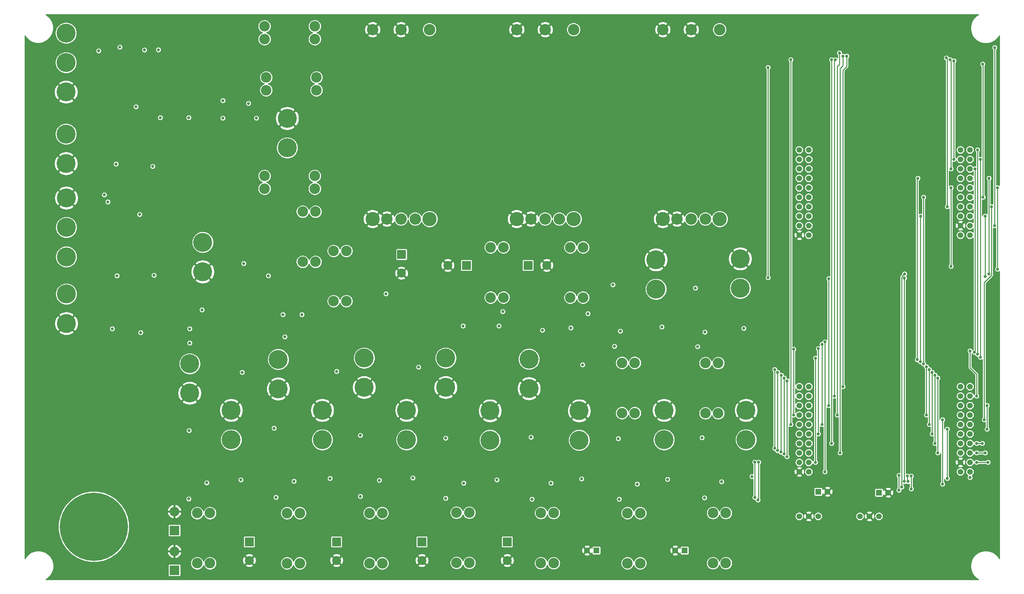
<source format=gbr>
G04 #@! TF.GenerationSoftware,KiCad,Pcbnew,(5.1.10)-1*
G04 #@! TF.CreationDate,2021-12-26T21:02:33-06:00*
G04 #@! TF.ProjectId,PowerBoard_2022_Rev1,506f7765-7242-46f6-9172-645f32303232,rev?*
G04 #@! TF.SameCoordinates,Original*
G04 #@! TF.FileFunction,Copper,L3,Inr*
G04 #@! TF.FilePolarity,Positive*
%FSLAX46Y46*%
G04 Gerber Fmt 4.6, Leading zero omitted, Abs format (unit mm)*
G04 Created by KiCad (PCBNEW (5.1.10)-1) date 2021-12-26 21:02:33*
%MOMM*%
%LPD*%
G01*
G04 APERTURE LIST*
G04 #@! TA.AperFunction,ComponentPad*
%ADD10C,5.080000*%
G04 #@! TD*
G04 #@! TA.AperFunction,ComponentPad*
%ADD11C,1.520000*%
G04 #@! TD*
G04 #@! TA.AperFunction,ComponentPad*
%ADD12C,2.819400*%
G04 #@! TD*
G04 #@! TA.AperFunction,ComponentPad*
%ADD13C,1.600000*%
G04 #@! TD*
G04 #@! TA.AperFunction,ComponentPad*
%ADD14R,1.600000X1.600000*%
G04 #@! TD*
G04 #@! TA.AperFunction,ComponentPad*
%ADD15C,18.288000*%
G04 #@! TD*
G04 #@! TA.AperFunction,ComponentPad*
%ADD16C,1.524000*%
G04 #@! TD*
G04 #@! TA.AperFunction,ComponentPad*
%ADD17C,3.048000*%
G04 #@! TD*
G04 #@! TA.AperFunction,ComponentPad*
%ADD18C,3.810000*%
G04 #@! TD*
G04 #@! TA.AperFunction,ComponentPad*
%ADD19R,2.600000X2.600000*%
G04 #@! TD*
G04 #@! TA.AperFunction,ComponentPad*
%ADD20O,2.600000X2.600000*%
G04 #@! TD*
G04 #@! TA.AperFunction,ComponentPad*
%ADD21R,2.400000X2.400000*%
G04 #@! TD*
G04 #@! TA.AperFunction,ComponentPad*
%ADD22C,2.400000*%
G04 #@! TD*
G04 #@! TA.AperFunction,ViaPad*
%ADD23C,0.800000*%
G04 #@! TD*
G04 #@! TA.AperFunction,Conductor*
%ADD24C,0.254000*%
G04 #@! TD*
G04 #@! TA.AperFunction,Conductor*
%ADD25C,0.100000*%
G04 #@! TD*
G04 APERTURE END LIST*
D10*
X365945343Y-58013000D03*
X365945343Y-65913000D03*
D11*
X608076000Y-85090000D03*
X562356000Y-62230000D03*
X562356000Y-64770000D03*
X562356000Y-72390000D03*
X605536000Y-74930000D03*
X562356000Y-69850000D03*
X562356000Y-67310000D03*
X608076000Y-69850000D03*
X605536000Y-64770000D03*
X562356000Y-74930000D03*
X562356000Y-77470000D03*
X608076000Y-64770000D03*
X605536000Y-69850000D03*
X605536000Y-72390000D03*
X605536000Y-85090000D03*
X605536000Y-82550000D03*
X605536000Y-80010000D03*
X605536000Y-77470000D03*
X605536000Y-67310000D03*
X605536000Y-62230000D03*
X608076000Y-82550000D03*
X608076000Y-80010000D03*
X608076000Y-77470000D03*
X608076000Y-74930000D03*
X608076000Y-72390000D03*
X608076000Y-67310000D03*
X608076000Y-62230000D03*
X564896000Y-85090000D03*
X564896000Y-82550000D03*
X564896000Y-80010000D03*
X564896000Y-77470000D03*
X564896000Y-74930000D03*
X564896000Y-72390000D03*
X564896000Y-69850000D03*
X564896000Y-67310000D03*
X564896000Y-64770000D03*
X564896000Y-62230000D03*
X562356000Y-85090000D03*
X562356000Y-82550000D03*
X562356000Y-80010000D03*
X605536000Y-148590000D03*
X605536000Y-146050000D03*
X605536000Y-143510000D03*
X605536000Y-140970000D03*
X605536000Y-138430000D03*
X605536000Y-135890000D03*
X605536000Y-133350000D03*
X605536000Y-130810000D03*
X605536000Y-128270000D03*
X605536000Y-125730000D03*
X608076000Y-148590000D03*
X608076000Y-146050000D03*
X608076000Y-143510000D03*
X608076000Y-140970000D03*
X608076000Y-138430000D03*
X608076000Y-135890000D03*
X608076000Y-133350000D03*
X608076000Y-130810000D03*
X608076000Y-128270000D03*
X608076000Y-125730000D03*
X564896000Y-148590000D03*
X564896000Y-146050000D03*
X564896000Y-143510000D03*
X564896000Y-140970000D03*
X564896000Y-138430000D03*
X564896000Y-135890000D03*
X564896000Y-133350000D03*
X564896000Y-130810000D03*
X564896000Y-128270000D03*
X564896000Y-125730000D03*
X562356000Y-148590000D03*
X562356000Y-146050000D03*
X562356000Y-143510000D03*
X562356000Y-140970000D03*
X562356000Y-138430000D03*
X562356000Y-135890000D03*
X562356000Y-133350000D03*
X562356000Y-130810000D03*
X562356000Y-128270000D03*
X562356000Y-125730000D03*
D12*
X433006500Y-46228000D03*
X433006500Y-42799000D03*
X419544500Y-42799000D03*
X419544500Y-46228000D03*
X479679000Y-101854000D03*
X483108000Y-101854000D03*
X483108000Y-88392000D03*
X479679000Y-88392000D03*
X501015000Y-88392000D03*
X504444000Y-88392000D03*
X504444000Y-101854000D03*
X501015000Y-101854000D03*
X519747252Y-173147443D03*
X516318252Y-173147443D03*
X516318252Y-159685443D03*
X519747252Y-159685443D03*
X473963752Y-159558443D03*
X470534752Y-159558443D03*
X470534752Y-173020443D03*
X473963752Y-173020443D03*
X428561252Y-173147443D03*
X425132252Y-173147443D03*
X425132252Y-159685443D03*
X428561252Y-159685443D03*
X542671000Y-159639000D03*
X539242000Y-159639000D03*
X539242000Y-173101000D03*
X542671000Y-173101000D03*
X518287000Y-132842000D03*
X514858000Y-132842000D03*
X514858000Y-119380000D03*
X518287000Y-119380000D03*
X419100000Y-32512000D03*
X419100000Y-29083000D03*
X432562000Y-29083000D03*
X432562000Y-32512000D03*
X432752500Y-78803500D03*
X429323500Y-78803500D03*
X429323500Y-92265500D03*
X432752500Y-92265500D03*
X540638752Y-119426443D03*
X537209752Y-119426443D03*
X537209752Y-132888443D03*
X540638752Y-132888443D03*
X450659252Y-173147443D03*
X447230252Y-173147443D03*
X447230252Y-159685443D03*
X450659252Y-159685443D03*
X419100000Y-72644000D03*
X419100000Y-69215000D03*
X432562000Y-69215000D03*
X432562000Y-72644000D03*
X496570000Y-173101000D03*
X493141000Y-173101000D03*
X493141000Y-159639000D03*
X496570000Y-159639000D03*
X404495000Y-159664400D03*
X401066000Y-159664400D03*
X401066000Y-173126400D03*
X404495000Y-173126400D03*
X441032900Y-89357200D03*
X437603900Y-89357200D03*
X437603900Y-102819200D03*
X441032900Y-102819200D03*
D13*
X505500000Y-169709959D03*
D14*
X508000000Y-169709959D03*
D13*
X529122000Y-169709959D03*
D14*
X531622000Y-169709959D03*
D13*
X569936000Y-153924000D03*
D14*
X567436000Y-153924000D03*
X583692000Y-154178000D03*
D13*
X586192000Y-154178000D03*
D10*
X365945343Y-46723000D03*
X365945343Y-38823000D03*
X365945343Y-30923000D03*
X467640000Y-125971000D03*
X467640000Y-118071000D03*
X399060000Y-119595000D03*
X399060000Y-127495000D03*
X489966000Y-118364000D03*
X489966000Y-126264000D03*
X366022605Y-108805436D03*
X366022605Y-100905436D03*
X445796000Y-125971000D03*
X445796000Y-118071000D03*
X422788383Y-126352000D03*
X422788383Y-118452000D03*
X366022605Y-90933500D03*
X366022605Y-83033500D03*
X366022605Y-75133500D03*
X425196000Y-53784500D03*
X425196000Y-61684500D03*
D15*
X373380000Y-128016000D03*
D16*
X562356000Y-160528000D03*
X564896000Y-160528000D03*
X567436000Y-160528000D03*
X583692000Y-160528000D03*
X581152000Y-160528000D03*
X578612000Y-160528000D03*
D15*
X373380000Y-163322000D03*
D17*
X525780000Y-29972000D03*
X533400000Y-29972000D03*
X541020000Y-29972000D03*
D18*
X525780000Y-80772000D03*
X541020000Y-80772000D03*
D17*
X537210000Y-80772000D03*
X533400000Y-80772000D03*
X529590000Y-80772000D03*
X490474000Y-80772000D03*
X494284000Y-80772000D03*
X498094000Y-80772000D03*
D18*
X501904000Y-80772000D03*
X486664000Y-80772000D03*
D17*
X501904000Y-29972000D03*
X494284000Y-29972000D03*
X486664000Y-29972000D03*
D10*
X410184000Y-132093000D03*
X410184000Y-139993000D03*
X523976000Y-99607000D03*
X523976000Y-91707000D03*
X402552370Y-94937954D03*
X402552370Y-87037954D03*
X434594000Y-132093000D03*
X434594000Y-139993000D03*
X546544500Y-91453000D03*
X546544500Y-99353000D03*
X457174000Y-139993000D03*
X457174000Y-132093000D03*
X479526000Y-140120000D03*
X479526000Y-132220000D03*
X503402000Y-140120000D03*
X503402000Y-132220000D03*
X526135000Y-132093000D03*
X526135000Y-139993000D03*
X548106000Y-132093000D03*
X548106000Y-139993000D03*
D19*
X394970000Y-175006000D03*
D20*
X394970000Y-169926000D03*
X394970000Y-159258000D03*
D19*
X394970000Y-164338000D03*
D21*
X415036000Y-167386000D03*
D22*
X415036000Y-172386000D03*
D21*
X438404000Y-167386000D03*
D22*
X438404000Y-172386000D03*
X461264000Y-172386000D03*
D21*
X461264000Y-167386000D03*
X484124000Y-167386000D03*
D22*
X484124000Y-172386000D03*
D21*
X489712000Y-93218000D03*
D22*
X494712000Y-93218000D03*
X468202000Y-93218000D03*
D21*
X473202000Y-93218000D03*
X455803000Y-90297000D03*
D22*
X455803000Y-95297000D03*
D17*
X448056000Y-29972000D03*
X455676000Y-29972000D03*
X463296000Y-29972000D03*
D18*
X448056000Y-80772000D03*
X463296000Y-80772000D03*
D17*
X459486000Y-80772000D03*
X455676000Y-80772000D03*
X451866000Y-80772000D03*
D23*
X398780000Y-53594000D03*
X391160000Y-53594000D03*
X386969000Y-35433000D03*
X374650000Y-35687000D03*
X608076000Y-150114000D03*
X537083000Y-111125000D03*
X535114500Y-114998500D03*
X514413500Y-110871000D03*
X512826000Y-114935000D03*
X398780000Y-155854400D03*
X403606000Y-151536400D03*
X444754000Y-155194000D03*
X449834000Y-150876000D03*
X490728000Y-155956000D03*
X495808000Y-151638000D03*
X536956000Y-155575000D03*
X541528000Y-151257000D03*
X422148000Y-155448000D03*
X426974000Y-151130000D03*
X467614000Y-155702000D03*
X472440000Y-151638000D03*
X514096000Y-155956000D03*
X518922000Y-151892000D03*
X505714000Y-106172000D03*
X501142000Y-109982000D03*
X481901500Y-109474000D03*
X482917500Y-105600500D03*
X377126500Y-76200000D03*
X385635500Y-79565500D03*
X424053000Y-106426000D03*
X429133000Y-106426000D03*
X402336000Y-105156000D03*
X399034000Y-110236000D03*
X407924000Y-49022000D03*
X414782000Y-49784000D03*
X547497000Y-110109000D03*
X609416000Y-67310000D03*
X609288546Y-116551067D03*
X534543000Y-99314000D03*
X615442000Y-94234000D03*
X615442000Y-72390000D03*
X525526000Y-109728000D03*
X567483744Y-115531514D03*
X567436000Y-138430000D03*
X512445000Y-98425000D03*
X602996000Y-93472000D03*
X602996000Y-72390000D03*
X412750000Y-150749000D03*
X592328000Y-149745998D03*
X592328000Y-153162000D03*
X612140000Y-143510000D03*
X609854000Y-143510000D03*
X458851000Y-150241000D03*
X591312000Y-149745998D03*
X591515001Y-151199998D03*
X504063000Y-150495000D03*
X590515000Y-151199999D03*
X590515000Y-96650523D03*
X612140000Y-80010000D03*
X612140000Y-96231000D03*
X549656000Y-149860000D03*
X590550000Y-95504000D03*
X613156000Y-95504000D03*
X613156000Y-69850000D03*
X589788000Y-152654000D03*
X398907000Y-137541000D03*
X612902000Y-146050000D03*
X609854000Y-146050000D03*
X550423352Y-146008941D03*
X550441743Y-155465216D03*
X444754000Y-138811000D03*
X559054000Y-144526000D03*
X559054000Y-124206000D03*
X490474000Y-139319000D03*
X557457796Y-143324435D03*
X557530000Y-122682000D03*
X598678000Y-122682000D03*
X598678000Y-140970000D03*
X536321000Y-139446000D03*
X555750166Y-142303264D03*
X555752000Y-121158000D03*
X597154000Y-121158000D03*
X597154000Y-135890000D03*
X436626000Y-150368000D03*
X589026000Y-149564980D03*
X589026000Y-153523999D03*
X609854000Y-140970000D03*
X611378000Y-140970000D03*
X481330000Y-150749000D03*
X601980000Y-150368000D03*
X601980000Y-137160000D03*
X612648000Y-137160000D03*
X612648000Y-130810000D03*
X527050000Y-150622000D03*
X600710000Y-151892000D03*
X611886000Y-134620000D03*
X613883000Y-77470000D03*
X600710000Y-134620000D03*
X421640000Y-136906000D03*
X551434000Y-146008941D03*
X551274517Y-156175000D03*
X467614000Y-139573000D03*
X558327000Y-143818892D03*
X558292000Y-123444000D03*
X599440000Y-123444000D03*
X599440000Y-143510000D03*
X513842000Y-139700000D03*
X556551878Y-142900977D03*
X556514000Y-121920000D03*
X597916000Y-121920000D03*
X597916000Y-138430000D03*
X438404000Y-121666000D03*
X595630000Y-119634000D03*
X595630000Y-74930000D03*
X389509000Y-95885000D03*
X603758000Y-64770000D03*
X603758000Y-38354000D03*
X399034000Y-114046000D03*
X610870000Y-117856000D03*
X610870000Y-64770000D03*
X460375000Y-120523000D03*
X594797949Y-119079299D03*
X594868000Y-80010000D03*
X416941000Y-53721000D03*
X601980000Y-77470000D03*
X601769962Y-37576080D03*
X379349000Y-66040000D03*
X602996000Y-67310000D03*
X602742000Y-38030090D03*
X413512000Y-92710000D03*
X611597000Y-74930000D03*
X611473100Y-39211100D03*
X385953000Y-111252000D03*
X610143000Y-117070597D03*
X610108000Y-62230000D03*
X413131000Y-121920000D03*
X596392000Y-120396000D03*
X596392000Y-133350000D03*
X451612000Y-100838000D03*
X569234583Y-113776220D03*
X569214000Y-148590000D03*
X424561000Y-112395000D03*
X566674000Y-118110000D03*
X566674000Y-146050000D03*
X384683000Y-50673000D03*
X573278000Y-143510000D03*
X574040000Y-37084000D03*
X376174000Y-74295000D03*
X570992000Y-140970000D03*
X570992000Y-38030090D03*
X472313000Y-109474000D03*
X568440968Y-114384642D03*
X568452000Y-135890000D03*
X407924000Y-53721000D03*
X572516000Y-133350000D03*
X573100931Y-36245067D03*
X420116000Y-96012000D03*
X553974000Y-96520000D03*
X570230000Y-96774000D03*
X570230000Y-130810000D03*
X553974000Y-40132000D03*
X389128000Y-66675000D03*
X571754000Y-128270000D03*
X572008000Y-38030090D03*
X390652000Y-35398000D03*
X574040000Y-125730000D03*
X575056000Y-37084000D03*
X379603000Y-96012000D03*
X560070000Y-135890000D03*
X560070000Y-38030090D03*
X378333000Y-110236000D03*
X560832000Y-133350000D03*
X560832000Y-115712980D03*
X504317000Y-119888000D03*
X593965897Y-118524598D03*
X594106000Y-69850000D03*
X493522000Y-110617000D03*
X608076000Y-116162578D03*
X609854000Y-128270000D03*
X380365000Y-34671000D03*
X614680000Y-82550000D03*
X614680000Y-34798000D03*
D24*
X609416000Y-116423613D02*
X609288546Y-116551067D01*
X609416000Y-67310000D02*
X609416000Y-116423613D01*
X615442000Y-94234000D02*
X615442000Y-72390000D01*
X567483744Y-138382256D02*
X567436000Y-138430000D01*
X567483744Y-115531514D02*
X567483744Y-138382256D01*
X602996000Y-93472000D02*
X602996000Y-72390000D01*
X592328000Y-149745998D02*
X592328000Y-153162000D01*
X612140000Y-143510000D02*
X609854000Y-143510000D01*
X591312000Y-150996997D02*
X591515001Y-151199998D01*
X591312000Y-149745998D02*
X591312000Y-150996997D01*
X590515000Y-151199999D02*
X590515000Y-96650523D01*
X612140000Y-95758000D02*
X612140000Y-96231000D01*
X612140000Y-95922108D02*
X612140000Y-95758000D01*
X612140000Y-95758000D02*
X612140000Y-80010000D01*
X613156000Y-95504000D02*
X613156000Y-69850000D01*
X589788000Y-96266000D02*
X590550000Y-95504000D01*
X589788000Y-152654000D02*
X589788000Y-96266000D01*
X612902000Y-146050000D02*
X609854000Y-146050000D01*
X550423352Y-155446825D02*
X550441743Y-155465216D01*
X550423352Y-146008941D02*
X550423352Y-155446825D01*
X559054000Y-144526000D02*
X559054000Y-124206000D01*
X557457796Y-122754204D02*
X557530000Y-122682000D01*
X557457796Y-143324435D02*
X557457796Y-122754204D01*
X598678000Y-122682000D02*
X598678000Y-140970000D01*
X555750166Y-121159834D02*
X555752000Y-121158000D01*
X555750166Y-142303264D02*
X555750166Y-121159834D01*
X597154000Y-121158000D02*
X597154000Y-135890000D01*
X589026000Y-149564980D02*
X589026000Y-153523999D01*
X609854000Y-140970000D02*
X611378000Y-140970000D01*
X601980000Y-150368000D02*
X601980000Y-137160000D01*
X612648000Y-137160000D02*
X612648000Y-134306038D01*
X612648000Y-134306038D02*
X612648000Y-130810000D01*
X600710000Y-151892000D02*
X600710000Y-135890000D01*
X611886000Y-134620000D02*
X611886000Y-97849962D01*
X613883000Y-95852962D02*
X613883000Y-77470000D01*
X611886000Y-97849962D02*
X613883000Y-95852962D01*
X600710000Y-135890000D02*
X600710000Y-134874000D01*
X600710000Y-134874000D02*
X600710000Y-134620000D01*
X551434000Y-156015517D02*
X551274517Y-156175000D01*
X551434000Y-146008941D02*
X551434000Y-156015517D01*
X558327000Y-123479000D02*
X558292000Y-123444000D01*
X558327000Y-143818892D02*
X558327000Y-123479000D01*
X599440000Y-123444000D02*
X599440000Y-143510000D01*
X556551878Y-121957878D02*
X556514000Y-121920000D01*
X556551878Y-142900977D02*
X556551878Y-121957878D01*
X597916000Y-121920000D02*
X597916000Y-138430000D01*
X595630000Y-119634000D02*
X595630000Y-98552000D01*
X595630000Y-98552000D02*
X595630000Y-74930000D01*
X603758000Y-64770000D02*
X603758000Y-38354000D01*
X610870000Y-117856000D02*
X610870000Y-64770000D01*
X594797949Y-80080051D02*
X594868000Y-80010000D01*
X594797949Y-119079299D02*
X594797949Y-80080051D01*
X601980000Y-37786118D02*
X601769962Y-37576080D01*
X601980000Y-77470000D02*
X601980000Y-37786118D01*
X602996000Y-38284090D02*
X602742000Y-38030090D01*
X602996000Y-67310000D02*
X602996000Y-38284090D01*
X611597000Y-39335000D02*
X611473100Y-39211100D01*
X611597000Y-74930000D02*
X611597000Y-39335000D01*
X610143000Y-62265000D02*
X610108000Y-62230000D01*
X610143000Y-117070597D02*
X610143000Y-62265000D01*
X596392000Y-120396000D02*
X596392000Y-133350000D01*
X569234583Y-148569417D02*
X569214000Y-148590000D01*
X569234583Y-113776220D02*
X569234583Y-148569417D01*
X566674000Y-118110000D02*
X566674000Y-146050000D01*
X573278000Y-143510000D02*
X573278000Y-116586000D01*
X573278000Y-116586000D02*
X573278000Y-94742000D01*
X573278000Y-94742000D02*
X573278000Y-40386000D01*
X574040000Y-39624000D02*
X574040000Y-37084000D01*
X573278000Y-40386000D02*
X574040000Y-39624000D01*
X570992000Y-140970000D02*
X570992000Y-38030090D01*
X568440968Y-135878968D02*
X568452000Y-135890000D01*
X568440968Y-114384642D02*
X568440968Y-135878968D01*
X572516000Y-133350000D02*
X572516000Y-116332000D01*
X572516000Y-116332000D02*
X572516000Y-94234000D01*
X572516000Y-94234000D02*
X572516000Y-39878000D01*
X573100931Y-39293069D02*
X573100931Y-36245067D01*
X572516000Y-39878000D02*
X573100931Y-39293069D01*
X553974000Y-47498000D02*
X553974000Y-96520000D01*
X570230000Y-96774000D02*
X570230000Y-130810000D01*
X553974000Y-47498000D02*
X553974000Y-40132000D01*
X571754000Y-38284090D02*
X572008000Y-38030090D01*
X571754000Y-128270000D02*
X571754000Y-38284090D01*
X574040000Y-125730000D02*
X574040000Y-115570000D01*
X574040000Y-115570000D02*
X574040000Y-93980000D01*
X574040000Y-93980000D02*
X574040000Y-40894000D01*
X575056000Y-39878000D02*
X575056000Y-37084000D01*
X574040000Y-40894000D02*
X575056000Y-39878000D01*
X560070000Y-135890000D02*
X560070000Y-38030090D01*
X560832000Y-133350000D02*
X560832000Y-115712980D01*
X593965897Y-69990103D02*
X594106000Y-69850000D01*
X593965897Y-118524598D02*
X593965897Y-69990103D01*
X608076000Y-116162578D02*
X608076000Y-120650000D01*
X609854000Y-122428000D02*
X609854000Y-128270000D01*
X608076000Y-120650000D02*
X609854000Y-122428000D01*
X614680000Y-82550000D02*
X614680000Y-38608000D01*
X614680000Y-34798000D02*
X614680000Y-38608000D01*
X609724395Y-26398547D02*
X609153287Y-26969655D01*
X608704570Y-27641207D01*
X608395488Y-28387396D01*
X608237920Y-29179546D01*
X608237920Y-29987214D01*
X608395488Y-30779364D01*
X608704570Y-31525553D01*
X609153287Y-32197105D01*
X609724395Y-32768213D01*
X610395947Y-33216930D01*
X611142136Y-33526012D01*
X611934286Y-33683580D01*
X612741954Y-33683580D01*
X613534104Y-33526012D01*
X614280293Y-33216930D01*
X614951845Y-32768213D01*
X615522953Y-32197105D01*
X615938500Y-31575195D01*
X615938500Y-71782450D01*
X615811942Y-71697887D01*
X615669809Y-71639013D01*
X615518922Y-71609000D01*
X615365078Y-71609000D01*
X615214191Y-71639013D01*
X615188000Y-71649862D01*
X615188000Y-35394501D01*
X615286642Y-35295859D01*
X615372113Y-35167942D01*
X615430987Y-35025809D01*
X615461000Y-34874922D01*
X615461000Y-34721078D01*
X615430987Y-34570191D01*
X615372113Y-34428058D01*
X615286642Y-34300141D01*
X615177859Y-34191358D01*
X615049942Y-34105887D01*
X614907809Y-34047013D01*
X614756922Y-34017000D01*
X614603078Y-34017000D01*
X614452191Y-34047013D01*
X614310058Y-34105887D01*
X614182141Y-34191358D01*
X614073358Y-34300141D01*
X613987887Y-34428058D01*
X613929013Y-34570191D01*
X613899000Y-34721078D01*
X613899000Y-34874922D01*
X613929013Y-35025809D01*
X613987887Y-35167942D01*
X614073358Y-35295859D01*
X614172000Y-35394501D01*
X614172001Y-38583053D01*
X614172000Y-76744359D01*
X614110809Y-76719013D01*
X613959922Y-76689000D01*
X613806078Y-76689000D01*
X613664000Y-76717261D01*
X613664000Y-70446501D01*
X613762642Y-70347859D01*
X613848113Y-70219942D01*
X613906987Y-70077809D01*
X613937000Y-69926922D01*
X613937000Y-69773078D01*
X613906987Y-69622191D01*
X613848113Y-69480058D01*
X613762642Y-69352141D01*
X613653859Y-69243358D01*
X613525942Y-69157887D01*
X613383809Y-69099013D01*
X613232922Y-69069000D01*
X613079078Y-69069000D01*
X612928191Y-69099013D01*
X612786058Y-69157887D01*
X612658141Y-69243358D01*
X612549358Y-69352141D01*
X612463887Y-69480058D01*
X612405013Y-69622191D01*
X612375000Y-69773078D01*
X612375000Y-69926922D01*
X612405013Y-70077809D01*
X612463887Y-70219942D01*
X612549358Y-70347859D01*
X612648001Y-70446502D01*
X612648001Y-79413500D01*
X612637859Y-79403358D01*
X612509942Y-79317887D01*
X612367809Y-79259013D01*
X612216922Y-79229000D01*
X612063078Y-79229000D01*
X611912191Y-79259013D01*
X611770058Y-79317887D01*
X611642141Y-79403358D01*
X611533358Y-79512141D01*
X611447887Y-79640058D01*
X611389013Y-79782191D01*
X611378000Y-79837558D01*
X611378000Y-75682739D01*
X611520078Y-75711000D01*
X611673922Y-75711000D01*
X611824809Y-75680987D01*
X611966942Y-75622113D01*
X612094859Y-75536642D01*
X612203642Y-75427859D01*
X612289113Y-75299942D01*
X612347987Y-75157809D01*
X612378000Y-75006922D01*
X612378000Y-74853078D01*
X612347987Y-74702191D01*
X612289113Y-74560058D01*
X612203642Y-74432141D01*
X612105000Y-74333499D01*
X612105000Y-39671158D01*
X612165213Y-39581042D01*
X612224087Y-39438909D01*
X612254100Y-39288022D01*
X612254100Y-39134178D01*
X612224087Y-38983291D01*
X612165213Y-38841158D01*
X612079742Y-38713241D01*
X611970959Y-38604458D01*
X611843042Y-38518987D01*
X611700909Y-38460113D01*
X611550022Y-38430100D01*
X611396178Y-38430100D01*
X611245291Y-38460113D01*
X611103158Y-38518987D01*
X610975241Y-38604458D01*
X610866458Y-38713241D01*
X610780987Y-38841158D01*
X610722113Y-38983291D01*
X610692100Y-39134178D01*
X610692100Y-39288022D01*
X610722113Y-39438909D01*
X610780987Y-39581042D01*
X610866458Y-39708959D01*
X610975241Y-39817742D01*
X611089001Y-39893754D01*
X611089000Y-64017261D01*
X610946922Y-63989000D01*
X610793078Y-63989000D01*
X610651000Y-64017261D01*
X610651000Y-62791501D01*
X610714642Y-62727859D01*
X610800113Y-62599942D01*
X610858987Y-62457809D01*
X610889000Y-62306922D01*
X610889000Y-62153078D01*
X610858987Y-62002191D01*
X610800113Y-61860058D01*
X610714642Y-61732141D01*
X610605859Y-61623358D01*
X610477942Y-61537887D01*
X610335809Y-61479013D01*
X610184922Y-61449000D01*
X610031078Y-61449000D01*
X609880191Y-61479013D01*
X609738058Y-61537887D01*
X609610141Y-61623358D01*
X609501358Y-61732141D01*
X609415887Y-61860058D01*
X609357013Y-62002191D01*
X609327000Y-62153078D01*
X609327000Y-62306922D01*
X609357013Y-62457809D01*
X609415887Y-62599942D01*
X609501358Y-62727859D01*
X609610141Y-62836642D01*
X609635001Y-62853253D01*
X609635001Y-66557261D01*
X609492922Y-66529000D01*
X609339078Y-66529000D01*
X609188191Y-66559013D01*
X609046058Y-66617887D01*
X609004409Y-66645716D01*
X608962273Y-66582655D01*
X608803345Y-66423727D01*
X608616466Y-66298859D01*
X608408817Y-66212848D01*
X608188379Y-66169000D01*
X607963621Y-66169000D01*
X607743183Y-66212848D01*
X607535534Y-66298859D01*
X607348655Y-66423727D01*
X607189727Y-66582655D01*
X607064859Y-66769534D01*
X606978848Y-66977183D01*
X606935000Y-67197621D01*
X606935000Y-67422379D01*
X606978848Y-67642817D01*
X607064859Y-67850466D01*
X607189727Y-68037345D01*
X607348655Y-68196273D01*
X607535534Y-68321141D01*
X607743183Y-68407152D01*
X607963621Y-68451000D01*
X608188379Y-68451000D01*
X608408817Y-68407152D01*
X608616466Y-68321141D01*
X608803345Y-68196273D01*
X608908000Y-68091618D01*
X608908000Y-69068382D01*
X608803345Y-68963727D01*
X608616466Y-68838859D01*
X608408817Y-68752848D01*
X608188379Y-68709000D01*
X607963621Y-68709000D01*
X607743183Y-68752848D01*
X607535534Y-68838859D01*
X607348655Y-68963727D01*
X607189727Y-69122655D01*
X607064859Y-69309534D01*
X606978848Y-69517183D01*
X606935000Y-69737621D01*
X606935000Y-69962379D01*
X606978848Y-70182817D01*
X607064859Y-70390466D01*
X607189727Y-70577345D01*
X607348655Y-70736273D01*
X607535534Y-70861141D01*
X607743183Y-70947152D01*
X607963621Y-70991000D01*
X608188379Y-70991000D01*
X608408817Y-70947152D01*
X608616466Y-70861141D01*
X608803345Y-70736273D01*
X608908000Y-70631618D01*
X608908000Y-71608382D01*
X608803345Y-71503727D01*
X608616466Y-71378859D01*
X608408817Y-71292848D01*
X608188379Y-71249000D01*
X607963621Y-71249000D01*
X607743183Y-71292848D01*
X607535534Y-71378859D01*
X607348655Y-71503727D01*
X607189727Y-71662655D01*
X607064859Y-71849534D01*
X606978848Y-72057183D01*
X606935000Y-72277621D01*
X606935000Y-72502379D01*
X606978848Y-72722817D01*
X607064859Y-72930466D01*
X607189727Y-73117345D01*
X607348655Y-73276273D01*
X607535534Y-73401141D01*
X607743183Y-73487152D01*
X607963621Y-73531000D01*
X608188379Y-73531000D01*
X608408817Y-73487152D01*
X608616466Y-73401141D01*
X608803345Y-73276273D01*
X608908000Y-73171618D01*
X608908000Y-74148382D01*
X608803345Y-74043727D01*
X608616466Y-73918859D01*
X608408817Y-73832848D01*
X608188379Y-73789000D01*
X607963621Y-73789000D01*
X607743183Y-73832848D01*
X607535534Y-73918859D01*
X607348655Y-74043727D01*
X607189727Y-74202655D01*
X607064859Y-74389534D01*
X606978848Y-74597183D01*
X606935000Y-74817621D01*
X606935000Y-75042379D01*
X606978848Y-75262817D01*
X607064859Y-75470466D01*
X607189727Y-75657345D01*
X607348655Y-75816273D01*
X607535534Y-75941141D01*
X607743183Y-76027152D01*
X607963621Y-76071000D01*
X608188379Y-76071000D01*
X608408817Y-76027152D01*
X608616466Y-75941141D01*
X608803345Y-75816273D01*
X608908000Y-75711618D01*
X608908000Y-76688382D01*
X608803345Y-76583727D01*
X608616466Y-76458859D01*
X608408817Y-76372848D01*
X608188379Y-76329000D01*
X607963621Y-76329000D01*
X607743183Y-76372848D01*
X607535534Y-76458859D01*
X607348655Y-76583727D01*
X607189727Y-76742655D01*
X607064859Y-76929534D01*
X606978848Y-77137183D01*
X606935000Y-77357621D01*
X606935000Y-77582379D01*
X606978848Y-77802817D01*
X607064859Y-78010466D01*
X607189727Y-78197345D01*
X607348655Y-78356273D01*
X607535534Y-78481141D01*
X607743183Y-78567152D01*
X607963621Y-78611000D01*
X608188379Y-78611000D01*
X608408817Y-78567152D01*
X608616466Y-78481141D01*
X608803345Y-78356273D01*
X608908000Y-78251618D01*
X608908000Y-79228382D01*
X608803345Y-79123727D01*
X608616466Y-78998859D01*
X608408817Y-78912848D01*
X608188379Y-78869000D01*
X607963621Y-78869000D01*
X607743183Y-78912848D01*
X607535534Y-78998859D01*
X607348655Y-79123727D01*
X607189727Y-79282655D01*
X607064859Y-79469534D01*
X606978848Y-79677183D01*
X606935000Y-79897621D01*
X606935000Y-80122379D01*
X606978848Y-80342817D01*
X607064859Y-80550466D01*
X607189727Y-80737345D01*
X607348655Y-80896273D01*
X607535534Y-81021141D01*
X607743183Y-81107152D01*
X607963621Y-81151000D01*
X608188379Y-81151000D01*
X608408817Y-81107152D01*
X608616466Y-81021141D01*
X608803345Y-80896273D01*
X608908000Y-80791618D01*
X608908000Y-81768382D01*
X608803345Y-81663727D01*
X608616466Y-81538859D01*
X608408817Y-81452848D01*
X608188379Y-81409000D01*
X607963621Y-81409000D01*
X607743183Y-81452848D01*
X607535534Y-81538859D01*
X607348655Y-81663727D01*
X607189727Y-81822655D01*
X607064859Y-82009534D01*
X606978848Y-82217183D01*
X606935000Y-82437621D01*
X606935000Y-82471966D01*
X606894931Y-82206183D01*
X606801744Y-81947674D01*
X606740025Y-81832206D01*
X606500137Y-81765469D01*
X605715605Y-82550000D01*
X606500137Y-83334531D01*
X606740025Y-83267794D01*
X606856924Y-83019108D01*
X606923061Y-82752394D01*
X606935000Y-82497045D01*
X606935000Y-82662379D01*
X606978848Y-82882817D01*
X607064859Y-83090466D01*
X607189727Y-83277345D01*
X607348655Y-83436273D01*
X607535534Y-83561141D01*
X607743183Y-83647152D01*
X607963621Y-83691000D01*
X608188379Y-83691000D01*
X608408817Y-83647152D01*
X608616466Y-83561141D01*
X608803345Y-83436273D01*
X608908000Y-83331618D01*
X608908000Y-84308382D01*
X608803345Y-84203727D01*
X608616466Y-84078859D01*
X608408817Y-83992848D01*
X608188379Y-83949000D01*
X607963621Y-83949000D01*
X607743183Y-83992848D01*
X607535534Y-84078859D01*
X607348655Y-84203727D01*
X607189727Y-84362655D01*
X607064859Y-84549534D01*
X606978848Y-84757183D01*
X606935000Y-84977621D01*
X606935000Y-85202379D01*
X606978848Y-85422817D01*
X607064859Y-85630466D01*
X607189727Y-85817345D01*
X607348655Y-85976273D01*
X607535534Y-86101141D01*
X607743183Y-86187152D01*
X607963621Y-86231000D01*
X608188379Y-86231000D01*
X608408817Y-86187152D01*
X608616466Y-86101141D01*
X608803345Y-85976273D01*
X608908000Y-85871618D01*
X608908001Y-115866039D01*
X608822251Y-115923335D01*
X608768113Y-115792636D01*
X608682642Y-115664719D01*
X608573859Y-115555936D01*
X608445942Y-115470465D01*
X608303809Y-115411591D01*
X608152922Y-115381578D01*
X607999078Y-115381578D01*
X607848191Y-115411591D01*
X607706058Y-115470465D01*
X607578141Y-115555936D01*
X607469358Y-115664719D01*
X607383887Y-115792636D01*
X607325013Y-115934769D01*
X607295000Y-116085656D01*
X607295000Y-116239500D01*
X607325013Y-116390387D01*
X607383887Y-116532520D01*
X607469358Y-116660437D01*
X607568000Y-116759079D01*
X607568001Y-120625046D01*
X607565543Y-120650000D01*
X607573775Y-120733571D01*
X607575352Y-120749585D01*
X607596186Y-120818264D01*
X607604400Y-120845343D01*
X607651571Y-120933595D01*
X607684638Y-120973887D01*
X607715053Y-121010948D01*
X607734430Y-121026850D01*
X609346000Y-122638420D01*
X609346001Y-127673498D01*
X609247358Y-127772141D01*
X609161887Y-127900058D01*
X609159831Y-127905022D01*
X609087141Y-127729534D01*
X608962273Y-127542655D01*
X608803345Y-127383727D01*
X608616466Y-127258859D01*
X608408817Y-127172848D01*
X608188379Y-127129000D01*
X607963621Y-127129000D01*
X607743183Y-127172848D01*
X607535534Y-127258859D01*
X607348655Y-127383727D01*
X607189727Y-127542655D01*
X607064859Y-127729534D01*
X606978848Y-127937183D01*
X606935000Y-128157621D01*
X606935000Y-128382379D01*
X606978848Y-128602817D01*
X607064859Y-128810466D01*
X607189727Y-128997345D01*
X607348655Y-129156273D01*
X607535534Y-129281141D01*
X607743183Y-129367152D01*
X607963621Y-129411000D01*
X608188379Y-129411000D01*
X608408817Y-129367152D01*
X608616466Y-129281141D01*
X608803345Y-129156273D01*
X608962273Y-128997345D01*
X609087141Y-128810466D01*
X609159831Y-128634978D01*
X609161887Y-128639942D01*
X609247358Y-128767859D01*
X609356141Y-128876642D01*
X609484058Y-128962113D01*
X609626191Y-129020987D01*
X609777078Y-129051000D01*
X609930922Y-129051000D01*
X610081809Y-129020987D01*
X610223942Y-128962113D01*
X610351859Y-128876642D01*
X610460642Y-128767859D01*
X610546113Y-128639942D01*
X610604987Y-128497809D01*
X610635000Y-128346922D01*
X610635000Y-128193078D01*
X610604987Y-128042191D01*
X610546113Y-127900058D01*
X610460642Y-127772141D01*
X610362000Y-127673499D01*
X610362000Y-122452944D01*
X610364457Y-122428000D01*
X610361035Y-122393256D01*
X610354649Y-122328415D01*
X610325601Y-122232657D01*
X610278429Y-122144405D01*
X610214948Y-122067052D01*
X610195565Y-122051145D01*
X608584000Y-120439580D01*
X608584000Y-116890993D01*
X608596433Y-116921009D01*
X608681904Y-117048926D01*
X608790687Y-117157709D01*
X608918604Y-117243180D01*
X609060737Y-117302054D01*
X609211624Y-117332067D01*
X609365468Y-117332067D01*
X609402874Y-117324627D01*
X609450887Y-117440539D01*
X609536358Y-117568456D01*
X609645141Y-117677239D01*
X609773058Y-117762710D01*
X609915191Y-117821584D01*
X610066078Y-117851597D01*
X610089000Y-117851597D01*
X610089000Y-117932922D01*
X610119013Y-118083809D01*
X610177887Y-118225942D01*
X610263358Y-118353859D01*
X610372141Y-118462642D01*
X610500058Y-118548113D01*
X610642191Y-118606987D01*
X610793078Y-118637000D01*
X610946922Y-118637000D01*
X611097809Y-118606987D01*
X611239942Y-118548113D01*
X611367859Y-118462642D01*
X611378000Y-118452501D01*
X611378000Y-134023499D01*
X611279358Y-134122141D01*
X611193887Y-134250058D01*
X611135013Y-134392191D01*
X611105000Y-134543078D01*
X611105000Y-134696922D01*
X611135013Y-134847809D01*
X611193887Y-134989942D01*
X611279358Y-135117859D01*
X611388141Y-135226642D01*
X611516058Y-135312113D01*
X611658191Y-135370987D01*
X611809078Y-135401000D01*
X611962922Y-135401000D01*
X612113809Y-135370987D01*
X612140001Y-135360138D01*
X612140000Y-136563499D01*
X612041358Y-136662141D01*
X611955887Y-136790058D01*
X611897013Y-136932191D01*
X611867000Y-137083078D01*
X611867000Y-137236922D01*
X611897013Y-137387809D01*
X611955887Y-137529942D01*
X612041358Y-137657859D01*
X612150141Y-137766642D01*
X612278058Y-137852113D01*
X612420191Y-137910987D01*
X612571078Y-137941000D01*
X612724922Y-137941000D01*
X612875809Y-137910987D01*
X613017942Y-137852113D01*
X613145859Y-137766642D01*
X613254642Y-137657859D01*
X613340113Y-137529942D01*
X613398987Y-137387809D01*
X613429000Y-137236922D01*
X613429000Y-137083078D01*
X613398987Y-136932191D01*
X613340113Y-136790058D01*
X613254642Y-136662141D01*
X613156000Y-136563499D01*
X613156000Y-131406501D01*
X613254642Y-131307859D01*
X613340113Y-131179942D01*
X613398987Y-131037809D01*
X613429000Y-130886922D01*
X613429000Y-130733078D01*
X613398987Y-130582191D01*
X613340113Y-130440058D01*
X613254642Y-130312141D01*
X613145859Y-130203358D01*
X613017942Y-130117887D01*
X612875809Y-130059013D01*
X612724922Y-130029000D01*
X612571078Y-130029000D01*
X612420191Y-130059013D01*
X612394000Y-130069862D01*
X612394000Y-98060382D01*
X614224571Y-96229812D01*
X614243948Y-96213910D01*
X614262624Y-96191152D01*
X614307429Y-96136558D01*
X614354600Y-96048307D01*
X614362273Y-96023013D01*
X614383649Y-95952547D01*
X614391000Y-95877909D01*
X614391000Y-95877907D01*
X614393457Y-95852963D01*
X614391000Y-95828019D01*
X614391000Y-83275641D01*
X614452191Y-83300987D01*
X614603078Y-83331000D01*
X614756922Y-83331000D01*
X614907809Y-83300987D01*
X614934001Y-83290138D01*
X614934000Y-93637499D01*
X614835358Y-93736141D01*
X614749887Y-93864058D01*
X614691013Y-94006191D01*
X614661000Y-94157078D01*
X614661000Y-94310922D01*
X614691013Y-94461809D01*
X614749887Y-94603942D01*
X614835358Y-94731859D01*
X614944141Y-94840642D01*
X615072058Y-94926113D01*
X615214191Y-94984987D01*
X615365078Y-95015000D01*
X615518922Y-95015000D01*
X615669809Y-94984987D01*
X615811942Y-94926113D01*
X615938500Y-94841550D01*
X615938501Y-171878806D01*
X615522953Y-171256895D01*
X614951845Y-170685787D01*
X614280293Y-170237070D01*
X613534104Y-169927988D01*
X612741954Y-169770420D01*
X611934286Y-169770420D01*
X611142136Y-169927988D01*
X610395947Y-170237070D01*
X609724395Y-170685787D01*
X609153287Y-171256895D01*
X608704570Y-171928447D01*
X608395488Y-172674636D01*
X608237920Y-173466786D01*
X608237920Y-174274454D01*
X608395488Y-175066604D01*
X608704570Y-175812793D01*
X609153287Y-176484345D01*
X609724395Y-177055453D01*
X610346305Y-177471000D01*
X360505195Y-177471000D01*
X361127105Y-177055453D01*
X361698213Y-176484345D01*
X362146930Y-175812793D01*
X362456012Y-175066604D01*
X362613580Y-174274454D01*
X362613580Y-173706000D01*
X393287157Y-173706000D01*
X393287157Y-176306000D01*
X393294513Y-176380689D01*
X393316299Y-176452508D01*
X393351678Y-176518696D01*
X393399289Y-176576711D01*
X393457304Y-176624322D01*
X393523492Y-176659701D01*
X393595311Y-176681487D01*
X393670000Y-176688843D01*
X396270000Y-176688843D01*
X396344689Y-176681487D01*
X396416508Y-176659701D01*
X396482696Y-176624322D01*
X396540711Y-176576711D01*
X396588322Y-176518696D01*
X396623701Y-176452508D01*
X396645487Y-176380689D01*
X396652843Y-176306000D01*
X396652843Y-173706000D01*
X396645487Y-173631311D01*
X396623701Y-173559492D01*
X396588322Y-173493304D01*
X396540711Y-173435289D01*
X396482696Y-173387678D01*
X396416508Y-173352299D01*
X396344689Y-173330513D01*
X396270000Y-173323157D01*
X393670000Y-173323157D01*
X393595311Y-173330513D01*
X393523492Y-173352299D01*
X393457304Y-173387678D01*
X393399289Y-173435289D01*
X393351678Y-173493304D01*
X393316299Y-173559492D01*
X393294513Y-173631311D01*
X393287157Y-173706000D01*
X362613580Y-173706000D01*
X362613580Y-173466786D01*
X362510792Y-172950031D01*
X399275300Y-172950031D01*
X399275300Y-173302769D01*
X399344116Y-173648728D01*
X399479103Y-173974614D01*
X399675073Y-174267904D01*
X399924496Y-174517327D01*
X400217786Y-174713297D01*
X400543672Y-174848284D01*
X400889631Y-174917100D01*
X401242369Y-174917100D01*
X401588328Y-174848284D01*
X401914214Y-174713297D01*
X402207504Y-174517327D01*
X402456927Y-174267904D01*
X402652897Y-173974614D01*
X402780500Y-173666554D01*
X402908103Y-173974614D01*
X403104073Y-174267904D01*
X403353496Y-174517327D01*
X403646786Y-174713297D01*
X403972672Y-174848284D01*
X404318631Y-174917100D01*
X404671369Y-174917100D01*
X405017328Y-174848284D01*
X405343214Y-174713297D01*
X405636504Y-174517327D01*
X405885927Y-174267904D01*
X406081897Y-173974614D01*
X406210566Y-173663980D01*
X413937626Y-173663980D01*
X414057514Y-173948836D01*
X414381210Y-174109699D01*
X414730069Y-174204322D01*
X415090684Y-174229067D01*
X415449198Y-174182985D01*
X415791833Y-174067846D01*
X416014486Y-173948836D01*
X416134374Y-173663980D01*
X415036000Y-172565605D01*
X413937626Y-173663980D01*
X406210566Y-173663980D01*
X406216884Y-173648728D01*
X406285700Y-173302769D01*
X406285700Y-172950031D01*
X406216884Y-172604072D01*
X406149207Y-172440684D01*
X413192933Y-172440684D01*
X413239015Y-172799198D01*
X413354154Y-173141833D01*
X413473164Y-173364486D01*
X413758020Y-173484374D01*
X414856395Y-172386000D01*
X415215605Y-172386000D01*
X416313980Y-173484374D01*
X416598836Y-173364486D01*
X416759699Y-173040790D01*
X416778608Y-172971074D01*
X423341552Y-172971074D01*
X423341552Y-173323812D01*
X423410368Y-173669771D01*
X423545355Y-173995657D01*
X423741325Y-174288947D01*
X423990748Y-174538370D01*
X424284038Y-174734340D01*
X424609924Y-174869327D01*
X424955883Y-174938143D01*
X425308621Y-174938143D01*
X425654580Y-174869327D01*
X425980466Y-174734340D01*
X426273756Y-174538370D01*
X426523179Y-174288947D01*
X426719149Y-173995657D01*
X426846752Y-173687597D01*
X426974355Y-173995657D01*
X427170325Y-174288947D01*
X427419748Y-174538370D01*
X427713038Y-174734340D01*
X428038924Y-174869327D01*
X428384883Y-174938143D01*
X428737621Y-174938143D01*
X429083580Y-174869327D01*
X429409466Y-174734340D01*
X429702756Y-174538370D01*
X429952179Y-174288947D01*
X430148149Y-173995657D01*
X430283136Y-173669771D01*
X430284287Y-173663980D01*
X437305626Y-173663980D01*
X437425514Y-173948836D01*
X437749210Y-174109699D01*
X438098069Y-174204322D01*
X438458684Y-174229067D01*
X438817198Y-174182985D01*
X439159833Y-174067846D01*
X439382486Y-173948836D01*
X439502374Y-173663980D01*
X438404000Y-172565605D01*
X437305626Y-173663980D01*
X430284287Y-173663980D01*
X430351952Y-173323812D01*
X430351952Y-172971074D01*
X430283136Y-172625115D01*
X430206742Y-172440684D01*
X436560933Y-172440684D01*
X436607015Y-172799198D01*
X436722154Y-173141833D01*
X436841164Y-173364486D01*
X437126020Y-173484374D01*
X438224395Y-172386000D01*
X438583605Y-172386000D01*
X439681980Y-173484374D01*
X439966836Y-173364486D01*
X440127699Y-173040790D01*
X440146608Y-172971074D01*
X445439552Y-172971074D01*
X445439552Y-173323812D01*
X445508368Y-173669771D01*
X445643355Y-173995657D01*
X445839325Y-174288947D01*
X446088748Y-174538370D01*
X446382038Y-174734340D01*
X446707924Y-174869327D01*
X447053883Y-174938143D01*
X447406621Y-174938143D01*
X447752580Y-174869327D01*
X448078466Y-174734340D01*
X448371756Y-174538370D01*
X448621179Y-174288947D01*
X448817149Y-173995657D01*
X448944752Y-173687597D01*
X449072355Y-173995657D01*
X449268325Y-174288947D01*
X449517748Y-174538370D01*
X449811038Y-174734340D01*
X450136924Y-174869327D01*
X450482883Y-174938143D01*
X450835621Y-174938143D01*
X451181580Y-174869327D01*
X451507466Y-174734340D01*
X451800756Y-174538370D01*
X452050179Y-174288947D01*
X452246149Y-173995657D01*
X452381136Y-173669771D01*
X452382287Y-173663980D01*
X460165626Y-173663980D01*
X460285514Y-173948836D01*
X460609210Y-174109699D01*
X460958069Y-174204322D01*
X461318684Y-174229067D01*
X461677198Y-174182985D01*
X462019833Y-174067846D01*
X462242486Y-173948836D01*
X462362374Y-173663980D01*
X461264000Y-172565605D01*
X460165626Y-173663980D01*
X452382287Y-173663980D01*
X452449952Y-173323812D01*
X452449952Y-172971074D01*
X452381136Y-172625115D01*
X452304742Y-172440684D01*
X459420933Y-172440684D01*
X459467015Y-172799198D01*
X459582154Y-173141833D01*
X459701164Y-173364486D01*
X459986020Y-173484374D01*
X461084395Y-172386000D01*
X461443605Y-172386000D01*
X462541980Y-173484374D01*
X462826836Y-173364486D01*
X462987699Y-173040790D01*
X463041055Y-172844074D01*
X468744052Y-172844074D01*
X468744052Y-173196812D01*
X468812868Y-173542771D01*
X468947855Y-173868657D01*
X469143825Y-174161947D01*
X469393248Y-174411370D01*
X469686538Y-174607340D01*
X470012424Y-174742327D01*
X470358383Y-174811143D01*
X470711121Y-174811143D01*
X471057080Y-174742327D01*
X471382966Y-174607340D01*
X471676256Y-174411370D01*
X471925679Y-174161947D01*
X472121649Y-173868657D01*
X472249252Y-173560597D01*
X472376855Y-173868657D01*
X472572825Y-174161947D01*
X472822248Y-174411370D01*
X473115538Y-174607340D01*
X473441424Y-174742327D01*
X473787383Y-174811143D01*
X474140121Y-174811143D01*
X474486080Y-174742327D01*
X474811966Y-174607340D01*
X475105256Y-174411370D01*
X475354679Y-174161947D01*
X475550649Y-173868657D01*
X475635429Y-173663980D01*
X483025626Y-173663980D01*
X483145514Y-173948836D01*
X483469210Y-174109699D01*
X483818069Y-174204322D01*
X484178684Y-174229067D01*
X484537198Y-174182985D01*
X484879833Y-174067846D01*
X485102486Y-173948836D01*
X485222374Y-173663980D01*
X484124000Y-172565605D01*
X483025626Y-173663980D01*
X475635429Y-173663980D01*
X475685636Y-173542771D01*
X475754452Y-173196812D01*
X475754452Y-172844074D01*
X475685636Y-172498115D01*
X475661848Y-172440684D01*
X482280933Y-172440684D01*
X482327015Y-172799198D01*
X482442154Y-173141833D01*
X482561164Y-173364486D01*
X482846020Y-173484374D01*
X483944395Y-172386000D01*
X484303605Y-172386000D01*
X485401980Y-173484374D01*
X485686836Y-173364486D01*
X485847699Y-173040790D01*
X485879205Y-172924631D01*
X491350300Y-172924631D01*
X491350300Y-173277369D01*
X491419116Y-173623328D01*
X491554103Y-173949214D01*
X491750073Y-174242504D01*
X491999496Y-174491927D01*
X492292786Y-174687897D01*
X492618672Y-174822884D01*
X492964631Y-174891700D01*
X493317369Y-174891700D01*
X493663328Y-174822884D01*
X493989214Y-174687897D01*
X494282504Y-174491927D01*
X494531927Y-174242504D01*
X494727897Y-173949214D01*
X494855500Y-173641154D01*
X494983103Y-173949214D01*
X495179073Y-174242504D01*
X495428496Y-174491927D01*
X495721786Y-174687897D01*
X496047672Y-174822884D01*
X496393631Y-174891700D01*
X496746369Y-174891700D01*
X497092328Y-174822884D01*
X497418214Y-174687897D01*
X497711504Y-174491927D01*
X497960927Y-174242504D01*
X498156897Y-173949214D01*
X498291884Y-173623328D01*
X498360700Y-173277369D01*
X498360700Y-172971074D01*
X514527552Y-172971074D01*
X514527552Y-173323812D01*
X514596368Y-173669771D01*
X514731355Y-173995657D01*
X514927325Y-174288947D01*
X515176748Y-174538370D01*
X515470038Y-174734340D01*
X515795924Y-174869327D01*
X516141883Y-174938143D01*
X516494621Y-174938143D01*
X516840580Y-174869327D01*
X517166466Y-174734340D01*
X517459756Y-174538370D01*
X517709179Y-174288947D01*
X517905149Y-173995657D01*
X518032752Y-173687597D01*
X518160355Y-173995657D01*
X518356325Y-174288947D01*
X518605748Y-174538370D01*
X518899038Y-174734340D01*
X519224924Y-174869327D01*
X519570883Y-174938143D01*
X519923621Y-174938143D01*
X520269580Y-174869327D01*
X520595466Y-174734340D01*
X520888756Y-174538370D01*
X521138179Y-174288947D01*
X521334149Y-173995657D01*
X521469136Y-173669771D01*
X521537952Y-173323812D01*
X521537952Y-172971074D01*
X521528714Y-172924631D01*
X537451300Y-172924631D01*
X537451300Y-173277369D01*
X537520116Y-173623328D01*
X537655103Y-173949214D01*
X537851073Y-174242504D01*
X538100496Y-174491927D01*
X538393786Y-174687897D01*
X538719672Y-174822884D01*
X539065631Y-174891700D01*
X539418369Y-174891700D01*
X539764328Y-174822884D01*
X540090214Y-174687897D01*
X540383504Y-174491927D01*
X540632927Y-174242504D01*
X540828897Y-173949214D01*
X540956500Y-173641154D01*
X541084103Y-173949214D01*
X541280073Y-174242504D01*
X541529496Y-174491927D01*
X541822786Y-174687897D01*
X542148672Y-174822884D01*
X542494631Y-174891700D01*
X542847369Y-174891700D01*
X543193328Y-174822884D01*
X543519214Y-174687897D01*
X543812504Y-174491927D01*
X544061927Y-174242504D01*
X544257897Y-173949214D01*
X544392884Y-173623328D01*
X544461700Y-173277369D01*
X544461700Y-172924631D01*
X544392884Y-172578672D01*
X544257897Y-172252786D01*
X544061927Y-171959496D01*
X543812504Y-171710073D01*
X543519214Y-171514103D01*
X543193328Y-171379116D01*
X542847369Y-171310300D01*
X542494631Y-171310300D01*
X542148672Y-171379116D01*
X541822786Y-171514103D01*
X541529496Y-171710073D01*
X541280073Y-171959496D01*
X541084103Y-172252786D01*
X540956500Y-172560846D01*
X540828897Y-172252786D01*
X540632927Y-171959496D01*
X540383504Y-171710073D01*
X540090214Y-171514103D01*
X539764328Y-171379116D01*
X539418369Y-171310300D01*
X539065631Y-171310300D01*
X538719672Y-171379116D01*
X538393786Y-171514103D01*
X538100496Y-171710073D01*
X537851073Y-171959496D01*
X537655103Y-172252786D01*
X537520116Y-172578672D01*
X537451300Y-172924631D01*
X521528714Y-172924631D01*
X521469136Y-172625115D01*
X521334149Y-172299229D01*
X521138179Y-172005939D01*
X520888756Y-171756516D01*
X520595466Y-171560546D01*
X520269580Y-171425559D01*
X519923621Y-171356743D01*
X519570883Y-171356743D01*
X519224924Y-171425559D01*
X518899038Y-171560546D01*
X518605748Y-171756516D01*
X518356325Y-172005939D01*
X518160355Y-172299229D01*
X518032752Y-172607289D01*
X517905149Y-172299229D01*
X517709179Y-172005939D01*
X517459756Y-171756516D01*
X517166466Y-171560546D01*
X516840580Y-171425559D01*
X516494621Y-171356743D01*
X516141883Y-171356743D01*
X515795924Y-171425559D01*
X515470038Y-171560546D01*
X515176748Y-171756516D01*
X514927325Y-172005939D01*
X514731355Y-172299229D01*
X514596368Y-172625115D01*
X514527552Y-172971074D01*
X498360700Y-172971074D01*
X498360700Y-172924631D01*
X498291884Y-172578672D01*
X498156897Y-172252786D01*
X497960927Y-171959496D01*
X497711504Y-171710073D01*
X497418214Y-171514103D01*
X497092328Y-171379116D01*
X496746369Y-171310300D01*
X496393631Y-171310300D01*
X496047672Y-171379116D01*
X495721786Y-171514103D01*
X495428496Y-171710073D01*
X495179073Y-171959496D01*
X494983103Y-172252786D01*
X494855500Y-172560846D01*
X494727897Y-172252786D01*
X494531927Y-171959496D01*
X494282504Y-171710073D01*
X493989214Y-171514103D01*
X493663328Y-171379116D01*
X493317369Y-171310300D01*
X492964631Y-171310300D01*
X492618672Y-171379116D01*
X492292786Y-171514103D01*
X491999496Y-171710073D01*
X491750073Y-171959496D01*
X491554103Y-172252786D01*
X491419116Y-172578672D01*
X491350300Y-172924631D01*
X485879205Y-172924631D01*
X485942322Y-172691931D01*
X485967067Y-172331316D01*
X485920985Y-171972802D01*
X485805846Y-171630167D01*
X485686836Y-171407514D01*
X485401980Y-171287626D01*
X484303605Y-172386000D01*
X483944395Y-172386000D01*
X482846020Y-171287626D01*
X482561164Y-171407514D01*
X482400301Y-171731210D01*
X482305678Y-172080069D01*
X482280933Y-172440684D01*
X475661848Y-172440684D01*
X475550649Y-172172229D01*
X475354679Y-171878939D01*
X475105256Y-171629516D01*
X474811966Y-171433546D01*
X474486080Y-171298559D01*
X474140121Y-171229743D01*
X473787383Y-171229743D01*
X473441424Y-171298559D01*
X473115538Y-171433546D01*
X472822248Y-171629516D01*
X472572825Y-171878939D01*
X472376855Y-172172229D01*
X472249252Y-172480289D01*
X472121649Y-172172229D01*
X471925679Y-171878939D01*
X471676256Y-171629516D01*
X471382966Y-171433546D01*
X471057080Y-171298559D01*
X470711121Y-171229743D01*
X470358383Y-171229743D01*
X470012424Y-171298559D01*
X469686538Y-171433546D01*
X469393248Y-171629516D01*
X469143825Y-171878939D01*
X468947855Y-172172229D01*
X468812868Y-172498115D01*
X468744052Y-172844074D01*
X463041055Y-172844074D01*
X463082322Y-172691931D01*
X463107067Y-172331316D01*
X463060985Y-171972802D01*
X462945846Y-171630167D01*
X462826836Y-171407514D01*
X462541980Y-171287626D01*
X461443605Y-172386000D01*
X461084395Y-172386000D01*
X459986020Y-171287626D01*
X459701164Y-171407514D01*
X459540301Y-171731210D01*
X459445678Y-172080069D01*
X459420933Y-172440684D01*
X452304742Y-172440684D01*
X452246149Y-172299229D01*
X452050179Y-172005939D01*
X451800756Y-171756516D01*
X451507466Y-171560546D01*
X451181580Y-171425559D01*
X450835621Y-171356743D01*
X450482883Y-171356743D01*
X450136924Y-171425559D01*
X449811038Y-171560546D01*
X449517748Y-171756516D01*
X449268325Y-172005939D01*
X449072355Y-172299229D01*
X448944752Y-172607289D01*
X448817149Y-172299229D01*
X448621179Y-172005939D01*
X448371756Y-171756516D01*
X448078466Y-171560546D01*
X447752580Y-171425559D01*
X447406621Y-171356743D01*
X447053883Y-171356743D01*
X446707924Y-171425559D01*
X446382038Y-171560546D01*
X446088748Y-171756516D01*
X445839325Y-172005939D01*
X445643355Y-172299229D01*
X445508368Y-172625115D01*
X445439552Y-172971074D01*
X440146608Y-172971074D01*
X440222322Y-172691931D01*
X440247067Y-172331316D01*
X440200985Y-171972802D01*
X440085846Y-171630167D01*
X439966836Y-171407514D01*
X439681980Y-171287626D01*
X438583605Y-172386000D01*
X438224395Y-172386000D01*
X437126020Y-171287626D01*
X436841164Y-171407514D01*
X436680301Y-171731210D01*
X436585678Y-172080069D01*
X436560933Y-172440684D01*
X430206742Y-172440684D01*
X430148149Y-172299229D01*
X429952179Y-172005939D01*
X429702756Y-171756516D01*
X429409466Y-171560546D01*
X429083580Y-171425559D01*
X428737621Y-171356743D01*
X428384883Y-171356743D01*
X428038924Y-171425559D01*
X427713038Y-171560546D01*
X427419748Y-171756516D01*
X427170325Y-172005939D01*
X426974355Y-172299229D01*
X426846752Y-172607289D01*
X426719149Y-172299229D01*
X426523179Y-172005939D01*
X426273756Y-171756516D01*
X425980466Y-171560546D01*
X425654580Y-171425559D01*
X425308621Y-171356743D01*
X424955883Y-171356743D01*
X424609924Y-171425559D01*
X424284038Y-171560546D01*
X423990748Y-171756516D01*
X423741325Y-172005939D01*
X423545355Y-172299229D01*
X423410368Y-172625115D01*
X423341552Y-172971074D01*
X416778608Y-172971074D01*
X416854322Y-172691931D01*
X416879067Y-172331316D01*
X416832985Y-171972802D01*
X416717846Y-171630167D01*
X416598836Y-171407514D01*
X416313980Y-171287626D01*
X415215605Y-172386000D01*
X414856395Y-172386000D01*
X413758020Y-171287626D01*
X413473164Y-171407514D01*
X413312301Y-171731210D01*
X413217678Y-172080069D01*
X413192933Y-172440684D01*
X406149207Y-172440684D01*
X406081897Y-172278186D01*
X405885927Y-171984896D01*
X405636504Y-171735473D01*
X405343214Y-171539503D01*
X405017328Y-171404516D01*
X404671369Y-171335700D01*
X404318631Y-171335700D01*
X403972672Y-171404516D01*
X403646786Y-171539503D01*
X403353496Y-171735473D01*
X403104073Y-171984896D01*
X402908103Y-172278186D01*
X402780500Y-172586246D01*
X402652897Y-172278186D01*
X402456927Y-171984896D01*
X402207504Y-171735473D01*
X401914214Y-171539503D01*
X401588328Y-171404516D01*
X401242369Y-171335700D01*
X400889631Y-171335700D01*
X400543672Y-171404516D01*
X400217786Y-171539503D01*
X399924496Y-171735473D01*
X399675073Y-171984896D01*
X399479103Y-172278186D01*
X399344116Y-172604072D01*
X399275300Y-172950031D01*
X362510792Y-172950031D01*
X362456012Y-172674636D01*
X362146930Y-171928447D01*
X361698213Y-171256895D01*
X361127105Y-170685787D01*
X360455553Y-170237070D01*
X359709364Y-169927988D01*
X358917214Y-169770420D01*
X358109546Y-169770420D01*
X357317396Y-169927988D01*
X356571207Y-170237070D01*
X355899655Y-170685787D01*
X355328547Y-171256895D01*
X354913000Y-171878805D01*
X354913000Y-162383869D01*
X363855000Y-162383869D01*
X363855000Y-164260131D01*
X364221041Y-166100340D01*
X364939055Y-167833779D01*
X365981450Y-169393833D01*
X367308167Y-170720550D01*
X368868221Y-171762945D01*
X370601660Y-172480959D01*
X372441869Y-172847000D01*
X374318131Y-172847000D01*
X376158340Y-172480959D01*
X377891779Y-171762945D01*
X379451833Y-170720550D01*
X379818898Y-170353485D01*
X393082807Y-170353485D01*
X393202467Y-170713444D01*
X393390052Y-171043142D01*
X393638354Y-171329909D01*
X393937830Y-171562725D01*
X394276972Y-171732642D01*
X394542516Y-171813189D01*
X394843000Y-171697704D01*
X394843000Y-170053000D01*
X395097000Y-170053000D01*
X395097000Y-171697704D01*
X395397484Y-171813189D01*
X395663028Y-171732642D01*
X396002170Y-171562725D01*
X396301646Y-171329909D01*
X396493772Y-171108020D01*
X413937626Y-171108020D01*
X415036000Y-172206395D01*
X416134374Y-171108020D01*
X437305626Y-171108020D01*
X438404000Y-172206395D01*
X439502374Y-171108020D01*
X460165626Y-171108020D01*
X461264000Y-172206395D01*
X462362374Y-171108020D01*
X483025626Y-171108020D01*
X484124000Y-172206395D01*
X485222374Y-171108020D01*
X485102486Y-170823164D01*
X484860005Y-170702661D01*
X504686903Y-170702661D01*
X504758486Y-170946630D01*
X505013996Y-171067530D01*
X505288184Y-171136259D01*
X505570512Y-171150176D01*
X505850130Y-171108746D01*
X506116292Y-171013562D01*
X506241514Y-170946630D01*
X506313097Y-170702661D01*
X505500000Y-169889564D01*
X504686903Y-170702661D01*
X484860005Y-170702661D01*
X484778790Y-170662301D01*
X484429931Y-170567678D01*
X484069316Y-170542933D01*
X483710802Y-170589015D01*
X483368167Y-170704154D01*
X483145514Y-170823164D01*
X483025626Y-171108020D01*
X462362374Y-171108020D01*
X462242486Y-170823164D01*
X461918790Y-170662301D01*
X461569931Y-170567678D01*
X461209316Y-170542933D01*
X460850802Y-170589015D01*
X460508167Y-170704154D01*
X460285514Y-170823164D01*
X460165626Y-171108020D01*
X439502374Y-171108020D01*
X439382486Y-170823164D01*
X439058790Y-170662301D01*
X438709931Y-170567678D01*
X438349316Y-170542933D01*
X437990802Y-170589015D01*
X437648167Y-170704154D01*
X437425514Y-170823164D01*
X437305626Y-171108020D01*
X416134374Y-171108020D01*
X416014486Y-170823164D01*
X415690790Y-170662301D01*
X415341931Y-170567678D01*
X414981316Y-170542933D01*
X414622802Y-170589015D01*
X414280167Y-170704154D01*
X414057514Y-170823164D01*
X413937626Y-171108020D01*
X396493772Y-171108020D01*
X396549948Y-171043142D01*
X396737533Y-170713444D01*
X396857193Y-170353485D01*
X396742082Y-170053000D01*
X395097000Y-170053000D01*
X394843000Y-170053000D01*
X393197918Y-170053000D01*
X393082807Y-170353485D01*
X379818898Y-170353485D01*
X380673868Y-169498515D01*
X393082807Y-169498515D01*
X393197918Y-169799000D01*
X394843000Y-169799000D01*
X394843000Y-168154296D01*
X395097000Y-168154296D01*
X395097000Y-169799000D01*
X396742082Y-169799000D01*
X396749180Y-169780471D01*
X504059783Y-169780471D01*
X504101213Y-170060089D01*
X504196397Y-170326251D01*
X504263329Y-170451473D01*
X504507298Y-170523056D01*
X505320395Y-169709959D01*
X505679605Y-169709959D01*
X506492702Y-170523056D01*
X506736671Y-170451473D01*
X506817157Y-170281374D01*
X506817157Y-170509959D01*
X506824513Y-170584648D01*
X506846299Y-170656467D01*
X506881678Y-170722655D01*
X506929289Y-170780670D01*
X506987304Y-170828281D01*
X507053492Y-170863660D01*
X507125311Y-170885446D01*
X507200000Y-170892802D01*
X508800000Y-170892802D01*
X508874689Y-170885446D01*
X508946508Y-170863660D01*
X509012696Y-170828281D01*
X509070711Y-170780670D01*
X509118322Y-170722655D01*
X509129009Y-170702661D01*
X528308903Y-170702661D01*
X528380486Y-170946630D01*
X528635996Y-171067530D01*
X528910184Y-171136259D01*
X529192512Y-171150176D01*
X529472130Y-171108746D01*
X529738292Y-171013562D01*
X529863514Y-170946630D01*
X529935097Y-170702661D01*
X529122000Y-169889564D01*
X528308903Y-170702661D01*
X509129009Y-170702661D01*
X509153701Y-170656467D01*
X509175487Y-170584648D01*
X509182843Y-170509959D01*
X509182843Y-169780471D01*
X527681783Y-169780471D01*
X527723213Y-170060089D01*
X527818397Y-170326251D01*
X527885329Y-170451473D01*
X528129298Y-170523056D01*
X528942395Y-169709959D01*
X529301605Y-169709959D01*
X530114702Y-170523056D01*
X530358671Y-170451473D01*
X530439157Y-170281374D01*
X530439157Y-170509959D01*
X530446513Y-170584648D01*
X530468299Y-170656467D01*
X530503678Y-170722655D01*
X530551289Y-170780670D01*
X530609304Y-170828281D01*
X530675492Y-170863660D01*
X530747311Y-170885446D01*
X530822000Y-170892802D01*
X532422000Y-170892802D01*
X532496689Y-170885446D01*
X532568508Y-170863660D01*
X532634696Y-170828281D01*
X532692711Y-170780670D01*
X532740322Y-170722655D01*
X532775701Y-170656467D01*
X532797487Y-170584648D01*
X532804843Y-170509959D01*
X532804843Y-168909959D01*
X532797487Y-168835270D01*
X532775701Y-168763451D01*
X532740322Y-168697263D01*
X532692711Y-168639248D01*
X532634696Y-168591637D01*
X532568508Y-168556258D01*
X532496689Y-168534472D01*
X532422000Y-168527116D01*
X530822000Y-168527116D01*
X530747311Y-168534472D01*
X530675492Y-168556258D01*
X530609304Y-168591637D01*
X530551289Y-168639248D01*
X530503678Y-168697263D01*
X530468299Y-168763451D01*
X530446513Y-168835270D01*
X530439157Y-168909959D01*
X530439157Y-169131568D01*
X530425603Y-169093667D01*
X530358671Y-168968445D01*
X530114702Y-168896862D01*
X529301605Y-169709959D01*
X528942395Y-169709959D01*
X528129298Y-168896862D01*
X527885329Y-168968445D01*
X527764429Y-169223955D01*
X527695700Y-169498143D01*
X527681783Y-169780471D01*
X509182843Y-169780471D01*
X509182843Y-168909959D01*
X509175487Y-168835270D01*
X509153701Y-168763451D01*
X509129010Y-168717257D01*
X528308903Y-168717257D01*
X529122000Y-169530354D01*
X529935097Y-168717257D01*
X529863514Y-168473288D01*
X529608004Y-168352388D01*
X529333816Y-168283659D01*
X529051488Y-168269742D01*
X528771870Y-168311172D01*
X528505708Y-168406356D01*
X528380486Y-168473288D01*
X528308903Y-168717257D01*
X509129010Y-168717257D01*
X509118322Y-168697263D01*
X509070711Y-168639248D01*
X509012696Y-168591637D01*
X508946508Y-168556258D01*
X508874689Y-168534472D01*
X508800000Y-168527116D01*
X507200000Y-168527116D01*
X507125311Y-168534472D01*
X507053492Y-168556258D01*
X506987304Y-168591637D01*
X506929289Y-168639248D01*
X506881678Y-168697263D01*
X506846299Y-168763451D01*
X506824513Y-168835270D01*
X506817157Y-168909959D01*
X506817157Y-169131568D01*
X506803603Y-169093667D01*
X506736671Y-168968445D01*
X506492702Y-168896862D01*
X505679605Y-169709959D01*
X505320395Y-169709959D01*
X504507298Y-168896862D01*
X504263329Y-168968445D01*
X504142429Y-169223955D01*
X504073700Y-169498143D01*
X504059783Y-169780471D01*
X396749180Y-169780471D01*
X396857193Y-169498515D01*
X396737533Y-169138556D01*
X396549948Y-168808858D01*
X396301646Y-168522091D01*
X396002170Y-168289275D01*
X395663028Y-168119358D01*
X395397484Y-168038811D01*
X395097000Y-168154296D01*
X394843000Y-168154296D01*
X394542516Y-168038811D01*
X394276972Y-168119358D01*
X393937830Y-168289275D01*
X393638354Y-168522091D01*
X393390052Y-168808858D01*
X393202467Y-169138556D01*
X393082807Y-169498515D01*
X380673868Y-169498515D01*
X380778550Y-169393833D01*
X381820945Y-167833779D01*
X382503477Y-166186000D01*
X413453157Y-166186000D01*
X413453157Y-168586000D01*
X413460513Y-168660689D01*
X413482299Y-168732508D01*
X413517678Y-168798696D01*
X413565289Y-168856711D01*
X413623304Y-168904322D01*
X413689492Y-168939701D01*
X413761311Y-168961487D01*
X413836000Y-168968843D01*
X416236000Y-168968843D01*
X416310689Y-168961487D01*
X416382508Y-168939701D01*
X416448696Y-168904322D01*
X416506711Y-168856711D01*
X416554322Y-168798696D01*
X416589701Y-168732508D01*
X416611487Y-168660689D01*
X416618843Y-168586000D01*
X416618843Y-166186000D01*
X436821157Y-166186000D01*
X436821157Y-168586000D01*
X436828513Y-168660689D01*
X436850299Y-168732508D01*
X436885678Y-168798696D01*
X436933289Y-168856711D01*
X436991304Y-168904322D01*
X437057492Y-168939701D01*
X437129311Y-168961487D01*
X437204000Y-168968843D01*
X439604000Y-168968843D01*
X439678689Y-168961487D01*
X439750508Y-168939701D01*
X439816696Y-168904322D01*
X439874711Y-168856711D01*
X439922322Y-168798696D01*
X439957701Y-168732508D01*
X439979487Y-168660689D01*
X439986843Y-168586000D01*
X439986843Y-166186000D01*
X459681157Y-166186000D01*
X459681157Y-168586000D01*
X459688513Y-168660689D01*
X459710299Y-168732508D01*
X459745678Y-168798696D01*
X459793289Y-168856711D01*
X459851304Y-168904322D01*
X459917492Y-168939701D01*
X459989311Y-168961487D01*
X460064000Y-168968843D01*
X462464000Y-168968843D01*
X462538689Y-168961487D01*
X462610508Y-168939701D01*
X462676696Y-168904322D01*
X462734711Y-168856711D01*
X462782322Y-168798696D01*
X462817701Y-168732508D01*
X462839487Y-168660689D01*
X462846843Y-168586000D01*
X462846843Y-166186000D01*
X482541157Y-166186000D01*
X482541157Y-168586000D01*
X482548513Y-168660689D01*
X482570299Y-168732508D01*
X482605678Y-168798696D01*
X482653289Y-168856711D01*
X482711304Y-168904322D01*
X482777492Y-168939701D01*
X482849311Y-168961487D01*
X482924000Y-168968843D01*
X485324000Y-168968843D01*
X485398689Y-168961487D01*
X485470508Y-168939701D01*
X485536696Y-168904322D01*
X485594711Y-168856711D01*
X485642322Y-168798696D01*
X485677701Y-168732508D01*
X485682327Y-168717257D01*
X504686903Y-168717257D01*
X505500000Y-169530354D01*
X506313097Y-168717257D01*
X506241514Y-168473288D01*
X505986004Y-168352388D01*
X505711816Y-168283659D01*
X505429488Y-168269742D01*
X505149870Y-168311172D01*
X504883708Y-168406356D01*
X504758486Y-168473288D01*
X504686903Y-168717257D01*
X485682327Y-168717257D01*
X485699487Y-168660689D01*
X485706843Y-168586000D01*
X485706843Y-166186000D01*
X485699487Y-166111311D01*
X485677701Y-166039492D01*
X485642322Y-165973304D01*
X485594711Y-165915289D01*
X485536696Y-165867678D01*
X485470508Y-165832299D01*
X485398689Y-165810513D01*
X485324000Y-165803157D01*
X482924000Y-165803157D01*
X482849311Y-165810513D01*
X482777492Y-165832299D01*
X482711304Y-165867678D01*
X482653289Y-165915289D01*
X482605678Y-165973304D01*
X482570299Y-166039492D01*
X482548513Y-166111311D01*
X482541157Y-166186000D01*
X462846843Y-166186000D01*
X462839487Y-166111311D01*
X462817701Y-166039492D01*
X462782322Y-165973304D01*
X462734711Y-165915289D01*
X462676696Y-165867678D01*
X462610508Y-165832299D01*
X462538689Y-165810513D01*
X462464000Y-165803157D01*
X460064000Y-165803157D01*
X459989311Y-165810513D01*
X459917492Y-165832299D01*
X459851304Y-165867678D01*
X459793289Y-165915289D01*
X459745678Y-165973304D01*
X459710299Y-166039492D01*
X459688513Y-166111311D01*
X459681157Y-166186000D01*
X439986843Y-166186000D01*
X439979487Y-166111311D01*
X439957701Y-166039492D01*
X439922322Y-165973304D01*
X439874711Y-165915289D01*
X439816696Y-165867678D01*
X439750508Y-165832299D01*
X439678689Y-165810513D01*
X439604000Y-165803157D01*
X437204000Y-165803157D01*
X437129311Y-165810513D01*
X437057492Y-165832299D01*
X436991304Y-165867678D01*
X436933289Y-165915289D01*
X436885678Y-165973304D01*
X436850299Y-166039492D01*
X436828513Y-166111311D01*
X436821157Y-166186000D01*
X416618843Y-166186000D01*
X416611487Y-166111311D01*
X416589701Y-166039492D01*
X416554322Y-165973304D01*
X416506711Y-165915289D01*
X416448696Y-165867678D01*
X416382508Y-165832299D01*
X416310689Y-165810513D01*
X416236000Y-165803157D01*
X413836000Y-165803157D01*
X413761311Y-165810513D01*
X413689492Y-165832299D01*
X413623304Y-165867678D01*
X413565289Y-165915289D01*
X413517678Y-165973304D01*
X413482299Y-166039492D01*
X413460513Y-166111311D01*
X413453157Y-166186000D01*
X382503477Y-166186000D01*
X382538959Y-166100340D01*
X382905000Y-164260131D01*
X382905000Y-163038000D01*
X393287157Y-163038000D01*
X393287157Y-165638000D01*
X393294513Y-165712689D01*
X393316299Y-165784508D01*
X393351678Y-165850696D01*
X393399289Y-165908711D01*
X393457304Y-165956322D01*
X393523492Y-165991701D01*
X393595311Y-166013487D01*
X393670000Y-166020843D01*
X396270000Y-166020843D01*
X396344689Y-166013487D01*
X396416508Y-165991701D01*
X396482696Y-165956322D01*
X396540711Y-165908711D01*
X396588322Y-165850696D01*
X396623701Y-165784508D01*
X396645487Y-165712689D01*
X396652843Y-165638000D01*
X396652843Y-163038000D01*
X396645487Y-162963311D01*
X396623701Y-162891492D01*
X396588322Y-162825304D01*
X396540711Y-162767289D01*
X396482696Y-162719678D01*
X396416508Y-162684299D01*
X396344689Y-162662513D01*
X396270000Y-162655157D01*
X393670000Y-162655157D01*
X393595311Y-162662513D01*
X393523492Y-162684299D01*
X393457304Y-162719678D01*
X393399289Y-162767289D01*
X393351678Y-162825304D01*
X393316299Y-162891492D01*
X393294513Y-162963311D01*
X393287157Y-163038000D01*
X382905000Y-163038000D01*
X382905000Y-162383869D01*
X382538959Y-160543660D01*
X382183492Y-159685485D01*
X393082807Y-159685485D01*
X393202467Y-160045444D01*
X393390052Y-160375142D01*
X393638354Y-160661909D01*
X393937830Y-160894725D01*
X394276972Y-161064642D01*
X394542516Y-161145189D01*
X394843000Y-161029704D01*
X394843000Y-159385000D01*
X395097000Y-159385000D01*
X395097000Y-161029704D01*
X395397484Y-161145189D01*
X395663028Y-161064642D01*
X396002170Y-160894725D01*
X396301646Y-160661909D01*
X396549948Y-160375142D01*
X396737533Y-160045444D01*
X396857193Y-159685485D01*
X396781552Y-159488031D01*
X399275300Y-159488031D01*
X399275300Y-159840769D01*
X399344116Y-160186728D01*
X399479103Y-160512614D01*
X399675073Y-160805904D01*
X399924496Y-161055327D01*
X400217786Y-161251297D01*
X400543672Y-161386284D01*
X400889631Y-161455100D01*
X401242369Y-161455100D01*
X401588328Y-161386284D01*
X401914214Y-161251297D01*
X402207504Y-161055327D01*
X402456927Y-160805904D01*
X402652897Y-160512614D01*
X402780500Y-160204554D01*
X402908103Y-160512614D01*
X403104073Y-160805904D01*
X403353496Y-161055327D01*
X403646786Y-161251297D01*
X403972672Y-161386284D01*
X404318631Y-161455100D01*
X404671369Y-161455100D01*
X405017328Y-161386284D01*
X405343214Y-161251297D01*
X405636504Y-161055327D01*
X405885927Y-160805904D01*
X406081897Y-160512614D01*
X406216884Y-160186728D01*
X406285700Y-159840769D01*
X406285700Y-159509074D01*
X423341552Y-159509074D01*
X423341552Y-159861812D01*
X423410368Y-160207771D01*
X423545355Y-160533657D01*
X423741325Y-160826947D01*
X423990748Y-161076370D01*
X424284038Y-161272340D01*
X424609924Y-161407327D01*
X424955883Y-161476143D01*
X425308621Y-161476143D01*
X425654580Y-161407327D01*
X425980466Y-161272340D01*
X426273756Y-161076370D01*
X426523179Y-160826947D01*
X426719149Y-160533657D01*
X426846752Y-160225597D01*
X426974355Y-160533657D01*
X427170325Y-160826947D01*
X427419748Y-161076370D01*
X427713038Y-161272340D01*
X428038924Y-161407327D01*
X428384883Y-161476143D01*
X428737621Y-161476143D01*
X429083580Y-161407327D01*
X429409466Y-161272340D01*
X429702756Y-161076370D01*
X429952179Y-160826947D01*
X430148149Y-160533657D01*
X430283136Y-160207771D01*
X430351952Y-159861812D01*
X430351952Y-159509074D01*
X445439552Y-159509074D01*
X445439552Y-159861812D01*
X445508368Y-160207771D01*
X445643355Y-160533657D01*
X445839325Y-160826947D01*
X446088748Y-161076370D01*
X446382038Y-161272340D01*
X446707924Y-161407327D01*
X447053883Y-161476143D01*
X447406621Y-161476143D01*
X447752580Y-161407327D01*
X448078466Y-161272340D01*
X448371756Y-161076370D01*
X448621179Y-160826947D01*
X448817149Y-160533657D01*
X448944752Y-160225597D01*
X449072355Y-160533657D01*
X449268325Y-160826947D01*
X449517748Y-161076370D01*
X449811038Y-161272340D01*
X450136924Y-161407327D01*
X450482883Y-161476143D01*
X450835621Y-161476143D01*
X451181580Y-161407327D01*
X451507466Y-161272340D01*
X451800756Y-161076370D01*
X452050179Y-160826947D01*
X452246149Y-160533657D01*
X452381136Y-160207771D01*
X452449952Y-159861812D01*
X452449952Y-159509074D01*
X452424690Y-159382074D01*
X468744052Y-159382074D01*
X468744052Y-159734812D01*
X468812868Y-160080771D01*
X468947855Y-160406657D01*
X469143825Y-160699947D01*
X469393248Y-160949370D01*
X469686538Y-161145340D01*
X470012424Y-161280327D01*
X470358383Y-161349143D01*
X470711121Y-161349143D01*
X471057080Y-161280327D01*
X471382966Y-161145340D01*
X471676256Y-160949370D01*
X471925679Y-160699947D01*
X472121649Y-160406657D01*
X472249252Y-160098597D01*
X472376855Y-160406657D01*
X472572825Y-160699947D01*
X472822248Y-160949370D01*
X473115538Y-161145340D01*
X473441424Y-161280327D01*
X473787383Y-161349143D01*
X474140121Y-161349143D01*
X474486080Y-161280327D01*
X474811966Y-161145340D01*
X475105256Y-160949370D01*
X475354679Y-160699947D01*
X475550649Y-160406657D01*
X475685636Y-160080771D01*
X475754452Y-159734812D01*
X475754452Y-159462631D01*
X491350300Y-159462631D01*
X491350300Y-159815369D01*
X491419116Y-160161328D01*
X491554103Y-160487214D01*
X491750073Y-160780504D01*
X491999496Y-161029927D01*
X492292786Y-161225897D01*
X492618672Y-161360884D01*
X492964631Y-161429700D01*
X493317369Y-161429700D01*
X493663328Y-161360884D01*
X493989214Y-161225897D01*
X494282504Y-161029927D01*
X494531927Y-160780504D01*
X494727897Y-160487214D01*
X494855500Y-160179154D01*
X494983103Y-160487214D01*
X495179073Y-160780504D01*
X495428496Y-161029927D01*
X495721786Y-161225897D01*
X496047672Y-161360884D01*
X496393631Y-161429700D01*
X496746369Y-161429700D01*
X497092328Y-161360884D01*
X497418214Y-161225897D01*
X497711504Y-161029927D01*
X497960927Y-160780504D01*
X498156897Y-160487214D01*
X498291884Y-160161328D01*
X498360700Y-159815369D01*
X498360700Y-159509074D01*
X514527552Y-159509074D01*
X514527552Y-159861812D01*
X514596368Y-160207771D01*
X514731355Y-160533657D01*
X514927325Y-160826947D01*
X515176748Y-161076370D01*
X515470038Y-161272340D01*
X515795924Y-161407327D01*
X516141883Y-161476143D01*
X516494621Y-161476143D01*
X516840580Y-161407327D01*
X517166466Y-161272340D01*
X517459756Y-161076370D01*
X517709179Y-160826947D01*
X517905149Y-160533657D01*
X518032752Y-160225597D01*
X518160355Y-160533657D01*
X518356325Y-160826947D01*
X518605748Y-161076370D01*
X518899038Y-161272340D01*
X519224924Y-161407327D01*
X519570883Y-161476143D01*
X519923621Y-161476143D01*
X520269580Y-161407327D01*
X520595466Y-161272340D01*
X520888756Y-161076370D01*
X521138179Y-160826947D01*
X521334149Y-160533657D01*
X521469136Y-160207771D01*
X521537952Y-159861812D01*
X521537952Y-159509074D01*
X521528714Y-159462631D01*
X537451300Y-159462631D01*
X537451300Y-159815369D01*
X537520116Y-160161328D01*
X537655103Y-160487214D01*
X537851073Y-160780504D01*
X538100496Y-161029927D01*
X538393786Y-161225897D01*
X538719672Y-161360884D01*
X539065631Y-161429700D01*
X539418369Y-161429700D01*
X539764328Y-161360884D01*
X540090214Y-161225897D01*
X540383504Y-161029927D01*
X540632927Y-160780504D01*
X540828897Y-160487214D01*
X540956500Y-160179154D01*
X541084103Y-160487214D01*
X541280073Y-160780504D01*
X541529496Y-161029927D01*
X541822786Y-161225897D01*
X542148672Y-161360884D01*
X542494631Y-161429700D01*
X542847369Y-161429700D01*
X543193328Y-161360884D01*
X543519214Y-161225897D01*
X543812504Y-161029927D01*
X544061927Y-160780504D01*
X544257897Y-160487214D01*
X544287633Y-160415424D01*
X561213000Y-160415424D01*
X561213000Y-160640576D01*
X561256925Y-160861401D01*
X561343087Y-161069413D01*
X561468174Y-161256620D01*
X561627380Y-161415826D01*
X561814587Y-161540913D01*
X562022599Y-161627075D01*
X562243424Y-161671000D01*
X562468576Y-161671000D01*
X562689401Y-161627075D01*
X562897413Y-161540913D01*
X562968274Y-161493565D01*
X564110040Y-161493565D01*
X564177020Y-161733656D01*
X564426048Y-161850756D01*
X564693135Y-161917023D01*
X564968017Y-161929910D01*
X565240133Y-161888922D01*
X565499023Y-161795636D01*
X565614980Y-161733656D01*
X565681960Y-161493565D01*
X564896000Y-160707605D01*
X564110040Y-161493565D01*
X562968274Y-161493565D01*
X563084620Y-161415826D01*
X563243826Y-161256620D01*
X563368913Y-161069413D01*
X563455075Y-160861401D01*
X563499000Y-160640576D01*
X563499000Y-160632614D01*
X563535078Y-160872133D01*
X563628364Y-161131023D01*
X563690344Y-161246980D01*
X563930435Y-161313960D01*
X564716395Y-160528000D01*
X565075605Y-160528000D01*
X565861565Y-161313960D01*
X566101656Y-161246980D01*
X566218756Y-160997952D01*
X566285023Y-160730865D01*
X566293000Y-160560714D01*
X566293000Y-160640576D01*
X566336925Y-160861401D01*
X566423087Y-161069413D01*
X566548174Y-161256620D01*
X566707380Y-161415826D01*
X566894587Y-161540913D01*
X567102599Y-161627075D01*
X567323424Y-161671000D01*
X567548576Y-161671000D01*
X567769401Y-161627075D01*
X567977413Y-161540913D01*
X568164620Y-161415826D01*
X568323826Y-161256620D01*
X568448913Y-161069413D01*
X568535075Y-160861401D01*
X568579000Y-160640576D01*
X568579000Y-160415424D01*
X577469000Y-160415424D01*
X577469000Y-160640576D01*
X577512925Y-160861401D01*
X577599087Y-161069413D01*
X577724174Y-161256620D01*
X577883380Y-161415826D01*
X578070587Y-161540913D01*
X578278599Y-161627075D01*
X578499424Y-161671000D01*
X578724576Y-161671000D01*
X578945401Y-161627075D01*
X579153413Y-161540913D01*
X579224274Y-161493565D01*
X580366040Y-161493565D01*
X580433020Y-161733656D01*
X580682048Y-161850756D01*
X580949135Y-161917023D01*
X581224017Y-161929910D01*
X581496133Y-161888922D01*
X581755023Y-161795636D01*
X581870980Y-161733656D01*
X581937960Y-161493565D01*
X581152000Y-160707605D01*
X580366040Y-161493565D01*
X579224274Y-161493565D01*
X579340620Y-161415826D01*
X579499826Y-161256620D01*
X579624913Y-161069413D01*
X579711075Y-160861401D01*
X579755000Y-160640576D01*
X579755000Y-160632614D01*
X579791078Y-160872133D01*
X579884364Y-161131023D01*
X579946344Y-161246980D01*
X580186435Y-161313960D01*
X580972395Y-160528000D01*
X581331605Y-160528000D01*
X582117565Y-161313960D01*
X582357656Y-161246980D01*
X582474756Y-160997952D01*
X582541023Y-160730865D01*
X582549000Y-160560714D01*
X582549000Y-160640576D01*
X582592925Y-160861401D01*
X582679087Y-161069413D01*
X582804174Y-161256620D01*
X582963380Y-161415826D01*
X583150587Y-161540913D01*
X583358599Y-161627075D01*
X583579424Y-161671000D01*
X583804576Y-161671000D01*
X584025401Y-161627075D01*
X584233413Y-161540913D01*
X584420620Y-161415826D01*
X584579826Y-161256620D01*
X584704913Y-161069413D01*
X584791075Y-160861401D01*
X584835000Y-160640576D01*
X584835000Y-160415424D01*
X584791075Y-160194599D01*
X584704913Y-159986587D01*
X584579826Y-159799380D01*
X584420620Y-159640174D01*
X584233413Y-159515087D01*
X584025401Y-159428925D01*
X583804576Y-159385000D01*
X583579424Y-159385000D01*
X583358599Y-159428925D01*
X583150587Y-159515087D01*
X582963380Y-159640174D01*
X582804174Y-159799380D01*
X582679087Y-159986587D01*
X582592925Y-160194599D01*
X582549000Y-160415424D01*
X582549000Y-160423386D01*
X582512922Y-160183867D01*
X582419636Y-159924977D01*
X582357656Y-159809020D01*
X582117565Y-159742040D01*
X581331605Y-160528000D01*
X580972395Y-160528000D01*
X580186435Y-159742040D01*
X579946344Y-159809020D01*
X579829244Y-160058048D01*
X579762977Y-160325135D01*
X579755000Y-160495286D01*
X579755000Y-160415424D01*
X579711075Y-160194599D01*
X579624913Y-159986587D01*
X579499826Y-159799380D01*
X579340620Y-159640174D01*
X579224275Y-159562435D01*
X580366040Y-159562435D01*
X581152000Y-160348395D01*
X581937960Y-159562435D01*
X581870980Y-159322344D01*
X581621952Y-159205244D01*
X581354865Y-159138977D01*
X581079983Y-159126090D01*
X580807867Y-159167078D01*
X580548977Y-159260364D01*
X580433020Y-159322344D01*
X580366040Y-159562435D01*
X579224275Y-159562435D01*
X579153413Y-159515087D01*
X578945401Y-159428925D01*
X578724576Y-159385000D01*
X578499424Y-159385000D01*
X578278599Y-159428925D01*
X578070587Y-159515087D01*
X577883380Y-159640174D01*
X577724174Y-159799380D01*
X577599087Y-159986587D01*
X577512925Y-160194599D01*
X577469000Y-160415424D01*
X568579000Y-160415424D01*
X568535075Y-160194599D01*
X568448913Y-159986587D01*
X568323826Y-159799380D01*
X568164620Y-159640174D01*
X567977413Y-159515087D01*
X567769401Y-159428925D01*
X567548576Y-159385000D01*
X567323424Y-159385000D01*
X567102599Y-159428925D01*
X566894587Y-159515087D01*
X566707380Y-159640174D01*
X566548174Y-159799380D01*
X566423087Y-159986587D01*
X566336925Y-160194599D01*
X566293000Y-160415424D01*
X566293000Y-160423386D01*
X566256922Y-160183867D01*
X566163636Y-159924977D01*
X566101656Y-159809020D01*
X565861565Y-159742040D01*
X565075605Y-160528000D01*
X564716395Y-160528000D01*
X563930435Y-159742040D01*
X563690344Y-159809020D01*
X563573244Y-160058048D01*
X563506977Y-160325135D01*
X563499000Y-160495286D01*
X563499000Y-160415424D01*
X563455075Y-160194599D01*
X563368913Y-159986587D01*
X563243826Y-159799380D01*
X563084620Y-159640174D01*
X562968275Y-159562435D01*
X564110040Y-159562435D01*
X564896000Y-160348395D01*
X565681960Y-159562435D01*
X565614980Y-159322344D01*
X565365952Y-159205244D01*
X565098865Y-159138977D01*
X564823983Y-159126090D01*
X564551867Y-159167078D01*
X564292977Y-159260364D01*
X564177020Y-159322344D01*
X564110040Y-159562435D01*
X562968275Y-159562435D01*
X562897413Y-159515087D01*
X562689401Y-159428925D01*
X562468576Y-159385000D01*
X562243424Y-159385000D01*
X562022599Y-159428925D01*
X561814587Y-159515087D01*
X561627380Y-159640174D01*
X561468174Y-159799380D01*
X561343087Y-159986587D01*
X561256925Y-160194599D01*
X561213000Y-160415424D01*
X544287633Y-160415424D01*
X544392884Y-160161328D01*
X544461700Y-159815369D01*
X544461700Y-159462631D01*
X544392884Y-159116672D01*
X544257897Y-158790786D01*
X544061927Y-158497496D01*
X543812504Y-158248073D01*
X543519214Y-158052103D01*
X543193328Y-157917116D01*
X542847369Y-157848300D01*
X542494631Y-157848300D01*
X542148672Y-157917116D01*
X541822786Y-158052103D01*
X541529496Y-158248073D01*
X541280073Y-158497496D01*
X541084103Y-158790786D01*
X540956500Y-159098846D01*
X540828897Y-158790786D01*
X540632927Y-158497496D01*
X540383504Y-158248073D01*
X540090214Y-158052103D01*
X539764328Y-157917116D01*
X539418369Y-157848300D01*
X539065631Y-157848300D01*
X538719672Y-157917116D01*
X538393786Y-158052103D01*
X538100496Y-158248073D01*
X537851073Y-158497496D01*
X537655103Y-158790786D01*
X537520116Y-159116672D01*
X537451300Y-159462631D01*
X521528714Y-159462631D01*
X521469136Y-159163115D01*
X521334149Y-158837229D01*
X521138179Y-158543939D01*
X520888756Y-158294516D01*
X520595466Y-158098546D01*
X520269580Y-157963559D01*
X519923621Y-157894743D01*
X519570883Y-157894743D01*
X519224924Y-157963559D01*
X518899038Y-158098546D01*
X518605748Y-158294516D01*
X518356325Y-158543939D01*
X518160355Y-158837229D01*
X518032752Y-159145289D01*
X517905149Y-158837229D01*
X517709179Y-158543939D01*
X517459756Y-158294516D01*
X517166466Y-158098546D01*
X516840580Y-157963559D01*
X516494621Y-157894743D01*
X516141883Y-157894743D01*
X515795924Y-157963559D01*
X515470038Y-158098546D01*
X515176748Y-158294516D01*
X514927325Y-158543939D01*
X514731355Y-158837229D01*
X514596368Y-159163115D01*
X514527552Y-159509074D01*
X498360700Y-159509074D01*
X498360700Y-159462631D01*
X498291884Y-159116672D01*
X498156897Y-158790786D01*
X497960927Y-158497496D01*
X497711504Y-158248073D01*
X497418214Y-158052103D01*
X497092328Y-157917116D01*
X496746369Y-157848300D01*
X496393631Y-157848300D01*
X496047672Y-157917116D01*
X495721786Y-158052103D01*
X495428496Y-158248073D01*
X495179073Y-158497496D01*
X494983103Y-158790786D01*
X494855500Y-159098846D01*
X494727897Y-158790786D01*
X494531927Y-158497496D01*
X494282504Y-158248073D01*
X493989214Y-158052103D01*
X493663328Y-157917116D01*
X493317369Y-157848300D01*
X492964631Y-157848300D01*
X492618672Y-157917116D01*
X492292786Y-158052103D01*
X491999496Y-158248073D01*
X491750073Y-158497496D01*
X491554103Y-158790786D01*
X491419116Y-159116672D01*
X491350300Y-159462631D01*
X475754452Y-159462631D01*
X475754452Y-159382074D01*
X475685636Y-159036115D01*
X475550649Y-158710229D01*
X475354679Y-158416939D01*
X475105256Y-158167516D01*
X474811966Y-157971546D01*
X474486080Y-157836559D01*
X474140121Y-157767743D01*
X473787383Y-157767743D01*
X473441424Y-157836559D01*
X473115538Y-157971546D01*
X472822248Y-158167516D01*
X472572825Y-158416939D01*
X472376855Y-158710229D01*
X472249252Y-159018289D01*
X472121649Y-158710229D01*
X471925679Y-158416939D01*
X471676256Y-158167516D01*
X471382966Y-157971546D01*
X471057080Y-157836559D01*
X470711121Y-157767743D01*
X470358383Y-157767743D01*
X470012424Y-157836559D01*
X469686538Y-157971546D01*
X469393248Y-158167516D01*
X469143825Y-158416939D01*
X468947855Y-158710229D01*
X468812868Y-159036115D01*
X468744052Y-159382074D01*
X452424690Y-159382074D01*
X452381136Y-159163115D01*
X452246149Y-158837229D01*
X452050179Y-158543939D01*
X451800756Y-158294516D01*
X451507466Y-158098546D01*
X451181580Y-157963559D01*
X450835621Y-157894743D01*
X450482883Y-157894743D01*
X450136924Y-157963559D01*
X449811038Y-158098546D01*
X449517748Y-158294516D01*
X449268325Y-158543939D01*
X449072355Y-158837229D01*
X448944752Y-159145289D01*
X448817149Y-158837229D01*
X448621179Y-158543939D01*
X448371756Y-158294516D01*
X448078466Y-158098546D01*
X447752580Y-157963559D01*
X447406621Y-157894743D01*
X447053883Y-157894743D01*
X446707924Y-157963559D01*
X446382038Y-158098546D01*
X446088748Y-158294516D01*
X445839325Y-158543939D01*
X445643355Y-158837229D01*
X445508368Y-159163115D01*
X445439552Y-159509074D01*
X430351952Y-159509074D01*
X430283136Y-159163115D01*
X430148149Y-158837229D01*
X429952179Y-158543939D01*
X429702756Y-158294516D01*
X429409466Y-158098546D01*
X429083580Y-157963559D01*
X428737621Y-157894743D01*
X428384883Y-157894743D01*
X428038924Y-157963559D01*
X427713038Y-158098546D01*
X427419748Y-158294516D01*
X427170325Y-158543939D01*
X426974355Y-158837229D01*
X426846752Y-159145289D01*
X426719149Y-158837229D01*
X426523179Y-158543939D01*
X426273756Y-158294516D01*
X425980466Y-158098546D01*
X425654580Y-157963559D01*
X425308621Y-157894743D01*
X424955883Y-157894743D01*
X424609924Y-157963559D01*
X424284038Y-158098546D01*
X423990748Y-158294516D01*
X423741325Y-158543939D01*
X423545355Y-158837229D01*
X423410368Y-159163115D01*
X423341552Y-159509074D01*
X406285700Y-159509074D01*
X406285700Y-159488031D01*
X406216884Y-159142072D01*
X406081897Y-158816186D01*
X405885927Y-158522896D01*
X405636504Y-158273473D01*
X405343214Y-158077503D01*
X405017328Y-157942516D01*
X404671369Y-157873700D01*
X404318631Y-157873700D01*
X403972672Y-157942516D01*
X403646786Y-158077503D01*
X403353496Y-158273473D01*
X403104073Y-158522896D01*
X402908103Y-158816186D01*
X402780500Y-159124246D01*
X402652897Y-158816186D01*
X402456927Y-158522896D01*
X402207504Y-158273473D01*
X401914214Y-158077503D01*
X401588328Y-157942516D01*
X401242369Y-157873700D01*
X400889631Y-157873700D01*
X400543672Y-157942516D01*
X400217786Y-158077503D01*
X399924496Y-158273473D01*
X399675073Y-158522896D01*
X399479103Y-158816186D01*
X399344116Y-159142072D01*
X399275300Y-159488031D01*
X396781552Y-159488031D01*
X396742082Y-159385000D01*
X395097000Y-159385000D01*
X394843000Y-159385000D01*
X393197918Y-159385000D01*
X393082807Y-159685485D01*
X382183492Y-159685485D01*
X381829352Y-158830515D01*
X393082807Y-158830515D01*
X393197918Y-159131000D01*
X394843000Y-159131000D01*
X394843000Y-157486296D01*
X395097000Y-157486296D01*
X395097000Y-159131000D01*
X396742082Y-159131000D01*
X396857193Y-158830515D01*
X396737533Y-158470556D01*
X396549948Y-158140858D01*
X396301646Y-157854091D01*
X396002170Y-157621275D01*
X395663028Y-157451358D01*
X395397484Y-157370811D01*
X395097000Y-157486296D01*
X394843000Y-157486296D01*
X394542516Y-157370811D01*
X394276972Y-157451358D01*
X393937830Y-157621275D01*
X393638354Y-157854091D01*
X393390052Y-158140858D01*
X393202467Y-158470556D01*
X393082807Y-158830515D01*
X381829352Y-158830515D01*
X381820945Y-158810221D01*
X380778550Y-157250167D01*
X379451833Y-155923450D01*
X379233371Y-155777478D01*
X397999000Y-155777478D01*
X397999000Y-155931322D01*
X398029013Y-156082209D01*
X398087887Y-156224342D01*
X398173358Y-156352259D01*
X398282141Y-156461042D01*
X398410058Y-156546513D01*
X398552191Y-156605387D01*
X398703078Y-156635400D01*
X398856922Y-156635400D01*
X399007809Y-156605387D01*
X399149942Y-156546513D01*
X399277859Y-156461042D01*
X399386642Y-156352259D01*
X399472113Y-156224342D01*
X399530987Y-156082209D01*
X399561000Y-155931322D01*
X399561000Y-155777478D01*
X399530987Y-155626591D01*
X399472113Y-155484458D01*
X399396356Y-155371078D01*
X421367000Y-155371078D01*
X421367000Y-155524922D01*
X421397013Y-155675809D01*
X421455887Y-155817942D01*
X421541358Y-155945859D01*
X421650141Y-156054642D01*
X421778058Y-156140113D01*
X421920191Y-156198987D01*
X422071078Y-156229000D01*
X422224922Y-156229000D01*
X422375809Y-156198987D01*
X422517942Y-156140113D01*
X422645859Y-156054642D01*
X422754642Y-155945859D01*
X422840113Y-155817942D01*
X422898987Y-155675809D01*
X422929000Y-155524922D01*
X422929000Y-155371078D01*
X422898987Y-155220191D01*
X422856276Y-155117078D01*
X443973000Y-155117078D01*
X443973000Y-155270922D01*
X444003013Y-155421809D01*
X444061887Y-155563942D01*
X444147358Y-155691859D01*
X444256141Y-155800642D01*
X444384058Y-155886113D01*
X444526191Y-155944987D01*
X444677078Y-155975000D01*
X444830922Y-155975000D01*
X444981809Y-155944987D01*
X445123942Y-155886113D01*
X445251859Y-155800642D01*
X445360642Y-155691859D01*
X445405263Y-155625078D01*
X466833000Y-155625078D01*
X466833000Y-155778922D01*
X466863013Y-155929809D01*
X466921887Y-156071942D01*
X467007358Y-156199859D01*
X467116141Y-156308642D01*
X467244058Y-156394113D01*
X467386191Y-156452987D01*
X467537078Y-156483000D01*
X467690922Y-156483000D01*
X467841809Y-156452987D01*
X467983942Y-156394113D01*
X468111859Y-156308642D01*
X468220642Y-156199859D01*
X468306113Y-156071942D01*
X468364987Y-155929809D01*
X468375077Y-155879078D01*
X489947000Y-155879078D01*
X489947000Y-156032922D01*
X489977013Y-156183809D01*
X490035887Y-156325942D01*
X490121358Y-156453859D01*
X490230141Y-156562642D01*
X490358058Y-156648113D01*
X490500191Y-156706987D01*
X490651078Y-156737000D01*
X490804922Y-156737000D01*
X490955809Y-156706987D01*
X491097942Y-156648113D01*
X491225859Y-156562642D01*
X491334642Y-156453859D01*
X491420113Y-156325942D01*
X491478987Y-156183809D01*
X491509000Y-156032922D01*
X491509000Y-155879078D01*
X513315000Y-155879078D01*
X513315000Y-156032922D01*
X513345013Y-156183809D01*
X513403887Y-156325942D01*
X513489358Y-156453859D01*
X513598141Y-156562642D01*
X513726058Y-156648113D01*
X513868191Y-156706987D01*
X514019078Y-156737000D01*
X514172922Y-156737000D01*
X514323809Y-156706987D01*
X514465942Y-156648113D01*
X514593859Y-156562642D01*
X514702642Y-156453859D01*
X514788113Y-156325942D01*
X514846987Y-156183809D01*
X514877000Y-156032922D01*
X514877000Y-155879078D01*
X514846987Y-155728191D01*
X514788113Y-155586058D01*
X514729327Y-155498078D01*
X536175000Y-155498078D01*
X536175000Y-155651922D01*
X536205013Y-155802809D01*
X536263887Y-155944942D01*
X536349358Y-156072859D01*
X536458141Y-156181642D01*
X536586058Y-156267113D01*
X536728191Y-156325987D01*
X536879078Y-156356000D01*
X537032922Y-156356000D01*
X537183809Y-156325987D01*
X537325942Y-156267113D01*
X537453859Y-156181642D01*
X537562642Y-156072859D01*
X537648113Y-155944942D01*
X537706987Y-155802809D01*
X537737000Y-155651922D01*
X537737000Y-155498078D01*
X537706987Y-155347191D01*
X537648113Y-155205058D01*
X537562642Y-155077141D01*
X537453859Y-154968358D01*
X537325942Y-154882887D01*
X537183809Y-154824013D01*
X537032922Y-154794000D01*
X536879078Y-154794000D01*
X536728191Y-154824013D01*
X536586058Y-154882887D01*
X536458141Y-154968358D01*
X536349358Y-155077141D01*
X536263887Y-155205058D01*
X536205013Y-155347191D01*
X536175000Y-155498078D01*
X514729327Y-155498078D01*
X514702642Y-155458141D01*
X514593859Y-155349358D01*
X514465942Y-155263887D01*
X514323809Y-155205013D01*
X514172922Y-155175000D01*
X514019078Y-155175000D01*
X513868191Y-155205013D01*
X513726058Y-155263887D01*
X513598141Y-155349358D01*
X513489358Y-155458141D01*
X513403887Y-155586058D01*
X513345013Y-155728191D01*
X513315000Y-155879078D01*
X491509000Y-155879078D01*
X491478987Y-155728191D01*
X491420113Y-155586058D01*
X491334642Y-155458141D01*
X491225859Y-155349358D01*
X491097942Y-155263887D01*
X490955809Y-155205013D01*
X490804922Y-155175000D01*
X490651078Y-155175000D01*
X490500191Y-155205013D01*
X490358058Y-155263887D01*
X490230141Y-155349358D01*
X490121358Y-155458141D01*
X490035887Y-155586058D01*
X489977013Y-155728191D01*
X489947000Y-155879078D01*
X468375077Y-155879078D01*
X468395000Y-155778922D01*
X468395000Y-155625078D01*
X468364987Y-155474191D01*
X468306113Y-155332058D01*
X468220642Y-155204141D01*
X468111859Y-155095358D01*
X467983942Y-155009887D01*
X467841809Y-154951013D01*
X467690922Y-154921000D01*
X467537078Y-154921000D01*
X467386191Y-154951013D01*
X467244058Y-155009887D01*
X467116141Y-155095358D01*
X467007358Y-155204141D01*
X466921887Y-155332058D01*
X466863013Y-155474191D01*
X466833000Y-155625078D01*
X445405263Y-155625078D01*
X445446113Y-155563942D01*
X445504987Y-155421809D01*
X445535000Y-155270922D01*
X445535000Y-155117078D01*
X445504987Y-154966191D01*
X445446113Y-154824058D01*
X445360642Y-154696141D01*
X445251859Y-154587358D01*
X445123942Y-154501887D01*
X444981809Y-154443013D01*
X444830922Y-154413000D01*
X444677078Y-154413000D01*
X444526191Y-154443013D01*
X444384058Y-154501887D01*
X444256141Y-154587358D01*
X444147358Y-154696141D01*
X444061887Y-154824058D01*
X444003013Y-154966191D01*
X443973000Y-155117078D01*
X422856276Y-155117078D01*
X422840113Y-155078058D01*
X422754642Y-154950141D01*
X422645859Y-154841358D01*
X422517942Y-154755887D01*
X422375809Y-154697013D01*
X422224922Y-154667000D01*
X422071078Y-154667000D01*
X421920191Y-154697013D01*
X421778058Y-154755887D01*
X421650141Y-154841358D01*
X421541358Y-154950141D01*
X421455887Y-155078058D01*
X421397013Y-155220191D01*
X421367000Y-155371078D01*
X399396356Y-155371078D01*
X399386642Y-155356541D01*
X399277859Y-155247758D01*
X399149942Y-155162287D01*
X399007809Y-155103413D01*
X398856922Y-155073400D01*
X398703078Y-155073400D01*
X398552191Y-155103413D01*
X398410058Y-155162287D01*
X398282141Y-155247758D01*
X398173358Y-155356541D01*
X398087887Y-155484458D01*
X398029013Y-155626591D01*
X397999000Y-155777478D01*
X379233371Y-155777478D01*
X377891779Y-154881055D01*
X376158340Y-154163041D01*
X374318131Y-153797000D01*
X372441869Y-153797000D01*
X370601660Y-154163041D01*
X368868221Y-154881055D01*
X367308167Y-155923450D01*
X365981450Y-157250167D01*
X364939055Y-158810221D01*
X364221041Y-160543660D01*
X363855000Y-162383869D01*
X354913000Y-162383869D01*
X354913000Y-151459478D01*
X402825000Y-151459478D01*
X402825000Y-151613322D01*
X402855013Y-151764209D01*
X402913887Y-151906342D01*
X402999358Y-152034259D01*
X403108141Y-152143042D01*
X403236058Y-152228513D01*
X403378191Y-152287387D01*
X403529078Y-152317400D01*
X403682922Y-152317400D01*
X403833809Y-152287387D01*
X403975942Y-152228513D01*
X404103859Y-152143042D01*
X404212642Y-152034259D01*
X404298113Y-151906342D01*
X404356987Y-151764209D01*
X404387000Y-151613322D01*
X404387000Y-151459478D01*
X404356987Y-151308591D01*
X404298113Y-151166458D01*
X404212642Y-151038541D01*
X404103859Y-150929758D01*
X403975942Y-150844287D01*
X403833809Y-150785413D01*
X403682922Y-150755400D01*
X403529078Y-150755400D01*
X403378191Y-150785413D01*
X403236058Y-150844287D01*
X403108141Y-150929758D01*
X402999358Y-151038541D01*
X402913887Y-151166458D01*
X402855013Y-151308591D01*
X402825000Y-151459478D01*
X354913000Y-151459478D01*
X354913000Y-150672078D01*
X411969000Y-150672078D01*
X411969000Y-150825922D01*
X411999013Y-150976809D01*
X412057887Y-151118942D01*
X412143358Y-151246859D01*
X412252141Y-151355642D01*
X412380058Y-151441113D01*
X412522191Y-151499987D01*
X412673078Y-151530000D01*
X412826922Y-151530000D01*
X412977809Y-151499987D01*
X413119942Y-151441113D01*
X413247859Y-151355642D01*
X413356642Y-151246859D01*
X413442113Y-151118942D01*
X413469395Y-151053078D01*
X426193000Y-151053078D01*
X426193000Y-151206922D01*
X426223013Y-151357809D01*
X426281887Y-151499942D01*
X426367358Y-151627859D01*
X426476141Y-151736642D01*
X426604058Y-151822113D01*
X426746191Y-151880987D01*
X426897078Y-151911000D01*
X427050922Y-151911000D01*
X427201809Y-151880987D01*
X427343942Y-151822113D01*
X427471859Y-151736642D01*
X427580642Y-151627859D01*
X427666113Y-151499942D01*
X427724987Y-151357809D01*
X427755000Y-151206922D01*
X427755000Y-151053078D01*
X427724987Y-150902191D01*
X427666113Y-150760058D01*
X427580642Y-150632141D01*
X427471859Y-150523358D01*
X427343942Y-150437887D01*
X427201809Y-150379013D01*
X427050922Y-150349000D01*
X426897078Y-150349000D01*
X426746191Y-150379013D01*
X426604058Y-150437887D01*
X426476141Y-150523358D01*
X426367358Y-150632141D01*
X426281887Y-150760058D01*
X426223013Y-150902191D01*
X426193000Y-151053078D01*
X413469395Y-151053078D01*
X413500987Y-150976809D01*
X413531000Y-150825922D01*
X413531000Y-150672078D01*
X413500987Y-150521191D01*
X413442113Y-150379058D01*
X413383327Y-150291078D01*
X435845000Y-150291078D01*
X435845000Y-150444922D01*
X435875013Y-150595809D01*
X435933887Y-150737942D01*
X436019358Y-150865859D01*
X436128141Y-150974642D01*
X436256058Y-151060113D01*
X436398191Y-151118987D01*
X436549078Y-151149000D01*
X436702922Y-151149000D01*
X436853809Y-151118987D01*
X436995942Y-151060113D01*
X437123859Y-150974642D01*
X437232642Y-150865859D01*
X437277263Y-150799078D01*
X449053000Y-150799078D01*
X449053000Y-150952922D01*
X449083013Y-151103809D01*
X449141887Y-151245942D01*
X449227358Y-151373859D01*
X449336141Y-151482642D01*
X449464058Y-151568113D01*
X449606191Y-151626987D01*
X449757078Y-151657000D01*
X449910922Y-151657000D01*
X450061809Y-151626987D01*
X450203942Y-151568113D01*
X450214470Y-151561078D01*
X471659000Y-151561078D01*
X471659000Y-151714922D01*
X471689013Y-151865809D01*
X471747887Y-152007942D01*
X471833358Y-152135859D01*
X471942141Y-152244642D01*
X472070058Y-152330113D01*
X472212191Y-152388987D01*
X472363078Y-152419000D01*
X472516922Y-152419000D01*
X472667809Y-152388987D01*
X472809942Y-152330113D01*
X472937859Y-152244642D01*
X473046642Y-152135859D01*
X473132113Y-152007942D01*
X473190987Y-151865809D01*
X473221000Y-151714922D01*
X473221000Y-151561078D01*
X495027000Y-151561078D01*
X495027000Y-151714922D01*
X495057013Y-151865809D01*
X495115887Y-152007942D01*
X495201358Y-152135859D01*
X495310141Y-152244642D01*
X495438058Y-152330113D01*
X495580191Y-152388987D01*
X495731078Y-152419000D01*
X495884922Y-152419000D01*
X496035809Y-152388987D01*
X496177942Y-152330113D01*
X496305859Y-152244642D01*
X496414642Y-152135859D01*
X496500113Y-152007942D01*
X496558987Y-151865809D01*
X496569077Y-151815078D01*
X518141000Y-151815078D01*
X518141000Y-151968922D01*
X518171013Y-152119809D01*
X518229887Y-152261942D01*
X518315358Y-152389859D01*
X518424141Y-152498642D01*
X518552058Y-152584113D01*
X518694191Y-152642987D01*
X518845078Y-152673000D01*
X518998922Y-152673000D01*
X519149809Y-152642987D01*
X519291942Y-152584113D01*
X519419859Y-152498642D01*
X519528642Y-152389859D01*
X519614113Y-152261942D01*
X519672987Y-152119809D01*
X519703000Y-151968922D01*
X519703000Y-151815078D01*
X519672987Y-151664191D01*
X519614113Y-151522058D01*
X519528642Y-151394141D01*
X519419859Y-151285358D01*
X519291942Y-151199887D01*
X519149809Y-151141013D01*
X518998922Y-151111000D01*
X518845078Y-151111000D01*
X518694191Y-151141013D01*
X518552058Y-151199887D01*
X518424141Y-151285358D01*
X518315358Y-151394141D01*
X518229887Y-151522058D01*
X518171013Y-151664191D01*
X518141000Y-151815078D01*
X496569077Y-151815078D01*
X496589000Y-151714922D01*
X496589000Y-151561078D01*
X496558987Y-151410191D01*
X496500113Y-151268058D01*
X496414642Y-151140141D01*
X496305859Y-151031358D01*
X496177942Y-150945887D01*
X496035809Y-150887013D01*
X495884922Y-150857000D01*
X495731078Y-150857000D01*
X495580191Y-150887013D01*
X495438058Y-150945887D01*
X495310141Y-151031358D01*
X495201358Y-151140141D01*
X495115887Y-151268058D01*
X495057013Y-151410191D01*
X495027000Y-151561078D01*
X473221000Y-151561078D01*
X473190987Y-151410191D01*
X473132113Y-151268058D01*
X473046642Y-151140141D01*
X472937859Y-151031358D01*
X472809942Y-150945887D01*
X472667809Y-150887013D01*
X472516922Y-150857000D01*
X472363078Y-150857000D01*
X472212191Y-150887013D01*
X472070058Y-150945887D01*
X471942141Y-151031358D01*
X471833358Y-151140141D01*
X471747887Y-151268058D01*
X471689013Y-151410191D01*
X471659000Y-151561078D01*
X450214470Y-151561078D01*
X450331859Y-151482642D01*
X450440642Y-151373859D01*
X450526113Y-151245942D01*
X450584987Y-151103809D01*
X450615000Y-150952922D01*
X450615000Y-150799078D01*
X450584987Y-150648191D01*
X450526113Y-150506058D01*
X450440642Y-150378141D01*
X450331859Y-150269358D01*
X450203942Y-150183887D01*
X450156120Y-150164078D01*
X458070000Y-150164078D01*
X458070000Y-150317922D01*
X458100013Y-150468809D01*
X458158887Y-150610942D01*
X458244358Y-150738859D01*
X458353141Y-150847642D01*
X458481058Y-150933113D01*
X458623191Y-150991987D01*
X458774078Y-151022000D01*
X458927922Y-151022000D01*
X459078809Y-150991987D01*
X459220942Y-150933113D01*
X459348859Y-150847642D01*
X459457642Y-150738859D01*
X459502263Y-150672078D01*
X480549000Y-150672078D01*
X480549000Y-150825922D01*
X480579013Y-150976809D01*
X480637887Y-151118942D01*
X480723358Y-151246859D01*
X480832141Y-151355642D01*
X480960058Y-151441113D01*
X481102191Y-151499987D01*
X481253078Y-151530000D01*
X481406922Y-151530000D01*
X481557809Y-151499987D01*
X481699942Y-151441113D01*
X481827859Y-151355642D01*
X481936642Y-151246859D01*
X482022113Y-151118942D01*
X482080987Y-150976809D01*
X482111000Y-150825922D01*
X482111000Y-150672078D01*
X482080987Y-150521191D01*
X482038276Y-150418078D01*
X503282000Y-150418078D01*
X503282000Y-150571922D01*
X503312013Y-150722809D01*
X503370887Y-150864942D01*
X503456358Y-150992859D01*
X503565141Y-151101642D01*
X503693058Y-151187113D01*
X503835191Y-151245987D01*
X503986078Y-151276000D01*
X504139922Y-151276000D01*
X504290809Y-151245987D01*
X504432942Y-151187113D01*
X504560859Y-151101642D01*
X504669642Y-150992859D01*
X504755113Y-150864942D01*
X504813987Y-150722809D01*
X504844000Y-150571922D01*
X504844000Y-150545078D01*
X526269000Y-150545078D01*
X526269000Y-150698922D01*
X526299013Y-150849809D01*
X526357887Y-150991942D01*
X526443358Y-151119859D01*
X526552141Y-151228642D01*
X526680058Y-151314113D01*
X526822191Y-151372987D01*
X526973078Y-151403000D01*
X527126922Y-151403000D01*
X527277809Y-151372987D01*
X527419942Y-151314113D01*
X527547859Y-151228642D01*
X527596423Y-151180078D01*
X540747000Y-151180078D01*
X540747000Y-151333922D01*
X540777013Y-151484809D01*
X540835887Y-151626942D01*
X540921358Y-151754859D01*
X541030141Y-151863642D01*
X541158058Y-151949113D01*
X541300191Y-152007987D01*
X541451078Y-152038000D01*
X541604922Y-152038000D01*
X541755809Y-152007987D01*
X541897942Y-151949113D01*
X542025859Y-151863642D01*
X542134642Y-151754859D01*
X542220113Y-151626942D01*
X542278987Y-151484809D01*
X542309000Y-151333922D01*
X542309000Y-151180078D01*
X542278987Y-151029191D01*
X542220113Y-150887058D01*
X542134642Y-150759141D01*
X542025859Y-150650358D01*
X541897942Y-150564887D01*
X541755809Y-150506013D01*
X541604922Y-150476000D01*
X541451078Y-150476000D01*
X541300191Y-150506013D01*
X541158058Y-150564887D01*
X541030141Y-150650358D01*
X540921358Y-150759141D01*
X540835887Y-150887058D01*
X540777013Y-151029191D01*
X540747000Y-151180078D01*
X527596423Y-151180078D01*
X527656642Y-151119859D01*
X527742113Y-150991942D01*
X527800987Y-150849809D01*
X527831000Y-150698922D01*
X527831000Y-150545078D01*
X527800987Y-150394191D01*
X527742113Y-150252058D01*
X527656642Y-150124141D01*
X527547859Y-150015358D01*
X527419942Y-149929887D01*
X527277809Y-149871013D01*
X527126922Y-149841000D01*
X526973078Y-149841000D01*
X526822191Y-149871013D01*
X526680058Y-149929887D01*
X526552141Y-150015358D01*
X526443358Y-150124141D01*
X526357887Y-150252058D01*
X526299013Y-150394191D01*
X526269000Y-150545078D01*
X504844000Y-150545078D01*
X504844000Y-150418078D01*
X504813987Y-150267191D01*
X504755113Y-150125058D01*
X504669642Y-149997141D01*
X504560859Y-149888358D01*
X504432942Y-149802887D01*
X504385120Y-149783078D01*
X548875000Y-149783078D01*
X548875000Y-149936922D01*
X548905013Y-150087809D01*
X548963887Y-150229942D01*
X549049358Y-150357859D01*
X549158141Y-150466642D01*
X549286058Y-150552113D01*
X549428191Y-150610987D01*
X549579078Y-150641000D01*
X549732922Y-150641000D01*
X549883809Y-150610987D01*
X549915352Y-150597921D01*
X549915353Y-154887105D01*
X549835101Y-154967357D01*
X549749630Y-155095274D01*
X549690756Y-155237407D01*
X549660743Y-155388294D01*
X549660743Y-155542138D01*
X549690756Y-155693025D01*
X549749630Y-155835158D01*
X549835101Y-155963075D01*
X549943884Y-156071858D01*
X550071801Y-156157329D01*
X550213934Y-156216203D01*
X550364821Y-156246216D01*
X550493517Y-156246216D01*
X550493517Y-156251922D01*
X550523530Y-156402809D01*
X550582404Y-156544942D01*
X550667875Y-156672859D01*
X550776658Y-156781642D01*
X550904575Y-156867113D01*
X551046708Y-156925987D01*
X551197595Y-156956000D01*
X551351439Y-156956000D01*
X551502326Y-156925987D01*
X551644459Y-156867113D01*
X551772376Y-156781642D01*
X551881159Y-156672859D01*
X551966630Y-156544942D01*
X552025504Y-156402809D01*
X552055517Y-156251922D01*
X552055517Y-156098078D01*
X552025504Y-155947191D01*
X551966630Y-155805058D01*
X551942000Y-155768196D01*
X551942000Y-153124000D01*
X566253157Y-153124000D01*
X566253157Y-154724000D01*
X566260513Y-154798689D01*
X566282299Y-154870508D01*
X566317678Y-154936696D01*
X566365289Y-154994711D01*
X566423304Y-155042322D01*
X566489492Y-155077701D01*
X566561311Y-155099487D01*
X566636000Y-155106843D01*
X568236000Y-155106843D01*
X568310689Y-155099487D01*
X568382508Y-155077701D01*
X568448696Y-155042322D01*
X568506711Y-154994711D01*
X568554322Y-154936696D01*
X568565009Y-154916702D01*
X569122903Y-154916702D01*
X569194486Y-155160671D01*
X569449996Y-155281571D01*
X569724184Y-155350300D01*
X570006512Y-155364217D01*
X570286130Y-155322787D01*
X570552292Y-155227603D01*
X570677514Y-155160671D01*
X570749097Y-154916702D01*
X569936000Y-154103605D01*
X569122903Y-154916702D01*
X568565009Y-154916702D01*
X568589701Y-154870508D01*
X568611487Y-154798689D01*
X568618843Y-154724000D01*
X568618843Y-154502391D01*
X568632397Y-154540292D01*
X568699329Y-154665514D01*
X568943298Y-154737097D01*
X569756395Y-153924000D01*
X570115605Y-153924000D01*
X570928702Y-154737097D01*
X571172671Y-154665514D01*
X571293571Y-154410004D01*
X571362300Y-154135816D01*
X571376217Y-153853488D01*
X571334787Y-153573870D01*
X571264741Y-153378000D01*
X582509157Y-153378000D01*
X582509157Y-154978000D01*
X582516513Y-155052689D01*
X582538299Y-155124508D01*
X582573678Y-155190696D01*
X582621289Y-155248711D01*
X582679304Y-155296322D01*
X582745492Y-155331701D01*
X582817311Y-155353487D01*
X582892000Y-155360843D01*
X584492000Y-155360843D01*
X584566689Y-155353487D01*
X584638508Y-155331701D01*
X584704696Y-155296322D01*
X584762711Y-155248711D01*
X584810322Y-155190696D01*
X584821009Y-155170702D01*
X585378903Y-155170702D01*
X585450486Y-155414671D01*
X585705996Y-155535571D01*
X585980184Y-155604300D01*
X586262512Y-155618217D01*
X586542130Y-155576787D01*
X586808292Y-155481603D01*
X586933514Y-155414671D01*
X587005097Y-155170702D01*
X586192000Y-154357605D01*
X585378903Y-155170702D01*
X584821009Y-155170702D01*
X584845701Y-155124508D01*
X584867487Y-155052689D01*
X584874843Y-154978000D01*
X584874843Y-154756391D01*
X584888397Y-154794292D01*
X584955329Y-154919514D01*
X585199298Y-154991097D01*
X586012395Y-154178000D01*
X586371605Y-154178000D01*
X587184702Y-154991097D01*
X587428671Y-154919514D01*
X587549571Y-154664004D01*
X587618300Y-154389816D01*
X587632217Y-154107488D01*
X587590787Y-153827870D01*
X587495603Y-153561708D01*
X587428671Y-153436486D01*
X587184702Y-153364903D01*
X586371605Y-154178000D01*
X586012395Y-154178000D01*
X585199298Y-153364903D01*
X584955329Y-153436486D01*
X584874843Y-153606585D01*
X584874843Y-153378000D01*
X584867487Y-153303311D01*
X584845701Y-153231492D01*
X584821010Y-153185298D01*
X585378903Y-153185298D01*
X586192000Y-153998395D01*
X587005097Y-153185298D01*
X586933514Y-152941329D01*
X586678004Y-152820429D01*
X586403816Y-152751700D01*
X586121488Y-152737783D01*
X585841870Y-152779213D01*
X585575708Y-152874397D01*
X585450486Y-152941329D01*
X585378903Y-153185298D01*
X584821010Y-153185298D01*
X584810322Y-153165304D01*
X584762711Y-153107289D01*
X584704696Y-153059678D01*
X584638508Y-153024299D01*
X584566689Y-153002513D01*
X584492000Y-152995157D01*
X582892000Y-152995157D01*
X582817311Y-153002513D01*
X582745492Y-153024299D01*
X582679304Y-153059678D01*
X582621289Y-153107289D01*
X582573678Y-153165304D01*
X582538299Y-153231492D01*
X582516513Y-153303311D01*
X582509157Y-153378000D01*
X571264741Y-153378000D01*
X571239603Y-153307708D01*
X571172671Y-153182486D01*
X570928702Y-153110903D01*
X570115605Y-153924000D01*
X569756395Y-153924000D01*
X568943298Y-153110903D01*
X568699329Y-153182486D01*
X568618843Y-153352585D01*
X568618843Y-153124000D01*
X568611487Y-153049311D01*
X568589701Y-152977492D01*
X568565010Y-152931298D01*
X569122903Y-152931298D01*
X569936000Y-153744395D01*
X570749097Y-152931298D01*
X570677514Y-152687329D01*
X570422004Y-152566429D01*
X570147816Y-152497700D01*
X569865488Y-152483783D01*
X569585870Y-152525213D01*
X569319708Y-152620397D01*
X569194486Y-152687329D01*
X569122903Y-152931298D01*
X568565010Y-152931298D01*
X568554322Y-152911304D01*
X568506711Y-152853289D01*
X568448696Y-152805678D01*
X568382508Y-152770299D01*
X568310689Y-152748513D01*
X568236000Y-152741157D01*
X566636000Y-152741157D01*
X566561311Y-152748513D01*
X566489492Y-152770299D01*
X566423304Y-152805678D01*
X566365289Y-152853289D01*
X566317678Y-152911304D01*
X566282299Y-152977492D01*
X566260513Y-153049311D01*
X566253157Y-153124000D01*
X551942000Y-153124000D01*
X551942000Y-149554137D01*
X561571469Y-149554137D01*
X561638206Y-149794025D01*
X561886892Y-149910924D01*
X562153606Y-149977061D01*
X562428097Y-149989895D01*
X562699817Y-149948931D01*
X562958326Y-149855744D01*
X563073794Y-149794025D01*
X563140531Y-149554137D01*
X562356000Y-148769605D01*
X561571469Y-149554137D01*
X551942000Y-149554137D01*
X551942000Y-148662097D01*
X560956105Y-148662097D01*
X560997069Y-148933817D01*
X561090256Y-149192326D01*
X561151975Y-149307794D01*
X561391863Y-149374531D01*
X562176395Y-148590000D01*
X562535605Y-148590000D01*
X563320137Y-149374531D01*
X563560025Y-149307794D01*
X563676924Y-149059108D01*
X563743061Y-148792394D01*
X563755000Y-148537045D01*
X563755000Y-148702379D01*
X563798848Y-148922817D01*
X563884859Y-149130466D01*
X564009727Y-149317345D01*
X564168655Y-149476273D01*
X564355534Y-149601141D01*
X564563183Y-149687152D01*
X564783621Y-149731000D01*
X565008379Y-149731000D01*
X565228817Y-149687152D01*
X565436466Y-149601141D01*
X565605707Y-149488058D01*
X588245000Y-149488058D01*
X588245000Y-149641902D01*
X588275013Y-149792789D01*
X588333887Y-149934922D01*
X588419358Y-150062839D01*
X588518000Y-150161481D01*
X588518001Y-152927497D01*
X588419358Y-153026140D01*
X588333887Y-153154057D01*
X588275013Y-153296190D01*
X588245000Y-153447077D01*
X588245000Y-153600921D01*
X588275013Y-153751808D01*
X588333887Y-153893941D01*
X588419358Y-154021858D01*
X588528141Y-154130641D01*
X588656058Y-154216112D01*
X588798191Y-154274986D01*
X588949078Y-154304999D01*
X589102922Y-154304999D01*
X589253809Y-154274986D01*
X589395942Y-154216112D01*
X589523859Y-154130641D01*
X589632642Y-154021858D01*
X589718113Y-153893941D01*
X589776987Y-153751808D01*
X589807000Y-153600921D01*
X589807000Y-153447077D01*
X589804598Y-153435000D01*
X589864922Y-153435000D01*
X590015809Y-153404987D01*
X590157942Y-153346113D01*
X590285859Y-153260642D01*
X590394642Y-153151859D01*
X590480113Y-153023942D01*
X590538987Y-152881809D01*
X590569000Y-152730922D01*
X590569000Y-152577078D01*
X590538987Y-152426191D01*
X590480113Y-152284058D01*
X590394642Y-152156141D01*
X590296000Y-152057499D01*
X590296000Y-151952738D01*
X590438078Y-151980999D01*
X590591922Y-151980999D01*
X590742809Y-151950986D01*
X590884942Y-151892112D01*
X591012859Y-151806641D01*
X591015001Y-151804499D01*
X591017142Y-151806640D01*
X591145059Y-151892111D01*
X591287192Y-151950985D01*
X591438079Y-151980998D01*
X591591923Y-151980998D01*
X591742810Y-151950985D01*
X591820001Y-151919011D01*
X591820001Y-152565498D01*
X591721358Y-152664141D01*
X591635887Y-152792058D01*
X591577013Y-152934191D01*
X591547000Y-153085078D01*
X591547000Y-153238922D01*
X591577013Y-153389809D01*
X591635887Y-153531942D01*
X591721358Y-153659859D01*
X591830141Y-153768642D01*
X591958058Y-153854113D01*
X592100191Y-153912987D01*
X592251078Y-153943000D01*
X592404922Y-153943000D01*
X592555809Y-153912987D01*
X592697942Y-153854113D01*
X592825859Y-153768642D01*
X592934642Y-153659859D01*
X593020113Y-153531942D01*
X593078987Y-153389809D01*
X593109000Y-153238922D01*
X593109000Y-153085078D01*
X593078987Y-152934191D01*
X593020113Y-152792058D01*
X592934642Y-152664141D01*
X592836000Y-152565499D01*
X592836000Y-150342499D01*
X592934642Y-150243857D01*
X593020113Y-150115940D01*
X593078987Y-149973807D01*
X593109000Y-149822920D01*
X593109000Y-149669076D01*
X593078987Y-149518189D01*
X593020113Y-149376056D01*
X592934642Y-149248139D01*
X592825859Y-149139356D01*
X592697942Y-149053885D01*
X592555809Y-148995011D01*
X592404922Y-148964998D01*
X592251078Y-148964998D01*
X592100191Y-148995011D01*
X591958058Y-149053885D01*
X591830141Y-149139356D01*
X591820000Y-149149497D01*
X591809859Y-149139356D01*
X591681942Y-149053885D01*
X591539809Y-148995011D01*
X591388922Y-148964998D01*
X591235078Y-148964998D01*
X591084191Y-148995011D01*
X591023000Y-149020357D01*
X591023000Y-118447676D01*
X593184897Y-118447676D01*
X593184897Y-118601520D01*
X593214910Y-118752407D01*
X593273784Y-118894540D01*
X593359255Y-119022457D01*
X593468038Y-119131240D01*
X593595955Y-119216711D01*
X593738088Y-119275585D01*
X593888975Y-119305598D01*
X594042819Y-119305598D01*
X594046515Y-119304863D01*
X594046962Y-119307108D01*
X594105836Y-119449241D01*
X594191307Y-119577158D01*
X594300090Y-119685941D01*
X594428007Y-119771412D01*
X594570140Y-119830286D01*
X594721027Y-119860299D01*
X594874871Y-119860299D01*
X594878566Y-119859564D01*
X594879013Y-119861809D01*
X594937887Y-120003942D01*
X595023358Y-120131859D01*
X595132141Y-120240642D01*
X595260058Y-120326113D01*
X595402191Y-120384987D01*
X595553078Y-120415000D01*
X595611000Y-120415000D01*
X595611000Y-120472922D01*
X595641013Y-120623809D01*
X595699887Y-120765942D01*
X595785358Y-120893859D01*
X595884000Y-120992501D01*
X595884001Y-132753498D01*
X595785358Y-132852141D01*
X595699887Y-132980058D01*
X595641013Y-133122191D01*
X595611000Y-133273078D01*
X595611000Y-133426922D01*
X595641013Y-133577809D01*
X595699887Y-133719942D01*
X595785358Y-133847859D01*
X595894141Y-133956642D01*
X596022058Y-134042113D01*
X596164191Y-134100987D01*
X596315078Y-134131000D01*
X596468922Y-134131000D01*
X596619809Y-134100987D01*
X596646001Y-134090138D01*
X596646001Y-135293498D01*
X596547358Y-135392141D01*
X596461887Y-135520058D01*
X596403013Y-135662191D01*
X596373000Y-135813078D01*
X596373000Y-135966922D01*
X596403013Y-136117809D01*
X596461887Y-136259942D01*
X596547358Y-136387859D01*
X596656141Y-136496642D01*
X596784058Y-136582113D01*
X596926191Y-136640987D01*
X597077078Y-136671000D01*
X597230922Y-136671000D01*
X597381809Y-136640987D01*
X597408001Y-136630138D01*
X597408001Y-137833498D01*
X597309358Y-137932141D01*
X597223887Y-138060058D01*
X597165013Y-138202191D01*
X597135000Y-138353078D01*
X597135000Y-138506922D01*
X597165013Y-138657809D01*
X597223887Y-138799942D01*
X597309358Y-138927859D01*
X597418141Y-139036642D01*
X597546058Y-139122113D01*
X597688191Y-139180987D01*
X597839078Y-139211000D01*
X597992922Y-139211000D01*
X598143809Y-139180987D01*
X598170001Y-139170138D01*
X598170001Y-140373498D01*
X598071358Y-140472141D01*
X597985887Y-140600058D01*
X597927013Y-140742191D01*
X597897000Y-140893078D01*
X597897000Y-141046922D01*
X597927013Y-141197809D01*
X597985887Y-141339942D01*
X598071358Y-141467859D01*
X598180141Y-141576642D01*
X598308058Y-141662113D01*
X598450191Y-141720987D01*
X598601078Y-141751000D01*
X598754922Y-141751000D01*
X598905809Y-141720987D01*
X598932001Y-141710138D01*
X598932001Y-142913498D01*
X598833358Y-143012141D01*
X598747887Y-143140058D01*
X598689013Y-143282191D01*
X598659000Y-143433078D01*
X598659000Y-143586922D01*
X598689013Y-143737809D01*
X598747887Y-143879942D01*
X598833358Y-144007859D01*
X598942141Y-144116642D01*
X599070058Y-144202113D01*
X599212191Y-144260987D01*
X599363078Y-144291000D01*
X599516922Y-144291000D01*
X599667809Y-144260987D01*
X599809942Y-144202113D01*
X599937859Y-144116642D01*
X600046642Y-144007859D01*
X600132113Y-143879942D01*
X600190987Y-143737809D01*
X600202001Y-143682440D01*
X600202000Y-151295499D01*
X600103358Y-151394141D01*
X600017887Y-151522058D01*
X599959013Y-151664191D01*
X599929000Y-151815078D01*
X599929000Y-151968922D01*
X599959013Y-152119809D01*
X600017887Y-152261942D01*
X600103358Y-152389859D01*
X600212141Y-152498642D01*
X600340058Y-152584113D01*
X600482191Y-152642987D01*
X600633078Y-152673000D01*
X600786922Y-152673000D01*
X600937809Y-152642987D01*
X601079942Y-152584113D01*
X601207859Y-152498642D01*
X601316642Y-152389859D01*
X601402113Y-152261942D01*
X601460987Y-152119809D01*
X601491000Y-151968922D01*
X601491000Y-151815078D01*
X601460987Y-151664191D01*
X601402113Y-151522058D01*
X601316642Y-151394141D01*
X601218000Y-151295499D01*
X601218000Y-150540442D01*
X601229013Y-150595809D01*
X601287887Y-150737942D01*
X601373358Y-150865859D01*
X601482141Y-150974642D01*
X601610058Y-151060113D01*
X601752191Y-151118987D01*
X601903078Y-151149000D01*
X602056922Y-151149000D01*
X602207809Y-151118987D01*
X602349942Y-151060113D01*
X602477859Y-150974642D01*
X602586642Y-150865859D01*
X602672113Y-150737942D01*
X602730987Y-150595809D01*
X602761000Y-150444922D01*
X602761000Y-150291078D01*
X602730987Y-150140191D01*
X602672113Y-149998058D01*
X602586642Y-149870141D01*
X602488000Y-149771499D01*
X602488000Y-148477621D01*
X604395000Y-148477621D01*
X604395000Y-148702379D01*
X604438848Y-148922817D01*
X604524859Y-149130466D01*
X604649727Y-149317345D01*
X604808655Y-149476273D01*
X604995534Y-149601141D01*
X605203183Y-149687152D01*
X605423621Y-149731000D01*
X605648379Y-149731000D01*
X605868817Y-149687152D01*
X606076466Y-149601141D01*
X606263345Y-149476273D01*
X606422273Y-149317345D01*
X606547141Y-149130466D01*
X606633152Y-148922817D01*
X606677000Y-148702379D01*
X606677000Y-148477621D01*
X606935000Y-148477621D01*
X606935000Y-148702379D01*
X606978848Y-148922817D01*
X607064859Y-149130466D01*
X607189727Y-149317345D01*
X607348655Y-149476273D01*
X607504856Y-149580643D01*
X607469358Y-149616141D01*
X607383887Y-149744058D01*
X607325013Y-149886191D01*
X607295000Y-150037078D01*
X607295000Y-150190922D01*
X607325013Y-150341809D01*
X607383887Y-150483942D01*
X607469358Y-150611859D01*
X607578141Y-150720642D01*
X607706058Y-150806113D01*
X607848191Y-150864987D01*
X607999078Y-150895000D01*
X608152922Y-150895000D01*
X608303809Y-150864987D01*
X608445942Y-150806113D01*
X608573859Y-150720642D01*
X608682642Y-150611859D01*
X608768113Y-150483942D01*
X608826987Y-150341809D01*
X608857000Y-150190922D01*
X608857000Y-150037078D01*
X608826987Y-149886191D01*
X608768113Y-149744058D01*
X608682642Y-149616141D01*
X608647144Y-149580643D01*
X608803345Y-149476273D01*
X608962273Y-149317345D01*
X609087141Y-149130466D01*
X609173152Y-148922817D01*
X609217000Y-148702379D01*
X609217000Y-148477621D01*
X609173152Y-148257183D01*
X609087141Y-148049534D01*
X608962273Y-147862655D01*
X608803345Y-147703727D01*
X608616466Y-147578859D01*
X608408817Y-147492848D01*
X608188379Y-147449000D01*
X607963621Y-147449000D01*
X607743183Y-147492848D01*
X607535534Y-147578859D01*
X607348655Y-147703727D01*
X607189727Y-147862655D01*
X607064859Y-148049534D01*
X606978848Y-148257183D01*
X606935000Y-148477621D01*
X606677000Y-148477621D01*
X606633152Y-148257183D01*
X606547141Y-148049534D01*
X606422273Y-147862655D01*
X606263345Y-147703727D01*
X606076466Y-147578859D01*
X605868817Y-147492848D01*
X605648379Y-147449000D01*
X605614034Y-147449000D01*
X605879817Y-147408931D01*
X606138326Y-147315744D01*
X606253794Y-147254025D01*
X606320531Y-147014137D01*
X605536000Y-146229605D01*
X604751469Y-147014137D01*
X604818206Y-147254025D01*
X605066892Y-147370924D01*
X605333606Y-147437061D01*
X605588955Y-147449000D01*
X605423621Y-147449000D01*
X605203183Y-147492848D01*
X604995534Y-147578859D01*
X604808655Y-147703727D01*
X604649727Y-147862655D01*
X604524859Y-148049534D01*
X604438848Y-148257183D01*
X604395000Y-148477621D01*
X602488000Y-148477621D01*
X602488000Y-146122097D01*
X604136105Y-146122097D01*
X604177069Y-146393817D01*
X604270256Y-146652326D01*
X604331975Y-146767794D01*
X604571863Y-146834531D01*
X605356395Y-146050000D01*
X605715605Y-146050000D01*
X606500137Y-146834531D01*
X606740025Y-146767794D01*
X606856924Y-146519108D01*
X606923061Y-146252394D01*
X606935000Y-145997045D01*
X606935000Y-146162379D01*
X606978848Y-146382817D01*
X607064859Y-146590466D01*
X607189727Y-146777345D01*
X607348655Y-146936273D01*
X607535534Y-147061141D01*
X607743183Y-147147152D01*
X607963621Y-147191000D01*
X608188379Y-147191000D01*
X608408817Y-147147152D01*
X608616466Y-147061141D01*
X608803345Y-146936273D01*
X608962273Y-146777345D01*
X609087141Y-146590466D01*
X609159831Y-146414978D01*
X609161887Y-146419942D01*
X609247358Y-146547859D01*
X609356141Y-146656642D01*
X609484058Y-146742113D01*
X609626191Y-146800987D01*
X609777078Y-146831000D01*
X609930922Y-146831000D01*
X610081809Y-146800987D01*
X610223942Y-146742113D01*
X610351859Y-146656642D01*
X610450501Y-146558000D01*
X612305499Y-146558000D01*
X612404141Y-146656642D01*
X612532058Y-146742113D01*
X612674191Y-146800987D01*
X612825078Y-146831000D01*
X612978922Y-146831000D01*
X613129809Y-146800987D01*
X613271942Y-146742113D01*
X613399859Y-146656642D01*
X613508642Y-146547859D01*
X613594113Y-146419942D01*
X613652987Y-146277809D01*
X613683000Y-146126922D01*
X613683000Y-145973078D01*
X613652987Y-145822191D01*
X613594113Y-145680058D01*
X613508642Y-145552141D01*
X613399859Y-145443358D01*
X613271942Y-145357887D01*
X613129809Y-145299013D01*
X612978922Y-145269000D01*
X612825078Y-145269000D01*
X612674191Y-145299013D01*
X612532058Y-145357887D01*
X612404141Y-145443358D01*
X612305499Y-145542000D01*
X610450501Y-145542000D01*
X610351859Y-145443358D01*
X610223942Y-145357887D01*
X610081809Y-145299013D01*
X609930922Y-145269000D01*
X609777078Y-145269000D01*
X609626191Y-145299013D01*
X609484058Y-145357887D01*
X609356141Y-145443358D01*
X609247358Y-145552141D01*
X609161887Y-145680058D01*
X609159831Y-145685022D01*
X609087141Y-145509534D01*
X608962273Y-145322655D01*
X608803345Y-145163727D01*
X608616466Y-145038859D01*
X608408817Y-144952848D01*
X608188379Y-144909000D01*
X607963621Y-144909000D01*
X607743183Y-144952848D01*
X607535534Y-145038859D01*
X607348655Y-145163727D01*
X607189727Y-145322655D01*
X607064859Y-145509534D01*
X606978848Y-145717183D01*
X606935000Y-145937621D01*
X606935000Y-145971966D01*
X606894931Y-145706183D01*
X606801744Y-145447674D01*
X606740025Y-145332206D01*
X606500137Y-145265469D01*
X605715605Y-146050000D01*
X605356395Y-146050000D01*
X604571863Y-145265469D01*
X604331975Y-145332206D01*
X604215076Y-145580892D01*
X604148939Y-145847606D01*
X604136105Y-146122097D01*
X602488000Y-146122097D01*
X602488000Y-143397621D01*
X604395000Y-143397621D01*
X604395000Y-143622379D01*
X604438848Y-143842817D01*
X604524859Y-144050466D01*
X604649727Y-144237345D01*
X604808655Y-144396273D01*
X604995534Y-144521141D01*
X605203183Y-144607152D01*
X605423621Y-144651000D01*
X605457966Y-144651000D01*
X605192183Y-144691069D01*
X604933674Y-144784256D01*
X604818206Y-144845975D01*
X604751469Y-145085863D01*
X605536000Y-145870395D01*
X606320531Y-145085863D01*
X606253794Y-144845975D01*
X606005108Y-144729076D01*
X605738394Y-144662939D01*
X605483045Y-144651000D01*
X605648379Y-144651000D01*
X605868817Y-144607152D01*
X606076466Y-144521141D01*
X606263345Y-144396273D01*
X606422273Y-144237345D01*
X606547141Y-144050466D01*
X606633152Y-143842817D01*
X606677000Y-143622379D01*
X606677000Y-143397621D01*
X606935000Y-143397621D01*
X606935000Y-143622379D01*
X606978848Y-143842817D01*
X607064859Y-144050466D01*
X607189727Y-144237345D01*
X607348655Y-144396273D01*
X607535534Y-144521141D01*
X607743183Y-144607152D01*
X607963621Y-144651000D01*
X608188379Y-144651000D01*
X608408817Y-144607152D01*
X608616466Y-144521141D01*
X608803345Y-144396273D01*
X608962273Y-144237345D01*
X609087141Y-144050466D01*
X609159831Y-143874978D01*
X609161887Y-143879942D01*
X609247358Y-144007859D01*
X609356141Y-144116642D01*
X609484058Y-144202113D01*
X609626191Y-144260987D01*
X609777078Y-144291000D01*
X609930922Y-144291000D01*
X610081809Y-144260987D01*
X610223942Y-144202113D01*
X610351859Y-144116642D01*
X610450501Y-144018000D01*
X611543499Y-144018000D01*
X611642141Y-144116642D01*
X611770058Y-144202113D01*
X611912191Y-144260987D01*
X612063078Y-144291000D01*
X612216922Y-144291000D01*
X612367809Y-144260987D01*
X612509942Y-144202113D01*
X612637859Y-144116642D01*
X612746642Y-144007859D01*
X612832113Y-143879942D01*
X612890987Y-143737809D01*
X612921000Y-143586922D01*
X612921000Y-143433078D01*
X612890987Y-143282191D01*
X612832113Y-143140058D01*
X612746642Y-143012141D01*
X612637859Y-142903358D01*
X612509942Y-142817887D01*
X612367809Y-142759013D01*
X612216922Y-142729000D01*
X612063078Y-142729000D01*
X611912191Y-142759013D01*
X611770058Y-142817887D01*
X611642141Y-142903358D01*
X611543499Y-143002000D01*
X610450501Y-143002000D01*
X610351859Y-142903358D01*
X610223942Y-142817887D01*
X610081809Y-142759013D01*
X609930922Y-142729000D01*
X609777078Y-142729000D01*
X609626191Y-142759013D01*
X609484058Y-142817887D01*
X609356141Y-142903358D01*
X609247358Y-143012141D01*
X609161887Y-143140058D01*
X609159831Y-143145022D01*
X609087141Y-142969534D01*
X608962273Y-142782655D01*
X608803345Y-142623727D01*
X608616466Y-142498859D01*
X608408817Y-142412848D01*
X608188379Y-142369000D01*
X607963621Y-142369000D01*
X607743183Y-142412848D01*
X607535534Y-142498859D01*
X607348655Y-142623727D01*
X607189727Y-142782655D01*
X607064859Y-142969534D01*
X606978848Y-143177183D01*
X606935000Y-143397621D01*
X606677000Y-143397621D01*
X606633152Y-143177183D01*
X606547141Y-142969534D01*
X606422273Y-142782655D01*
X606263345Y-142623727D01*
X606076466Y-142498859D01*
X605868817Y-142412848D01*
X605648379Y-142369000D01*
X605423621Y-142369000D01*
X605203183Y-142412848D01*
X604995534Y-142498859D01*
X604808655Y-142623727D01*
X604649727Y-142782655D01*
X604524859Y-142969534D01*
X604438848Y-143177183D01*
X604395000Y-143397621D01*
X602488000Y-143397621D01*
X602488000Y-140857621D01*
X604395000Y-140857621D01*
X604395000Y-141082379D01*
X604438848Y-141302817D01*
X604524859Y-141510466D01*
X604649727Y-141697345D01*
X604808655Y-141856273D01*
X604995534Y-141981141D01*
X605203183Y-142067152D01*
X605423621Y-142111000D01*
X605648379Y-142111000D01*
X605868817Y-142067152D01*
X606076466Y-141981141D01*
X606263345Y-141856273D01*
X606422273Y-141697345D01*
X606547141Y-141510466D01*
X606633152Y-141302817D01*
X606677000Y-141082379D01*
X606677000Y-140857621D01*
X606935000Y-140857621D01*
X606935000Y-141082379D01*
X606978848Y-141302817D01*
X607064859Y-141510466D01*
X607189727Y-141697345D01*
X607348655Y-141856273D01*
X607535534Y-141981141D01*
X607743183Y-142067152D01*
X607963621Y-142111000D01*
X608188379Y-142111000D01*
X608408817Y-142067152D01*
X608616466Y-141981141D01*
X608803345Y-141856273D01*
X608962273Y-141697345D01*
X609087141Y-141510466D01*
X609159831Y-141334978D01*
X609161887Y-141339942D01*
X609247358Y-141467859D01*
X609356141Y-141576642D01*
X609484058Y-141662113D01*
X609626191Y-141720987D01*
X609777078Y-141751000D01*
X609930922Y-141751000D01*
X610081809Y-141720987D01*
X610223942Y-141662113D01*
X610351859Y-141576642D01*
X610450501Y-141478000D01*
X610781499Y-141478000D01*
X610880141Y-141576642D01*
X611008058Y-141662113D01*
X611150191Y-141720987D01*
X611301078Y-141751000D01*
X611454922Y-141751000D01*
X611605809Y-141720987D01*
X611747942Y-141662113D01*
X611875859Y-141576642D01*
X611984642Y-141467859D01*
X612070113Y-141339942D01*
X612128987Y-141197809D01*
X612159000Y-141046922D01*
X612159000Y-140893078D01*
X612128987Y-140742191D01*
X612070113Y-140600058D01*
X611984642Y-140472141D01*
X611875859Y-140363358D01*
X611747942Y-140277887D01*
X611605809Y-140219013D01*
X611454922Y-140189000D01*
X611301078Y-140189000D01*
X611150191Y-140219013D01*
X611008058Y-140277887D01*
X610880141Y-140363358D01*
X610781499Y-140462000D01*
X610450501Y-140462000D01*
X610351859Y-140363358D01*
X610223942Y-140277887D01*
X610081809Y-140219013D01*
X609930922Y-140189000D01*
X609777078Y-140189000D01*
X609626191Y-140219013D01*
X609484058Y-140277887D01*
X609356141Y-140363358D01*
X609247358Y-140472141D01*
X609161887Y-140600058D01*
X609159831Y-140605022D01*
X609087141Y-140429534D01*
X608962273Y-140242655D01*
X608803345Y-140083727D01*
X608616466Y-139958859D01*
X608408817Y-139872848D01*
X608188379Y-139829000D01*
X607963621Y-139829000D01*
X607743183Y-139872848D01*
X607535534Y-139958859D01*
X607348655Y-140083727D01*
X607189727Y-140242655D01*
X607064859Y-140429534D01*
X606978848Y-140637183D01*
X606935000Y-140857621D01*
X606677000Y-140857621D01*
X606633152Y-140637183D01*
X606547141Y-140429534D01*
X606422273Y-140242655D01*
X606263345Y-140083727D01*
X606076466Y-139958859D01*
X605868817Y-139872848D01*
X605648379Y-139829000D01*
X605423621Y-139829000D01*
X605203183Y-139872848D01*
X604995534Y-139958859D01*
X604808655Y-140083727D01*
X604649727Y-140242655D01*
X604524859Y-140429534D01*
X604438848Y-140637183D01*
X604395000Y-140857621D01*
X602488000Y-140857621D01*
X602488000Y-138317621D01*
X604395000Y-138317621D01*
X604395000Y-138542379D01*
X604438848Y-138762817D01*
X604524859Y-138970466D01*
X604649727Y-139157345D01*
X604808655Y-139316273D01*
X604995534Y-139441141D01*
X605203183Y-139527152D01*
X605423621Y-139571000D01*
X605648379Y-139571000D01*
X605868817Y-139527152D01*
X606076466Y-139441141D01*
X606263345Y-139316273D01*
X606422273Y-139157345D01*
X606547141Y-138970466D01*
X606633152Y-138762817D01*
X606677000Y-138542379D01*
X606677000Y-138317621D01*
X606935000Y-138317621D01*
X606935000Y-138542379D01*
X606978848Y-138762817D01*
X607064859Y-138970466D01*
X607189727Y-139157345D01*
X607348655Y-139316273D01*
X607535534Y-139441141D01*
X607743183Y-139527152D01*
X607963621Y-139571000D01*
X608188379Y-139571000D01*
X608408817Y-139527152D01*
X608616466Y-139441141D01*
X608803345Y-139316273D01*
X608962273Y-139157345D01*
X609087141Y-138970466D01*
X609173152Y-138762817D01*
X609217000Y-138542379D01*
X609217000Y-138317621D01*
X609173152Y-138097183D01*
X609087141Y-137889534D01*
X608962273Y-137702655D01*
X608803345Y-137543727D01*
X608616466Y-137418859D01*
X608408817Y-137332848D01*
X608188379Y-137289000D01*
X607963621Y-137289000D01*
X607743183Y-137332848D01*
X607535534Y-137418859D01*
X607348655Y-137543727D01*
X607189727Y-137702655D01*
X607064859Y-137889534D01*
X606978848Y-138097183D01*
X606935000Y-138317621D01*
X606677000Y-138317621D01*
X606633152Y-138097183D01*
X606547141Y-137889534D01*
X606422273Y-137702655D01*
X606263345Y-137543727D01*
X606076466Y-137418859D01*
X605868817Y-137332848D01*
X605648379Y-137289000D01*
X605423621Y-137289000D01*
X605203183Y-137332848D01*
X604995534Y-137418859D01*
X604808655Y-137543727D01*
X604649727Y-137702655D01*
X604524859Y-137889534D01*
X604438848Y-138097183D01*
X604395000Y-138317621D01*
X602488000Y-138317621D01*
X602488000Y-137756501D01*
X602586642Y-137657859D01*
X602672113Y-137529942D01*
X602730987Y-137387809D01*
X602761000Y-137236922D01*
X602761000Y-137083078D01*
X602730987Y-136932191D01*
X602672113Y-136790058D01*
X602586642Y-136662141D01*
X602477859Y-136553358D01*
X602349942Y-136467887D01*
X602207809Y-136409013D01*
X602056922Y-136379000D01*
X601903078Y-136379000D01*
X601752191Y-136409013D01*
X601610058Y-136467887D01*
X601482141Y-136553358D01*
X601373358Y-136662141D01*
X601287887Y-136790058D01*
X601229013Y-136932191D01*
X601218000Y-136987558D01*
X601218000Y-135777621D01*
X604395000Y-135777621D01*
X604395000Y-136002379D01*
X604438848Y-136222817D01*
X604524859Y-136430466D01*
X604649727Y-136617345D01*
X604808655Y-136776273D01*
X604995534Y-136901141D01*
X605203183Y-136987152D01*
X605423621Y-137031000D01*
X605648379Y-137031000D01*
X605868817Y-136987152D01*
X606076466Y-136901141D01*
X606263345Y-136776273D01*
X606422273Y-136617345D01*
X606547141Y-136430466D01*
X606633152Y-136222817D01*
X606677000Y-136002379D01*
X606677000Y-135777621D01*
X606935000Y-135777621D01*
X606935000Y-136002379D01*
X606978848Y-136222817D01*
X607064859Y-136430466D01*
X607189727Y-136617345D01*
X607348655Y-136776273D01*
X607535534Y-136901141D01*
X607743183Y-136987152D01*
X607963621Y-137031000D01*
X608188379Y-137031000D01*
X608408817Y-136987152D01*
X608616466Y-136901141D01*
X608803345Y-136776273D01*
X608962273Y-136617345D01*
X609087141Y-136430466D01*
X609173152Y-136222817D01*
X609217000Y-136002379D01*
X609217000Y-135777621D01*
X609173152Y-135557183D01*
X609087141Y-135349534D01*
X608962273Y-135162655D01*
X608803345Y-135003727D01*
X608616466Y-134878859D01*
X608408817Y-134792848D01*
X608188379Y-134749000D01*
X607963621Y-134749000D01*
X607743183Y-134792848D01*
X607535534Y-134878859D01*
X607348655Y-135003727D01*
X607189727Y-135162655D01*
X607064859Y-135349534D01*
X606978848Y-135557183D01*
X606935000Y-135777621D01*
X606677000Y-135777621D01*
X606633152Y-135557183D01*
X606547141Y-135349534D01*
X606422273Y-135162655D01*
X606263345Y-135003727D01*
X606076466Y-134878859D01*
X605868817Y-134792848D01*
X605648379Y-134749000D01*
X605423621Y-134749000D01*
X605203183Y-134792848D01*
X604995534Y-134878859D01*
X604808655Y-135003727D01*
X604649727Y-135162655D01*
X604524859Y-135349534D01*
X604438848Y-135557183D01*
X604395000Y-135777621D01*
X601218000Y-135777621D01*
X601218000Y-135216501D01*
X601316642Y-135117859D01*
X601402113Y-134989942D01*
X601460987Y-134847809D01*
X601491000Y-134696922D01*
X601491000Y-134543078D01*
X601460987Y-134392191D01*
X601402113Y-134250058D01*
X601316642Y-134122141D01*
X601207859Y-134013358D01*
X601079942Y-133927887D01*
X600937809Y-133869013D01*
X600786922Y-133839000D01*
X600633078Y-133839000D01*
X600482191Y-133869013D01*
X600340058Y-133927887D01*
X600212141Y-134013358D01*
X600103358Y-134122141D01*
X600017887Y-134250058D01*
X599959013Y-134392191D01*
X599948000Y-134447558D01*
X599948000Y-133237621D01*
X604395000Y-133237621D01*
X604395000Y-133462379D01*
X604438848Y-133682817D01*
X604524859Y-133890466D01*
X604649727Y-134077345D01*
X604808655Y-134236273D01*
X604995534Y-134361141D01*
X605203183Y-134447152D01*
X605423621Y-134491000D01*
X605648379Y-134491000D01*
X605868817Y-134447152D01*
X606076466Y-134361141D01*
X606263345Y-134236273D01*
X606422273Y-134077345D01*
X606547141Y-133890466D01*
X606633152Y-133682817D01*
X606677000Y-133462379D01*
X606677000Y-133237621D01*
X606935000Y-133237621D01*
X606935000Y-133462379D01*
X606978848Y-133682817D01*
X607064859Y-133890466D01*
X607189727Y-134077345D01*
X607348655Y-134236273D01*
X607535534Y-134361141D01*
X607743183Y-134447152D01*
X607963621Y-134491000D01*
X608188379Y-134491000D01*
X608408817Y-134447152D01*
X608616466Y-134361141D01*
X608803345Y-134236273D01*
X608962273Y-134077345D01*
X609087141Y-133890466D01*
X609173152Y-133682817D01*
X609217000Y-133462379D01*
X609217000Y-133237621D01*
X609173152Y-133017183D01*
X609087141Y-132809534D01*
X608962273Y-132622655D01*
X608803345Y-132463727D01*
X608616466Y-132338859D01*
X608408817Y-132252848D01*
X608188379Y-132209000D01*
X607963621Y-132209000D01*
X607743183Y-132252848D01*
X607535534Y-132338859D01*
X607348655Y-132463727D01*
X607189727Y-132622655D01*
X607064859Y-132809534D01*
X606978848Y-133017183D01*
X606935000Y-133237621D01*
X606677000Y-133237621D01*
X606633152Y-133017183D01*
X606547141Y-132809534D01*
X606422273Y-132622655D01*
X606263345Y-132463727D01*
X606076466Y-132338859D01*
X605868817Y-132252848D01*
X605648379Y-132209000D01*
X605423621Y-132209000D01*
X605203183Y-132252848D01*
X604995534Y-132338859D01*
X604808655Y-132463727D01*
X604649727Y-132622655D01*
X604524859Y-132809534D01*
X604438848Y-133017183D01*
X604395000Y-133237621D01*
X599948000Y-133237621D01*
X599948000Y-130697621D01*
X604395000Y-130697621D01*
X604395000Y-130922379D01*
X604438848Y-131142817D01*
X604524859Y-131350466D01*
X604649727Y-131537345D01*
X604808655Y-131696273D01*
X604995534Y-131821141D01*
X605203183Y-131907152D01*
X605423621Y-131951000D01*
X605648379Y-131951000D01*
X605868817Y-131907152D01*
X606076466Y-131821141D01*
X606263345Y-131696273D01*
X606422273Y-131537345D01*
X606547141Y-131350466D01*
X606633152Y-131142817D01*
X606677000Y-130922379D01*
X606677000Y-130697621D01*
X606935000Y-130697621D01*
X606935000Y-130922379D01*
X606978848Y-131142817D01*
X607064859Y-131350466D01*
X607189727Y-131537345D01*
X607348655Y-131696273D01*
X607535534Y-131821141D01*
X607743183Y-131907152D01*
X607963621Y-131951000D01*
X608188379Y-131951000D01*
X608408817Y-131907152D01*
X608616466Y-131821141D01*
X608803345Y-131696273D01*
X608962273Y-131537345D01*
X609087141Y-131350466D01*
X609173152Y-131142817D01*
X609217000Y-130922379D01*
X609217000Y-130697621D01*
X609173152Y-130477183D01*
X609087141Y-130269534D01*
X608962273Y-130082655D01*
X608803345Y-129923727D01*
X608616466Y-129798859D01*
X608408817Y-129712848D01*
X608188379Y-129669000D01*
X607963621Y-129669000D01*
X607743183Y-129712848D01*
X607535534Y-129798859D01*
X607348655Y-129923727D01*
X607189727Y-130082655D01*
X607064859Y-130269534D01*
X606978848Y-130477183D01*
X606935000Y-130697621D01*
X606677000Y-130697621D01*
X606633152Y-130477183D01*
X606547141Y-130269534D01*
X606422273Y-130082655D01*
X606263345Y-129923727D01*
X606076466Y-129798859D01*
X605868817Y-129712848D01*
X605648379Y-129669000D01*
X605423621Y-129669000D01*
X605203183Y-129712848D01*
X604995534Y-129798859D01*
X604808655Y-129923727D01*
X604649727Y-130082655D01*
X604524859Y-130269534D01*
X604438848Y-130477183D01*
X604395000Y-130697621D01*
X599948000Y-130697621D01*
X599948000Y-128157621D01*
X604395000Y-128157621D01*
X604395000Y-128382379D01*
X604438848Y-128602817D01*
X604524859Y-128810466D01*
X604649727Y-128997345D01*
X604808655Y-129156273D01*
X604995534Y-129281141D01*
X605203183Y-129367152D01*
X605423621Y-129411000D01*
X605648379Y-129411000D01*
X605868817Y-129367152D01*
X606076466Y-129281141D01*
X606263345Y-129156273D01*
X606422273Y-128997345D01*
X606547141Y-128810466D01*
X606633152Y-128602817D01*
X606677000Y-128382379D01*
X606677000Y-128157621D01*
X606633152Y-127937183D01*
X606547141Y-127729534D01*
X606422273Y-127542655D01*
X606263345Y-127383727D01*
X606076466Y-127258859D01*
X605868817Y-127172848D01*
X605648379Y-127129000D01*
X605423621Y-127129000D01*
X605203183Y-127172848D01*
X604995534Y-127258859D01*
X604808655Y-127383727D01*
X604649727Y-127542655D01*
X604524859Y-127729534D01*
X604438848Y-127937183D01*
X604395000Y-128157621D01*
X599948000Y-128157621D01*
X599948000Y-125617621D01*
X604395000Y-125617621D01*
X604395000Y-125842379D01*
X604438848Y-126062817D01*
X604524859Y-126270466D01*
X604649727Y-126457345D01*
X604808655Y-126616273D01*
X604995534Y-126741141D01*
X605203183Y-126827152D01*
X605423621Y-126871000D01*
X605648379Y-126871000D01*
X605868817Y-126827152D01*
X606076466Y-126741141D01*
X606263345Y-126616273D01*
X606422273Y-126457345D01*
X606547141Y-126270466D01*
X606633152Y-126062817D01*
X606677000Y-125842379D01*
X606677000Y-125617621D01*
X606935000Y-125617621D01*
X606935000Y-125842379D01*
X606978848Y-126062817D01*
X607064859Y-126270466D01*
X607189727Y-126457345D01*
X607348655Y-126616273D01*
X607535534Y-126741141D01*
X607743183Y-126827152D01*
X607963621Y-126871000D01*
X608188379Y-126871000D01*
X608408817Y-126827152D01*
X608616466Y-126741141D01*
X608803345Y-126616273D01*
X608962273Y-126457345D01*
X609087141Y-126270466D01*
X609173152Y-126062817D01*
X609217000Y-125842379D01*
X609217000Y-125617621D01*
X609173152Y-125397183D01*
X609087141Y-125189534D01*
X608962273Y-125002655D01*
X608803345Y-124843727D01*
X608616466Y-124718859D01*
X608408817Y-124632848D01*
X608188379Y-124589000D01*
X607963621Y-124589000D01*
X607743183Y-124632848D01*
X607535534Y-124718859D01*
X607348655Y-124843727D01*
X607189727Y-125002655D01*
X607064859Y-125189534D01*
X606978848Y-125397183D01*
X606935000Y-125617621D01*
X606677000Y-125617621D01*
X606633152Y-125397183D01*
X606547141Y-125189534D01*
X606422273Y-125002655D01*
X606263345Y-124843727D01*
X606076466Y-124718859D01*
X605868817Y-124632848D01*
X605648379Y-124589000D01*
X605423621Y-124589000D01*
X605203183Y-124632848D01*
X604995534Y-124718859D01*
X604808655Y-124843727D01*
X604649727Y-125002655D01*
X604524859Y-125189534D01*
X604438848Y-125397183D01*
X604395000Y-125617621D01*
X599948000Y-125617621D01*
X599948000Y-124040501D01*
X600046642Y-123941859D01*
X600132113Y-123813942D01*
X600190987Y-123671809D01*
X600221000Y-123520922D01*
X600221000Y-123367078D01*
X600190987Y-123216191D01*
X600132113Y-123074058D01*
X600046642Y-122946141D01*
X599937859Y-122837358D01*
X599809942Y-122751887D01*
X599667809Y-122693013D01*
X599516922Y-122663000D01*
X599459000Y-122663000D01*
X599459000Y-122605078D01*
X599428987Y-122454191D01*
X599370113Y-122312058D01*
X599284642Y-122184141D01*
X599175859Y-122075358D01*
X599047942Y-121989887D01*
X598905809Y-121931013D01*
X598754922Y-121901000D01*
X598697000Y-121901000D01*
X598697000Y-121843078D01*
X598666987Y-121692191D01*
X598608113Y-121550058D01*
X598522642Y-121422141D01*
X598413859Y-121313358D01*
X598285942Y-121227887D01*
X598143809Y-121169013D01*
X597992922Y-121139000D01*
X597935000Y-121139000D01*
X597935000Y-121081078D01*
X597904987Y-120930191D01*
X597846113Y-120788058D01*
X597760642Y-120660141D01*
X597651859Y-120551358D01*
X597523942Y-120465887D01*
X597381809Y-120407013D01*
X597230922Y-120377000D01*
X597173000Y-120377000D01*
X597173000Y-120319078D01*
X597142987Y-120168191D01*
X597084113Y-120026058D01*
X596998642Y-119898141D01*
X596889859Y-119789358D01*
X596761942Y-119703887D01*
X596619809Y-119645013D01*
X596468922Y-119615000D01*
X596411000Y-119615000D01*
X596411000Y-119557078D01*
X596380987Y-119406191D01*
X596322113Y-119264058D01*
X596236642Y-119136141D01*
X596138000Y-119037499D01*
X596138000Y-75526501D01*
X596236642Y-75427859D01*
X596322113Y-75299942D01*
X596380987Y-75157809D01*
X596411000Y-75006922D01*
X596411000Y-74853078D01*
X596380987Y-74702191D01*
X596322113Y-74560058D01*
X596236642Y-74432141D01*
X596127859Y-74323358D01*
X595999942Y-74237887D01*
X595857809Y-74179013D01*
X595706922Y-74149000D01*
X595553078Y-74149000D01*
X595402191Y-74179013D01*
X595260058Y-74237887D01*
X595132141Y-74323358D01*
X595023358Y-74432141D01*
X594937887Y-74560058D01*
X594879013Y-74702191D01*
X594849000Y-74853078D01*
X594849000Y-75006922D01*
X594879013Y-75157809D01*
X594937887Y-75299942D01*
X595023358Y-75427859D01*
X595122001Y-75526502D01*
X595122001Y-79269862D01*
X595095809Y-79259013D01*
X594944922Y-79229000D01*
X594791078Y-79229000D01*
X594640191Y-79259013D01*
X594498058Y-79317887D01*
X594473897Y-79334031D01*
X594473897Y-70542960D01*
X594475942Y-70542113D01*
X594603859Y-70456642D01*
X594712642Y-70347859D01*
X594798113Y-70219942D01*
X594856987Y-70077809D01*
X594887000Y-69926922D01*
X594887000Y-69773078D01*
X594856987Y-69622191D01*
X594798113Y-69480058D01*
X594712642Y-69352141D01*
X594603859Y-69243358D01*
X594475942Y-69157887D01*
X594333809Y-69099013D01*
X594182922Y-69069000D01*
X594029078Y-69069000D01*
X593878191Y-69099013D01*
X593736058Y-69157887D01*
X593608141Y-69243358D01*
X593499358Y-69352141D01*
X593413887Y-69480058D01*
X593355013Y-69622191D01*
X593325000Y-69773078D01*
X593325000Y-69926922D01*
X593355013Y-70077809D01*
X593413887Y-70219942D01*
X593457898Y-70285809D01*
X593457897Y-117928097D01*
X593359255Y-118026739D01*
X593273784Y-118154656D01*
X593214910Y-118296789D01*
X593184897Y-118447676D01*
X591023000Y-118447676D01*
X591023000Y-97247024D01*
X591121642Y-97148382D01*
X591207113Y-97020465D01*
X591265987Y-96878332D01*
X591296000Y-96727445D01*
X591296000Y-96573601D01*
X591265987Y-96422714D01*
X591207113Y-96280581D01*
X591121642Y-96152664D01*
X591063740Y-96094762D01*
X591156642Y-96001859D01*
X591242113Y-95873942D01*
X591300987Y-95731809D01*
X591331000Y-95580922D01*
X591331000Y-95427078D01*
X591300987Y-95276191D01*
X591242113Y-95134058D01*
X591156642Y-95006141D01*
X591047859Y-94897358D01*
X590919942Y-94811887D01*
X590777809Y-94753013D01*
X590626922Y-94723000D01*
X590473078Y-94723000D01*
X590322191Y-94753013D01*
X590180058Y-94811887D01*
X590052141Y-94897358D01*
X589943358Y-95006141D01*
X589857887Y-95134058D01*
X589799013Y-95276191D01*
X589769000Y-95427078D01*
X589769000Y-95566580D01*
X589446430Y-95889150D01*
X589427053Y-95905052D01*
X589411151Y-95924429D01*
X589411150Y-95924430D01*
X589363571Y-95982405D01*
X589341866Y-96023013D01*
X589316400Y-96070657D01*
X589289157Y-96160467D01*
X589287352Y-96166416D01*
X589277543Y-96266000D01*
X589280001Y-96290954D01*
X589280000Y-148824842D01*
X589253809Y-148813993D01*
X589102922Y-148783980D01*
X588949078Y-148783980D01*
X588798191Y-148813993D01*
X588656058Y-148872867D01*
X588528141Y-148958338D01*
X588419358Y-149067121D01*
X588333887Y-149195038D01*
X588275013Y-149337171D01*
X588245000Y-149488058D01*
X565605707Y-149488058D01*
X565623345Y-149476273D01*
X565782273Y-149317345D01*
X565907141Y-149130466D01*
X565993152Y-148922817D01*
X566037000Y-148702379D01*
X566037000Y-148477621D01*
X565993152Y-148257183D01*
X565907141Y-148049534D01*
X565782273Y-147862655D01*
X565623345Y-147703727D01*
X565436466Y-147578859D01*
X565228817Y-147492848D01*
X565008379Y-147449000D01*
X564783621Y-147449000D01*
X564563183Y-147492848D01*
X564355534Y-147578859D01*
X564168655Y-147703727D01*
X564009727Y-147862655D01*
X563884859Y-148049534D01*
X563798848Y-148257183D01*
X563755000Y-148477621D01*
X563755000Y-148511966D01*
X563714931Y-148246183D01*
X563621744Y-147987674D01*
X563560025Y-147872206D01*
X563320137Y-147805469D01*
X562535605Y-148590000D01*
X562176395Y-148590000D01*
X561391863Y-147805469D01*
X561151975Y-147872206D01*
X561035076Y-148120892D01*
X560968939Y-148387606D01*
X560956105Y-148662097D01*
X551942000Y-148662097D01*
X551942000Y-146605442D01*
X552040642Y-146506800D01*
X552126113Y-146378883D01*
X552184987Y-146236750D01*
X552215000Y-146085863D01*
X552215000Y-145937621D01*
X561215000Y-145937621D01*
X561215000Y-146162379D01*
X561258848Y-146382817D01*
X561344859Y-146590466D01*
X561469727Y-146777345D01*
X561628655Y-146936273D01*
X561815534Y-147061141D01*
X562023183Y-147147152D01*
X562243621Y-147191000D01*
X562277966Y-147191000D01*
X562012183Y-147231069D01*
X561753674Y-147324256D01*
X561638206Y-147385975D01*
X561571469Y-147625863D01*
X562356000Y-148410395D01*
X563140531Y-147625863D01*
X563073794Y-147385975D01*
X562825108Y-147269076D01*
X562558394Y-147202939D01*
X562303045Y-147191000D01*
X562468379Y-147191000D01*
X562688817Y-147147152D01*
X562896466Y-147061141D01*
X563083345Y-146936273D01*
X563242273Y-146777345D01*
X563367141Y-146590466D01*
X563453152Y-146382817D01*
X563497000Y-146162379D01*
X563497000Y-145937621D01*
X563755000Y-145937621D01*
X563755000Y-146162379D01*
X563798848Y-146382817D01*
X563884859Y-146590466D01*
X564009727Y-146777345D01*
X564168655Y-146936273D01*
X564355534Y-147061141D01*
X564563183Y-147147152D01*
X564783621Y-147191000D01*
X565008379Y-147191000D01*
X565228817Y-147147152D01*
X565436466Y-147061141D01*
X565623345Y-146936273D01*
X565782273Y-146777345D01*
X565907141Y-146590466D01*
X565979831Y-146414978D01*
X565981887Y-146419942D01*
X566067358Y-146547859D01*
X566176141Y-146656642D01*
X566304058Y-146742113D01*
X566446191Y-146800987D01*
X566597078Y-146831000D01*
X566750922Y-146831000D01*
X566901809Y-146800987D01*
X567043942Y-146742113D01*
X567171859Y-146656642D01*
X567280642Y-146547859D01*
X567366113Y-146419942D01*
X567424987Y-146277809D01*
X567455000Y-146126922D01*
X567455000Y-145973078D01*
X567424987Y-145822191D01*
X567366113Y-145680058D01*
X567280642Y-145552141D01*
X567182000Y-145453499D01*
X567182000Y-139170138D01*
X567208191Y-139180987D01*
X567359078Y-139211000D01*
X567512922Y-139211000D01*
X567663809Y-139180987D01*
X567805942Y-139122113D01*
X567933859Y-139036642D01*
X568042642Y-138927859D01*
X568128113Y-138799942D01*
X568186987Y-138657809D01*
X568217000Y-138506922D01*
X568217000Y-138353078D01*
X568186987Y-138202191D01*
X568128113Y-138060058D01*
X568042642Y-137932141D01*
X567991744Y-137881243D01*
X567991744Y-136521767D01*
X568082058Y-136582113D01*
X568224191Y-136640987D01*
X568375078Y-136671000D01*
X568528922Y-136671000D01*
X568679809Y-136640987D01*
X568726584Y-136621612D01*
X568726584Y-147976380D01*
X568716141Y-147983358D01*
X568607358Y-148092141D01*
X568521887Y-148220058D01*
X568463013Y-148362191D01*
X568433000Y-148513078D01*
X568433000Y-148666922D01*
X568463013Y-148817809D01*
X568521887Y-148959942D01*
X568607358Y-149087859D01*
X568716141Y-149196642D01*
X568844058Y-149282113D01*
X568986191Y-149340987D01*
X569137078Y-149371000D01*
X569290922Y-149371000D01*
X569441809Y-149340987D01*
X569583942Y-149282113D01*
X569711859Y-149196642D01*
X569820642Y-149087859D01*
X569906113Y-148959942D01*
X569964987Y-148817809D01*
X569995000Y-148666922D01*
X569995000Y-148513078D01*
X569964987Y-148362191D01*
X569906113Y-148220058D01*
X569820642Y-148092141D01*
X569742583Y-148014082D01*
X569742583Y-131423619D01*
X569860058Y-131502113D01*
X570002191Y-131560987D01*
X570153078Y-131591000D01*
X570306922Y-131591000D01*
X570457809Y-131560987D01*
X570484000Y-131550138D01*
X570484000Y-140373499D01*
X570385358Y-140472141D01*
X570299887Y-140600058D01*
X570241013Y-140742191D01*
X570211000Y-140893078D01*
X570211000Y-141046922D01*
X570241013Y-141197809D01*
X570299887Y-141339942D01*
X570385358Y-141467859D01*
X570494141Y-141576642D01*
X570622058Y-141662113D01*
X570764191Y-141720987D01*
X570915078Y-141751000D01*
X571068922Y-141751000D01*
X571219809Y-141720987D01*
X571361942Y-141662113D01*
X571489859Y-141576642D01*
X571598642Y-141467859D01*
X571684113Y-141339942D01*
X571742987Y-141197809D01*
X571773000Y-141046922D01*
X571773000Y-140893078D01*
X571742987Y-140742191D01*
X571684113Y-140600058D01*
X571598642Y-140472141D01*
X571500000Y-140373499D01*
X571500000Y-129010138D01*
X571526191Y-129020987D01*
X571677078Y-129051000D01*
X571830922Y-129051000D01*
X571981809Y-129020987D01*
X572008000Y-129010138D01*
X572008000Y-132753499D01*
X571909358Y-132852141D01*
X571823887Y-132980058D01*
X571765013Y-133122191D01*
X571735000Y-133273078D01*
X571735000Y-133426922D01*
X571765013Y-133577809D01*
X571823887Y-133719942D01*
X571909358Y-133847859D01*
X572018141Y-133956642D01*
X572146058Y-134042113D01*
X572288191Y-134100987D01*
X572439078Y-134131000D01*
X572592922Y-134131000D01*
X572743809Y-134100987D01*
X572770000Y-134090138D01*
X572770000Y-142913499D01*
X572671358Y-143012141D01*
X572585887Y-143140058D01*
X572527013Y-143282191D01*
X572497000Y-143433078D01*
X572497000Y-143586922D01*
X572527013Y-143737809D01*
X572585887Y-143879942D01*
X572671358Y-144007859D01*
X572780141Y-144116642D01*
X572908058Y-144202113D01*
X573050191Y-144260987D01*
X573201078Y-144291000D01*
X573354922Y-144291000D01*
X573505809Y-144260987D01*
X573647942Y-144202113D01*
X573775859Y-144116642D01*
X573884642Y-144007859D01*
X573970113Y-143879942D01*
X574028987Y-143737809D01*
X574059000Y-143586922D01*
X574059000Y-143433078D01*
X574028987Y-143282191D01*
X573970113Y-143140058D01*
X573884642Y-143012141D01*
X573786000Y-142913499D01*
X573786000Y-126470138D01*
X573812191Y-126480987D01*
X573963078Y-126511000D01*
X574116922Y-126511000D01*
X574267809Y-126480987D01*
X574409942Y-126422113D01*
X574537859Y-126336642D01*
X574646642Y-126227859D01*
X574732113Y-126099942D01*
X574790987Y-125957809D01*
X574821000Y-125806922D01*
X574821000Y-125653078D01*
X574790987Y-125502191D01*
X574732113Y-125360058D01*
X574646642Y-125232141D01*
X574548000Y-125133499D01*
X574548000Y-41104420D01*
X575397571Y-40254850D01*
X575416948Y-40238948D01*
X575456579Y-40190657D01*
X575480429Y-40161596D01*
X575505643Y-40114424D01*
X575527601Y-40073343D01*
X575556649Y-39977585D01*
X575564000Y-39902947D01*
X575564000Y-39902944D01*
X575566457Y-39878000D01*
X575564000Y-39853053D01*
X575564000Y-37680501D01*
X575662642Y-37581859D01*
X575717900Y-37499158D01*
X600988962Y-37499158D01*
X600988962Y-37653002D01*
X601018975Y-37803889D01*
X601077849Y-37946022D01*
X601163320Y-38073939D01*
X601272103Y-38182722D01*
X601400020Y-38268193D01*
X601472001Y-38298009D01*
X601472000Y-76873499D01*
X601373358Y-76972141D01*
X601287887Y-77100058D01*
X601229013Y-77242191D01*
X601199000Y-77393078D01*
X601199000Y-77546922D01*
X601229013Y-77697809D01*
X601287887Y-77839942D01*
X601373358Y-77967859D01*
X601482141Y-78076642D01*
X601610058Y-78162113D01*
X601752191Y-78220987D01*
X601903078Y-78251000D01*
X602056922Y-78251000D01*
X602207809Y-78220987D01*
X602349942Y-78162113D01*
X602477859Y-78076642D01*
X602488001Y-78066500D01*
X602488000Y-92875499D01*
X602389358Y-92974141D01*
X602303887Y-93102058D01*
X602245013Y-93244191D01*
X602215000Y-93395078D01*
X602215000Y-93548922D01*
X602245013Y-93699809D01*
X602303887Y-93841942D01*
X602389358Y-93969859D01*
X602498141Y-94078642D01*
X602626058Y-94164113D01*
X602768191Y-94222987D01*
X602919078Y-94253000D01*
X603072922Y-94253000D01*
X603223809Y-94222987D01*
X603365942Y-94164113D01*
X603493859Y-94078642D01*
X603602642Y-93969859D01*
X603688113Y-93841942D01*
X603746987Y-93699809D01*
X603777000Y-93548922D01*
X603777000Y-93395078D01*
X603746987Y-93244191D01*
X603688113Y-93102058D01*
X603602642Y-92974141D01*
X603504000Y-92875499D01*
X603504000Y-84977621D01*
X604395000Y-84977621D01*
X604395000Y-85202379D01*
X604438848Y-85422817D01*
X604524859Y-85630466D01*
X604649727Y-85817345D01*
X604808655Y-85976273D01*
X604995534Y-86101141D01*
X605203183Y-86187152D01*
X605423621Y-86231000D01*
X605648379Y-86231000D01*
X605868817Y-86187152D01*
X606076466Y-86101141D01*
X606263345Y-85976273D01*
X606422273Y-85817345D01*
X606547141Y-85630466D01*
X606633152Y-85422817D01*
X606677000Y-85202379D01*
X606677000Y-84977621D01*
X606633152Y-84757183D01*
X606547141Y-84549534D01*
X606422273Y-84362655D01*
X606263345Y-84203727D01*
X606076466Y-84078859D01*
X605868817Y-83992848D01*
X605648379Y-83949000D01*
X605614034Y-83949000D01*
X605879817Y-83908931D01*
X606138326Y-83815744D01*
X606253794Y-83754025D01*
X606320531Y-83514137D01*
X605536000Y-82729605D01*
X604751469Y-83514137D01*
X604818206Y-83754025D01*
X605066892Y-83870924D01*
X605333606Y-83937061D01*
X605588955Y-83949000D01*
X605423621Y-83949000D01*
X605203183Y-83992848D01*
X604995534Y-84078859D01*
X604808655Y-84203727D01*
X604649727Y-84362655D01*
X604524859Y-84549534D01*
X604438848Y-84757183D01*
X604395000Y-84977621D01*
X603504000Y-84977621D01*
X603504000Y-82622097D01*
X604136105Y-82622097D01*
X604177069Y-82893817D01*
X604270256Y-83152326D01*
X604331975Y-83267794D01*
X604571863Y-83334531D01*
X605356395Y-82550000D01*
X604571863Y-81765469D01*
X604331975Y-81832206D01*
X604215076Y-82080892D01*
X604148939Y-82347606D01*
X604136105Y-82622097D01*
X603504000Y-82622097D01*
X603504000Y-79897621D01*
X604395000Y-79897621D01*
X604395000Y-80122379D01*
X604438848Y-80342817D01*
X604524859Y-80550466D01*
X604649727Y-80737345D01*
X604808655Y-80896273D01*
X604995534Y-81021141D01*
X605203183Y-81107152D01*
X605423621Y-81151000D01*
X605457966Y-81151000D01*
X605192183Y-81191069D01*
X604933674Y-81284256D01*
X604818206Y-81345975D01*
X604751469Y-81585863D01*
X605536000Y-82370395D01*
X606320531Y-81585863D01*
X606253794Y-81345975D01*
X606005108Y-81229076D01*
X605738394Y-81162939D01*
X605483045Y-81151000D01*
X605648379Y-81151000D01*
X605868817Y-81107152D01*
X606076466Y-81021141D01*
X606263345Y-80896273D01*
X606422273Y-80737345D01*
X606547141Y-80550466D01*
X606633152Y-80342817D01*
X606677000Y-80122379D01*
X606677000Y-79897621D01*
X606633152Y-79677183D01*
X606547141Y-79469534D01*
X606422273Y-79282655D01*
X606263345Y-79123727D01*
X606076466Y-78998859D01*
X605868817Y-78912848D01*
X605648379Y-78869000D01*
X605423621Y-78869000D01*
X605203183Y-78912848D01*
X604995534Y-78998859D01*
X604808655Y-79123727D01*
X604649727Y-79282655D01*
X604524859Y-79469534D01*
X604438848Y-79677183D01*
X604395000Y-79897621D01*
X603504000Y-79897621D01*
X603504000Y-77357621D01*
X604395000Y-77357621D01*
X604395000Y-77582379D01*
X604438848Y-77802817D01*
X604524859Y-78010466D01*
X604649727Y-78197345D01*
X604808655Y-78356273D01*
X604995534Y-78481141D01*
X605203183Y-78567152D01*
X605423621Y-78611000D01*
X605648379Y-78611000D01*
X605868817Y-78567152D01*
X606076466Y-78481141D01*
X606263345Y-78356273D01*
X606422273Y-78197345D01*
X606547141Y-78010466D01*
X606633152Y-77802817D01*
X606677000Y-77582379D01*
X606677000Y-77357621D01*
X606633152Y-77137183D01*
X606547141Y-76929534D01*
X606422273Y-76742655D01*
X606263345Y-76583727D01*
X606076466Y-76458859D01*
X605868817Y-76372848D01*
X605648379Y-76329000D01*
X605423621Y-76329000D01*
X605203183Y-76372848D01*
X604995534Y-76458859D01*
X604808655Y-76583727D01*
X604649727Y-76742655D01*
X604524859Y-76929534D01*
X604438848Y-77137183D01*
X604395000Y-77357621D01*
X603504000Y-77357621D01*
X603504000Y-74817621D01*
X604395000Y-74817621D01*
X604395000Y-75042379D01*
X604438848Y-75262817D01*
X604524859Y-75470466D01*
X604649727Y-75657345D01*
X604808655Y-75816273D01*
X604995534Y-75941141D01*
X605203183Y-76027152D01*
X605423621Y-76071000D01*
X605648379Y-76071000D01*
X605868817Y-76027152D01*
X606076466Y-75941141D01*
X606263345Y-75816273D01*
X606422273Y-75657345D01*
X606547141Y-75470466D01*
X606633152Y-75262817D01*
X606677000Y-75042379D01*
X606677000Y-74817621D01*
X606633152Y-74597183D01*
X606547141Y-74389534D01*
X606422273Y-74202655D01*
X606263345Y-74043727D01*
X606076466Y-73918859D01*
X605868817Y-73832848D01*
X605648379Y-73789000D01*
X605423621Y-73789000D01*
X605203183Y-73832848D01*
X604995534Y-73918859D01*
X604808655Y-74043727D01*
X604649727Y-74202655D01*
X604524859Y-74389534D01*
X604438848Y-74597183D01*
X604395000Y-74817621D01*
X603504000Y-74817621D01*
X603504000Y-72986501D01*
X603602642Y-72887859D01*
X603688113Y-72759942D01*
X603746987Y-72617809D01*
X603777000Y-72466922D01*
X603777000Y-72313078D01*
X603769948Y-72277621D01*
X604395000Y-72277621D01*
X604395000Y-72502379D01*
X604438848Y-72722817D01*
X604524859Y-72930466D01*
X604649727Y-73117345D01*
X604808655Y-73276273D01*
X604995534Y-73401141D01*
X605203183Y-73487152D01*
X605423621Y-73531000D01*
X605648379Y-73531000D01*
X605868817Y-73487152D01*
X606076466Y-73401141D01*
X606263345Y-73276273D01*
X606422273Y-73117345D01*
X606547141Y-72930466D01*
X606633152Y-72722817D01*
X606677000Y-72502379D01*
X606677000Y-72277621D01*
X606633152Y-72057183D01*
X606547141Y-71849534D01*
X606422273Y-71662655D01*
X606263345Y-71503727D01*
X606076466Y-71378859D01*
X605868817Y-71292848D01*
X605648379Y-71249000D01*
X605423621Y-71249000D01*
X605203183Y-71292848D01*
X604995534Y-71378859D01*
X604808655Y-71503727D01*
X604649727Y-71662655D01*
X604524859Y-71849534D01*
X604438848Y-72057183D01*
X604395000Y-72277621D01*
X603769948Y-72277621D01*
X603746987Y-72162191D01*
X603688113Y-72020058D01*
X603602642Y-71892141D01*
X603493859Y-71783358D01*
X603365942Y-71697887D01*
X603223809Y-71639013D01*
X603072922Y-71609000D01*
X602919078Y-71609000D01*
X602768191Y-71639013D01*
X602626058Y-71697887D01*
X602498141Y-71783358D01*
X602488000Y-71793499D01*
X602488000Y-69737621D01*
X604395000Y-69737621D01*
X604395000Y-69962379D01*
X604438848Y-70182817D01*
X604524859Y-70390466D01*
X604649727Y-70577345D01*
X604808655Y-70736273D01*
X604995534Y-70861141D01*
X605203183Y-70947152D01*
X605423621Y-70991000D01*
X605648379Y-70991000D01*
X605868817Y-70947152D01*
X606076466Y-70861141D01*
X606263345Y-70736273D01*
X606422273Y-70577345D01*
X606547141Y-70390466D01*
X606633152Y-70182817D01*
X606677000Y-69962379D01*
X606677000Y-69737621D01*
X606633152Y-69517183D01*
X606547141Y-69309534D01*
X606422273Y-69122655D01*
X606263345Y-68963727D01*
X606076466Y-68838859D01*
X605868817Y-68752848D01*
X605648379Y-68709000D01*
X605423621Y-68709000D01*
X605203183Y-68752848D01*
X604995534Y-68838859D01*
X604808655Y-68963727D01*
X604649727Y-69122655D01*
X604524859Y-69309534D01*
X604438848Y-69517183D01*
X604395000Y-69737621D01*
X602488000Y-69737621D01*
X602488000Y-67906501D01*
X602498141Y-67916642D01*
X602626058Y-68002113D01*
X602768191Y-68060987D01*
X602919078Y-68091000D01*
X603072922Y-68091000D01*
X603223809Y-68060987D01*
X603365942Y-68002113D01*
X603493859Y-67916642D01*
X603602642Y-67807859D01*
X603688113Y-67679942D01*
X603746987Y-67537809D01*
X603777000Y-67386922D01*
X603777000Y-67233078D01*
X603769948Y-67197621D01*
X604395000Y-67197621D01*
X604395000Y-67422379D01*
X604438848Y-67642817D01*
X604524859Y-67850466D01*
X604649727Y-68037345D01*
X604808655Y-68196273D01*
X604995534Y-68321141D01*
X605203183Y-68407152D01*
X605423621Y-68451000D01*
X605648379Y-68451000D01*
X605868817Y-68407152D01*
X606076466Y-68321141D01*
X606263345Y-68196273D01*
X606422273Y-68037345D01*
X606547141Y-67850466D01*
X606633152Y-67642817D01*
X606677000Y-67422379D01*
X606677000Y-67197621D01*
X606633152Y-66977183D01*
X606547141Y-66769534D01*
X606422273Y-66582655D01*
X606263345Y-66423727D01*
X606076466Y-66298859D01*
X605868817Y-66212848D01*
X605648379Y-66169000D01*
X605423621Y-66169000D01*
X605203183Y-66212848D01*
X604995534Y-66298859D01*
X604808655Y-66423727D01*
X604649727Y-66582655D01*
X604524859Y-66769534D01*
X604438848Y-66977183D01*
X604395000Y-67197621D01*
X603769948Y-67197621D01*
X603746987Y-67082191D01*
X603688113Y-66940058D01*
X603602642Y-66812141D01*
X603504000Y-66713499D01*
X603504000Y-65510138D01*
X603530191Y-65520987D01*
X603681078Y-65551000D01*
X603834922Y-65551000D01*
X603985809Y-65520987D01*
X604127942Y-65462113D01*
X604255859Y-65376642D01*
X604364642Y-65267859D01*
X604450113Y-65139942D01*
X604452169Y-65134978D01*
X604524859Y-65310466D01*
X604649727Y-65497345D01*
X604808655Y-65656273D01*
X604995534Y-65781141D01*
X605203183Y-65867152D01*
X605423621Y-65911000D01*
X605648379Y-65911000D01*
X605868817Y-65867152D01*
X606076466Y-65781141D01*
X606263345Y-65656273D01*
X606422273Y-65497345D01*
X606547141Y-65310466D01*
X606633152Y-65102817D01*
X606677000Y-64882379D01*
X606677000Y-64657621D01*
X606935000Y-64657621D01*
X606935000Y-64882379D01*
X606978848Y-65102817D01*
X607064859Y-65310466D01*
X607189727Y-65497345D01*
X607348655Y-65656273D01*
X607535534Y-65781141D01*
X607743183Y-65867152D01*
X607963621Y-65911000D01*
X608188379Y-65911000D01*
X608408817Y-65867152D01*
X608616466Y-65781141D01*
X608803345Y-65656273D01*
X608962273Y-65497345D01*
X609087141Y-65310466D01*
X609173152Y-65102817D01*
X609217000Y-64882379D01*
X609217000Y-64657621D01*
X609173152Y-64437183D01*
X609087141Y-64229534D01*
X608962273Y-64042655D01*
X608803345Y-63883727D01*
X608616466Y-63758859D01*
X608408817Y-63672848D01*
X608188379Y-63629000D01*
X607963621Y-63629000D01*
X607743183Y-63672848D01*
X607535534Y-63758859D01*
X607348655Y-63883727D01*
X607189727Y-64042655D01*
X607064859Y-64229534D01*
X606978848Y-64437183D01*
X606935000Y-64657621D01*
X606677000Y-64657621D01*
X606633152Y-64437183D01*
X606547141Y-64229534D01*
X606422273Y-64042655D01*
X606263345Y-63883727D01*
X606076466Y-63758859D01*
X605868817Y-63672848D01*
X605648379Y-63629000D01*
X605423621Y-63629000D01*
X605203183Y-63672848D01*
X604995534Y-63758859D01*
X604808655Y-63883727D01*
X604649727Y-64042655D01*
X604524859Y-64229534D01*
X604452169Y-64405022D01*
X604450113Y-64400058D01*
X604364642Y-64272141D01*
X604266000Y-64173499D01*
X604266000Y-62117621D01*
X604395000Y-62117621D01*
X604395000Y-62342379D01*
X604438848Y-62562817D01*
X604524859Y-62770466D01*
X604649727Y-62957345D01*
X604808655Y-63116273D01*
X604995534Y-63241141D01*
X605203183Y-63327152D01*
X605423621Y-63371000D01*
X605648379Y-63371000D01*
X605868817Y-63327152D01*
X606076466Y-63241141D01*
X606263345Y-63116273D01*
X606422273Y-62957345D01*
X606547141Y-62770466D01*
X606633152Y-62562817D01*
X606677000Y-62342379D01*
X606677000Y-62117621D01*
X606935000Y-62117621D01*
X606935000Y-62342379D01*
X606978848Y-62562817D01*
X607064859Y-62770466D01*
X607189727Y-62957345D01*
X607348655Y-63116273D01*
X607535534Y-63241141D01*
X607743183Y-63327152D01*
X607963621Y-63371000D01*
X608188379Y-63371000D01*
X608408817Y-63327152D01*
X608616466Y-63241141D01*
X608803345Y-63116273D01*
X608962273Y-62957345D01*
X609087141Y-62770466D01*
X609173152Y-62562817D01*
X609217000Y-62342379D01*
X609217000Y-62117621D01*
X609173152Y-61897183D01*
X609087141Y-61689534D01*
X608962273Y-61502655D01*
X608803345Y-61343727D01*
X608616466Y-61218859D01*
X608408817Y-61132848D01*
X608188379Y-61089000D01*
X607963621Y-61089000D01*
X607743183Y-61132848D01*
X607535534Y-61218859D01*
X607348655Y-61343727D01*
X607189727Y-61502655D01*
X607064859Y-61689534D01*
X606978848Y-61897183D01*
X606935000Y-62117621D01*
X606677000Y-62117621D01*
X606633152Y-61897183D01*
X606547141Y-61689534D01*
X606422273Y-61502655D01*
X606263345Y-61343727D01*
X606076466Y-61218859D01*
X605868817Y-61132848D01*
X605648379Y-61089000D01*
X605423621Y-61089000D01*
X605203183Y-61132848D01*
X604995534Y-61218859D01*
X604808655Y-61343727D01*
X604649727Y-61502655D01*
X604524859Y-61689534D01*
X604438848Y-61897183D01*
X604395000Y-62117621D01*
X604266000Y-62117621D01*
X604266000Y-38950501D01*
X604364642Y-38851859D01*
X604450113Y-38723942D01*
X604508987Y-38581809D01*
X604539000Y-38430922D01*
X604539000Y-38277078D01*
X604508987Y-38126191D01*
X604450113Y-37984058D01*
X604364642Y-37856141D01*
X604255859Y-37747358D01*
X604127942Y-37661887D01*
X603985809Y-37603013D01*
X603834922Y-37573000D01*
X603681078Y-37573000D01*
X603530191Y-37603013D01*
X603425040Y-37646569D01*
X603348642Y-37532231D01*
X603239859Y-37423448D01*
X603111942Y-37337977D01*
X602969809Y-37279103D01*
X602818922Y-37249090D01*
X602665078Y-37249090D01*
X602514191Y-37279103D01*
X602495505Y-37286843D01*
X602462075Y-37206138D01*
X602376604Y-37078221D01*
X602267821Y-36969438D01*
X602139904Y-36883967D01*
X601997771Y-36825093D01*
X601846884Y-36795080D01*
X601693040Y-36795080D01*
X601542153Y-36825093D01*
X601400020Y-36883967D01*
X601272103Y-36969438D01*
X601163320Y-37078221D01*
X601077849Y-37206138D01*
X601018975Y-37348271D01*
X600988962Y-37499158D01*
X575717900Y-37499158D01*
X575748113Y-37453942D01*
X575806987Y-37311809D01*
X575837000Y-37160922D01*
X575837000Y-37007078D01*
X575806987Y-36856191D01*
X575748113Y-36714058D01*
X575662642Y-36586141D01*
X575553859Y-36477358D01*
X575425942Y-36391887D01*
X575283809Y-36333013D01*
X575132922Y-36303000D01*
X574979078Y-36303000D01*
X574828191Y-36333013D01*
X574686058Y-36391887D01*
X574558141Y-36477358D01*
X574548000Y-36487499D01*
X574537859Y-36477358D01*
X574409942Y-36391887D01*
X574267809Y-36333013D01*
X574116922Y-36303000D01*
X573963078Y-36303000D01*
X573881931Y-36319141D01*
X573881931Y-36168145D01*
X573851918Y-36017258D01*
X573793044Y-35875125D01*
X573707573Y-35747208D01*
X573598790Y-35638425D01*
X573470873Y-35552954D01*
X573328740Y-35494080D01*
X573177853Y-35464067D01*
X573024009Y-35464067D01*
X572873122Y-35494080D01*
X572730989Y-35552954D01*
X572603072Y-35638425D01*
X572494289Y-35747208D01*
X572408818Y-35875125D01*
X572349944Y-36017258D01*
X572319931Y-36168145D01*
X572319931Y-36321989D01*
X572349944Y-36472876D01*
X572408818Y-36615009D01*
X572494289Y-36742926D01*
X572592932Y-36841569D01*
X572592932Y-37510521D01*
X572505859Y-37423448D01*
X572377942Y-37337977D01*
X572235809Y-37279103D01*
X572084922Y-37249090D01*
X571931078Y-37249090D01*
X571780191Y-37279103D01*
X571638058Y-37337977D01*
X571510141Y-37423448D01*
X571500000Y-37433589D01*
X571489859Y-37423448D01*
X571361942Y-37337977D01*
X571219809Y-37279103D01*
X571068922Y-37249090D01*
X570915078Y-37249090D01*
X570764191Y-37279103D01*
X570622058Y-37337977D01*
X570494141Y-37423448D01*
X570385358Y-37532231D01*
X570299887Y-37660148D01*
X570241013Y-37802281D01*
X570211000Y-37953168D01*
X570211000Y-38107012D01*
X570241013Y-38257899D01*
X570299887Y-38400032D01*
X570385358Y-38527949D01*
X570484001Y-38626592D01*
X570484000Y-96033862D01*
X570457809Y-96023013D01*
X570306922Y-95993000D01*
X570153078Y-95993000D01*
X570002191Y-96023013D01*
X569860058Y-96081887D01*
X569732141Y-96167358D01*
X569623358Y-96276141D01*
X569537887Y-96404058D01*
X569479013Y-96546191D01*
X569449000Y-96697078D01*
X569449000Y-96850922D01*
X569479013Y-97001809D01*
X569537887Y-97143942D01*
X569623358Y-97271859D01*
X569722000Y-97370501D01*
X569722000Y-113162601D01*
X569604525Y-113084107D01*
X569462392Y-113025233D01*
X569311505Y-112995220D01*
X569157661Y-112995220D01*
X569006774Y-113025233D01*
X568864641Y-113084107D01*
X568736724Y-113169578D01*
X568627941Y-113278361D01*
X568542470Y-113406278D01*
X568483596Y-113548411D01*
X568472610Y-113603642D01*
X568364046Y-113603642D01*
X568213159Y-113633655D01*
X568071026Y-113692529D01*
X567943109Y-113778000D01*
X567834326Y-113886783D01*
X567748855Y-114014700D01*
X567689981Y-114156833D01*
X567659968Y-114307720D01*
X567659968Y-114461564D01*
X567689981Y-114612451D01*
X567748855Y-114754584D01*
X567787098Y-114811819D01*
X567711553Y-114780527D01*
X567560666Y-114750514D01*
X567406822Y-114750514D01*
X567255935Y-114780527D01*
X567113802Y-114839401D01*
X566985885Y-114924872D01*
X566877102Y-115033655D01*
X566791631Y-115161572D01*
X566732757Y-115303705D01*
X566702744Y-115454592D01*
X566702744Y-115608436D01*
X566732757Y-115759323D01*
X566791631Y-115901456D01*
X566877102Y-116029373D01*
X566975744Y-116128015D01*
X566975744Y-117389638D01*
X566901809Y-117359013D01*
X566750922Y-117329000D01*
X566597078Y-117329000D01*
X566446191Y-117359013D01*
X566304058Y-117417887D01*
X566176141Y-117503358D01*
X566067358Y-117612141D01*
X565981887Y-117740058D01*
X565923013Y-117882191D01*
X565893000Y-118033078D01*
X565893000Y-118186922D01*
X565923013Y-118337809D01*
X565981887Y-118479942D01*
X566067358Y-118607859D01*
X566166000Y-118706501D01*
X566166001Y-145453498D01*
X566067358Y-145552141D01*
X565981887Y-145680058D01*
X565979831Y-145685022D01*
X565907141Y-145509534D01*
X565782273Y-145322655D01*
X565623345Y-145163727D01*
X565436466Y-145038859D01*
X565228817Y-144952848D01*
X565008379Y-144909000D01*
X564783621Y-144909000D01*
X564563183Y-144952848D01*
X564355534Y-145038859D01*
X564168655Y-145163727D01*
X564009727Y-145322655D01*
X563884859Y-145509534D01*
X563798848Y-145717183D01*
X563755000Y-145937621D01*
X563497000Y-145937621D01*
X563453152Y-145717183D01*
X563367141Y-145509534D01*
X563242273Y-145322655D01*
X563083345Y-145163727D01*
X562896466Y-145038859D01*
X562688817Y-144952848D01*
X562468379Y-144909000D01*
X562243621Y-144909000D01*
X562023183Y-144952848D01*
X561815534Y-145038859D01*
X561628655Y-145163727D01*
X561469727Y-145322655D01*
X561344859Y-145509534D01*
X561258848Y-145717183D01*
X561215000Y-145937621D01*
X552215000Y-145937621D01*
X552215000Y-145932019D01*
X552184987Y-145781132D01*
X552126113Y-145638999D01*
X552040642Y-145511082D01*
X551931859Y-145402299D01*
X551803942Y-145316828D01*
X551661809Y-145257954D01*
X551510922Y-145227941D01*
X551357078Y-145227941D01*
X551206191Y-145257954D01*
X551064058Y-145316828D01*
X550936141Y-145402299D01*
X550928676Y-145409764D01*
X550921211Y-145402299D01*
X550793294Y-145316828D01*
X550651161Y-145257954D01*
X550500274Y-145227941D01*
X550346430Y-145227941D01*
X550195543Y-145257954D01*
X550053410Y-145316828D01*
X549925493Y-145402299D01*
X549816710Y-145511082D01*
X549731239Y-145638999D01*
X549672365Y-145781132D01*
X549642352Y-145932019D01*
X549642352Y-146085863D01*
X549672365Y-146236750D01*
X549731239Y-146378883D01*
X549816710Y-146506800D01*
X549915352Y-146605442D01*
X549915352Y-149122079D01*
X549883809Y-149109013D01*
X549732922Y-149079000D01*
X549579078Y-149079000D01*
X549428191Y-149109013D01*
X549286058Y-149167887D01*
X549158141Y-149253358D01*
X549049358Y-149362141D01*
X548963887Y-149490058D01*
X548905013Y-149632191D01*
X548875000Y-149783078D01*
X504385120Y-149783078D01*
X504290809Y-149744013D01*
X504139922Y-149714000D01*
X503986078Y-149714000D01*
X503835191Y-149744013D01*
X503693058Y-149802887D01*
X503565141Y-149888358D01*
X503456358Y-149997141D01*
X503370887Y-150125058D01*
X503312013Y-150267191D01*
X503282000Y-150418078D01*
X482038276Y-150418078D01*
X482022113Y-150379058D01*
X481936642Y-150251141D01*
X481827859Y-150142358D01*
X481699942Y-150056887D01*
X481557809Y-149998013D01*
X481406922Y-149968000D01*
X481253078Y-149968000D01*
X481102191Y-149998013D01*
X480960058Y-150056887D01*
X480832141Y-150142358D01*
X480723358Y-150251141D01*
X480637887Y-150379058D01*
X480579013Y-150521191D01*
X480549000Y-150672078D01*
X459502263Y-150672078D01*
X459543113Y-150610942D01*
X459601987Y-150468809D01*
X459632000Y-150317922D01*
X459632000Y-150164078D01*
X459601987Y-150013191D01*
X459543113Y-149871058D01*
X459457642Y-149743141D01*
X459348859Y-149634358D01*
X459220942Y-149548887D01*
X459078809Y-149490013D01*
X458927922Y-149460000D01*
X458774078Y-149460000D01*
X458623191Y-149490013D01*
X458481058Y-149548887D01*
X458353141Y-149634358D01*
X458244358Y-149743141D01*
X458158887Y-149871058D01*
X458100013Y-150013191D01*
X458070000Y-150164078D01*
X450156120Y-150164078D01*
X450061809Y-150125013D01*
X449910922Y-150095000D01*
X449757078Y-150095000D01*
X449606191Y-150125013D01*
X449464058Y-150183887D01*
X449336141Y-150269358D01*
X449227358Y-150378141D01*
X449141887Y-150506058D01*
X449083013Y-150648191D01*
X449053000Y-150799078D01*
X437277263Y-150799078D01*
X437318113Y-150737942D01*
X437376987Y-150595809D01*
X437407000Y-150444922D01*
X437407000Y-150291078D01*
X437376987Y-150140191D01*
X437318113Y-149998058D01*
X437232642Y-149870141D01*
X437123859Y-149761358D01*
X436995942Y-149675887D01*
X436853809Y-149617013D01*
X436702922Y-149587000D01*
X436549078Y-149587000D01*
X436398191Y-149617013D01*
X436256058Y-149675887D01*
X436128141Y-149761358D01*
X436019358Y-149870141D01*
X435933887Y-149998058D01*
X435875013Y-150140191D01*
X435845000Y-150291078D01*
X413383327Y-150291078D01*
X413356642Y-150251141D01*
X413247859Y-150142358D01*
X413119942Y-150056887D01*
X412977809Y-149998013D01*
X412826922Y-149968000D01*
X412673078Y-149968000D01*
X412522191Y-149998013D01*
X412380058Y-150056887D01*
X412252141Y-150142358D01*
X412143358Y-150251141D01*
X412057887Y-150379058D01*
X411999013Y-150521191D01*
X411969000Y-150672078D01*
X354913000Y-150672078D01*
X354913000Y-139705307D01*
X407263000Y-139705307D01*
X407263000Y-140280693D01*
X407375253Y-140845024D01*
X407595444Y-141376612D01*
X407915112Y-141855029D01*
X408321971Y-142261888D01*
X408800388Y-142581556D01*
X409331976Y-142801747D01*
X409896307Y-142914000D01*
X410471693Y-142914000D01*
X411036024Y-142801747D01*
X411567612Y-142581556D01*
X412046029Y-142261888D01*
X412452888Y-141855029D01*
X412772556Y-141376612D01*
X412992747Y-140845024D01*
X413105000Y-140280693D01*
X413105000Y-139705307D01*
X431673000Y-139705307D01*
X431673000Y-140280693D01*
X431785253Y-140845024D01*
X432005444Y-141376612D01*
X432325112Y-141855029D01*
X432731971Y-142261888D01*
X433210388Y-142581556D01*
X433741976Y-142801747D01*
X434306307Y-142914000D01*
X434881693Y-142914000D01*
X435446024Y-142801747D01*
X435977612Y-142581556D01*
X436456029Y-142261888D01*
X436862888Y-141855029D01*
X437182556Y-141376612D01*
X437402747Y-140845024D01*
X437515000Y-140280693D01*
X437515000Y-139705307D01*
X454253000Y-139705307D01*
X454253000Y-140280693D01*
X454365253Y-140845024D01*
X454585444Y-141376612D01*
X454905112Y-141855029D01*
X455311971Y-142261888D01*
X455790388Y-142581556D01*
X456321976Y-142801747D01*
X456886307Y-142914000D01*
X457461693Y-142914000D01*
X458026024Y-142801747D01*
X458557612Y-142581556D01*
X459036029Y-142261888D01*
X459442888Y-141855029D01*
X459762556Y-141376612D01*
X459982747Y-140845024D01*
X460095000Y-140280693D01*
X460095000Y-139705307D01*
X460053382Y-139496078D01*
X466833000Y-139496078D01*
X466833000Y-139649922D01*
X466863013Y-139800809D01*
X466921887Y-139942942D01*
X467007358Y-140070859D01*
X467116141Y-140179642D01*
X467244058Y-140265113D01*
X467386191Y-140323987D01*
X467537078Y-140354000D01*
X467690922Y-140354000D01*
X467841809Y-140323987D01*
X467983942Y-140265113D01*
X468111859Y-140179642D01*
X468220642Y-140070859D01*
X468306113Y-139942942D01*
X468351939Y-139832307D01*
X476605000Y-139832307D01*
X476605000Y-140407693D01*
X476717253Y-140972024D01*
X476937444Y-141503612D01*
X477257112Y-141982029D01*
X477663971Y-142388888D01*
X478142388Y-142708556D01*
X478673976Y-142928747D01*
X479238307Y-143041000D01*
X479813693Y-143041000D01*
X480378024Y-142928747D01*
X480909612Y-142708556D01*
X481388029Y-142388888D01*
X481794888Y-141982029D01*
X482114556Y-141503612D01*
X482334747Y-140972024D01*
X482447000Y-140407693D01*
X482447000Y-139832307D01*
X482334747Y-139267976D01*
X482324020Y-139242078D01*
X489693000Y-139242078D01*
X489693000Y-139395922D01*
X489723013Y-139546809D01*
X489781887Y-139688942D01*
X489867358Y-139816859D01*
X489976141Y-139925642D01*
X490104058Y-140011113D01*
X490246191Y-140069987D01*
X490397078Y-140100000D01*
X490550922Y-140100000D01*
X490701809Y-140069987D01*
X490843942Y-140011113D01*
X490971859Y-139925642D01*
X491065194Y-139832307D01*
X500481000Y-139832307D01*
X500481000Y-140407693D01*
X500593253Y-140972024D01*
X500813444Y-141503612D01*
X501133112Y-141982029D01*
X501539971Y-142388888D01*
X502018388Y-142708556D01*
X502549976Y-142928747D01*
X503114307Y-143041000D01*
X503689693Y-143041000D01*
X504254024Y-142928747D01*
X504785612Y-142708556D01*
X505264029Y-142388888D01*
X505670888Y-141982029D01*
X505990556Y-141503612D01*
X506210747Y-140972024D01*
X506323000Y-140407693D01*
X506323000Y-139832307D01*
X506281382Y-139623078D01*
X513061000Y-139623078D01*
X513061000Y-139776922D01*
X513091013Y-139927809D01*
X513149887Y-140069942D01*
X513235358Y-140197859D01*
X513344141Y-140306642D01*
X513472058Y-140392113D01*
X513614191Y-140450987D01*
X513765078Y-140481000D01*
X513918922Y-140481000D01*
X514069809Y-140450987D01*
X514211942Y-140392113D01*
X514339859Y-140306642D01*
X514448642Y-140197859D01*
X514534113Y-140069942D01*
X514592987Y-139927809D01*
X514623000Y-139776922D01*
X514623000Y-139705307D01*
X523214000Y-139705307D01*
X523214000Y-140280693D01*
X523326253Y-140845024D01*
X523546444Y-141376612D01*
X523866112Y-141855029D01*
X524272971Y-142261888D01*
X524751388Y-142581556D01*
X525282976Y-142801747D01*
X525847307Y-142914000D01*
X526422693Y-142914000D01*
X526987024Y-142801747D01*
X527518612Y-142581556D01*
X527997029Y-142261888D01*
X528403888Y-141855029D01*
X528723556Y-141376612D01*
X528943747Y-140845024D01*
X529056000Y-140280693D01*
X529056000Y-139705307D01*
X528989120Y-139369078D01*
X535540000Y-139369078D01*
X535540000Y-139522922D01*
X535570013Y-139673809D01*
X535628887Y-139815942D01*
X535714358Y-139943859D01*
X535823141Y-140052642D01*
X535951058Y-140138113D01*
X536093191Y-140196987D01*
X536244078Y-140227000D01*
X536397922Y-140227000D01*
X536548809Y-140196987D01*
X536690942Y-140138113D01*
X536818859Y-140052642D01*
X536927642Y-139943859D01*
X537013113Y-139815942D01*
X537058939Y-139705307D01*
X545185000Y-139705307D01*
X545185000Y-140280693D01*
X545297253Y-140845024D01*
X545517444Y-141376612D01*
X545837112Y-141855029D01*
X546243971Y-142261888D01*
X546722388Y-142581556D01*
X547253976Y-142801747D01*
X547818307Y-142914000D01*
X548393693Y-142914000D01*
X548958024Y-142801747D01*
X549489612Y-142581556D01*
X549968029Y-142261888D01*
X550003575Y-142226342D01*
X554969166Y-142226342D01*
X554969166Y-142380186D01*
X554999179Y-142531073D01*
X555058053Y-142673206D01*
X555143524Y-142801123D01*
X555252307Y-142909906D01*
X555380224Y-142995377D01*
X555522357Y-143054251D01*
X555673244Y-143084264D01*
X555792035Y-143084264D01*
X555800891Y-143128786D01*
X555859765Y-143270919D01*
X555945236Y-143398836D01*
X556054019Y-143507619D01*
X556181936Y-143593090D01*
X556324069Y-143651964D01*
X556474956Y-143681977D01*
X556628800Y-143681977D01*
X556750518Y-143657766D01*
X556765683Y-143694377D01*
X556851154Y-143822294D01*
X556959937Y-143931077D01*
X557087854Y-144016548D01*
X557229987Y-144075422D01*
X557380874Y-144105435D01*
X557534718Y-144105435D01*
X557595346Y-144093375D01*
X557634887Y-144188834D01*
X557720358Y-144316751D01*
X557829141Y-144425534D01*
X557957058Y-144511005D01*
X558099191Y-144569879D01*
X558250078Y-144599892D01*
X558273000Y-144599892D01*
X558273000Y-144602922D01*
X558303013Y-144753809D01*
X558361887Y-144895942D01*
X558447358Y-145023859D01*
X558556141Y-145132642D01*
X558684058Y-145218113D01*
X558826191Y-145276987D01*
X558977078Y-145307000D01*
X559130922Y-145307000D01*
X559281809Y-145276987D01*
X559423942Y-145218113D01*
X559551859Y-145132642D01*
X559660642Y-145023859D01*
X559746113Y-144895942D01*
X559804987Y-144753809D01*
X559835000Y-144602922D01*
X559835000Y-144449078D01*
X559804987Y-144298191D01*
X559746113Y-144156058D01*
X559660642Y-144028141D01*
X559562000Y-143929499D01*
X559562000Y-143397621D01*
X561215000Y-143397621D01*
X561215000Y-143622379D01*
X561258848Y-143842817D01*
X561344859Y-144050466D01*
X561469727Y-144237345D01*
X561628655Y-144396273D01*
X561815534Y-144521141D01*
X562023183Y-144607152D01*
X562243621Y-144651000D01*
X562468379Y-144651000D01*
X562688817Y-144607152D01*
X562896466Y-144521141D01*
X563083345Y-144396273D01*
X563242273Y-144237345D01*
X563367141Y-144050466D01*
X563453152Y-143842817D01*
X563497000Y-143622379D01*
X563497000Y-143397621D01*
X563755000Y-143397621D01*
X563755000Y-143622379D01*
X563798848Y-143842817D01*
X563884859Y-144050466D01*
X564009727Y-144237345D01*
X564168655Y-144396273D01*
X564355534Y-144521141D01*
X564563183Y-144607152D01*
X564783621Y-144651000D01*
X565008379Y-144651000D01*
X565228817Y-144607152D01*
X565436466Y-144521141D01*
X565623345Y-144396273D01*
X565782273Y-144237345D01*
X565907141Y-144050466D01*
X565993152Y-143842817D01*
X566037000Y-143622379D01*
X566037000Y-143397621D01*
X565993152Y-143177183D01*
X565907141Y-142969534D01*
X565782273Y-142782655D01*
X565623345Y-142623727D01*
X565436466Y-142498859D01*
X565228817Y-142412848D01*
X565008379Y-142369000D01*
X564783621Y-142369000D01*
X564563183Y-142412848D01*
X564355534Y-142498859D01*
X564168655Y-142623727D01*
X564009727Y-142782655D01*
X563884859Y-142969534D01*
X563798848Y-143177183D01*
X563755000Y-143397621D01*
X563497000Y-143397621D01*
X563453152Y-143177183D01*
X563367141Y-142969534D01*
X563242273Y-142782655D01*
X563083345Y-142623727D01*
X562896466Y-142498859D01*
X562688817Y-142412848D01*
X562468379Y-142369000D01*
X562243621Y-142369000D01*
X562023183Y-142412848D01*
X561815534Y-142498859D01*
X561628655Y-142623727D01*
X561469727Y-142782655D01*
X561344859Y-142969534D01*
X561258848Y-143177183D01*
X561215000Y-143397621D01*
X559562000Y-143397621D01*
X559562000Y-140857621D01*
X561215000Y-140857621D01*
X561215000Y-141082379D01*
X561258848Y-141302817D01*
X561344859Y-141510466D01*
X561469727Y-141697345D01*
X561628655Y-141856273D01*
X561815534Y-141981141D01*
X562023183Y-142067152D01*
X562243621Y-142111000D01*
X562468379Y-142111000D01*
X562688817Y-142067152D01*
X562896466Y-141981141D01*
X563083345Y-141856273D01*
X563242273Y-141697345D01*
X563367141Y-141510466D01*
X563453152Y-141302817D01*
X563497000Y-141082379D01*
X563497000Y-140857621D01*
X563755000Y-140857621D01*
X563755000Y-141082379D01*
X563798848Y-141302817D01*
X563884859Y-141510466D01*
X564009727Y-141697345D01*
X564168655Y-141856273D01*
X564355534Y-141981141D01*
X564563183Y-142067152D01*
X564783621Y-142111000D01*
X565008379Y-142111000D01*
X565228817Y-142067152D01*
X565436466Y-141981141D01*
X565623345Y-141856273D01*
X565782273Y-141697345D01*
X565907141Y-141510466D01*
X565993152Y-141302817D01*
X566037000Y-141082379D01*
X566037000Y-140857621D01*
X565993152Y-140637183D01*
X565907141Y-140429534D01*
X565782273Y-140242655D01*
X565623345Y-140083727D01*
X565436466Y-139958859D01*
X565228817Y-139872848D01*
X565008379Y-139829000D01*
X564783621Y-139829000D01*
X564563183Y-139872848D01*
X564355534Y-139958859D01*
X564168655Y-140083727D01*
X564009727Y-140242655D01*
X563884859Y-140429534D01*
X563798848Y-140637183D01*
X563755000Y-140857621D01*
X563497000Y-140857621D01*
X563453152Y-140637183D01*
X563367141Y-140429534D01*
X563242273Y-140242655D01*
X563083345Y-140083727D01*
X562896466Y-139958859D01*
X562688817Y-139872848D01*
X562468379Y-139829000D01*
X562243621Y-139829000D01*
X562023183Y-139872848D01*
X561815534Y-139958859D01*
X561628655Y-140083727D01*
X561469727Y-140242655D01*
X561344859Y-140429534D01*
X561258848Y-140637183D01*
X561215000Y-140857621D01*
X559562000Y-140857621D01*
X559562000Y-138317621D01*
X561215000Y-138317621D01*
X561215000Y-138542379D01*
X561258848Y-138762817D01*
X561344859Y-138970466D01*
X561469727Y-139157345D01*
X561628655Y-139316273D01*
X561815534Y-139441141D01*
X562023183Y-139527152D01*
X562243621Y-139571000D01*
X562468379Y-139571000D01*
X562688817Y-139527152D01*
X562896466Y-139441141D01*
X563083345Y-139316273D01*
X563242273Y-139157345D01*
X563367141Y-138970466D01*
X563453152Y-138762817D01*
X563497000Y-138542379D01*
X563497000Y-138317621D01*
X563755000Y-138317621D01*
X563755000Y-138542379D01*
X563798848Y-138762817D01*
X563884859Y-138970466D01*
X564009727Y-139157345D01*
X564168655Y-139316273D01*
X564355534Y-139441141D01*
X564563183Y-139527152D01*
X564783621Y-139571000D01*
X565008379Y-139571000D01*
X565228817Y-139527152D01*
X565436466Y-139441141D01*
X565623345Y-139316273D01*
X565782273Y-139157345D01*
X565907141Y-138970466D01*
X565993152Y-138762817D01*
X566037000Y-138542379D01*
X566037000Y-138317621D01*
X565993152Y-138097183D01*
X565907141Y-137889534D01*
X565782273Y-137702655D01*
X565623345Y-137543727D01*
X565436466Y-137418859D01*
X565228817Y-137332848D01*
X565008379Y-137289000D01*
X564783621Y-137289000D01*
X564563183Y-137332848D01*
X564355534Y-137418859D01*
X564168655Y-137543727D01*
X564009727Y-137702655D01*
X563884859Y-137889534D01*
X563798848Y-138097183D01*
X563755000Y-138317621D01*
X563497000Y-138317621D01*
X563453152Y-138097183D01*
X563367141Y-137889534D01*
X563242273Y-137702655D01*
X563083345Y-137543727D01*
X562896466Y-137418859D01*
X562688817Y-137332848D01*
X562468379Y-137289000D01*
X562243621Y-137289000D01*
X562023183Y-137332848D01*
X561815534Y-137418859D01*
X561628655Y-137543727D01*
X561469727Y-137702655D01*
X561344859Y-137889534D01*
X561258848Y-138097183D01*
X561215000Y-138317621D01*
X559562000Y-138317621D01*
X559562000Y-136486501D01*
X559572141Y-136496642D01*
X559700058Y-136582113D01*
X559842191Y-136640987D01*
X559993078Y-136671000D01*
X560146922Y-136671000D01*
X560297809Y-136640987D01*
X560439942Y-136582113D01*
X560567859Y-136496642D01*
X560676642Y-136387859D01*
X560762113Y-136259942D01*
X560820987Y-136117809D01*
X560851000Y-135966922D01*
X560851000Y-135813078D01*
X560843948Y-135777621D01*
X561215000Y-135777621D01*
X561215000Y-136002379D01*
X561258848Y-136222817D01*
X561344859Y-136430466D01*
X561469727Y-136617345D01*
X561628655Y-136776273D01*
X561815534Y-136901141D01*
X562023183Y-136987152D01*
X562243621Y-137031000D01*
X562468379Y-137031000D01*
X562688817Y-136987152D01*
X562896466Y-136901141D01*
X563083345Y-136776273D01*
X563242273Y-136617345D01*
X563367141Y-136430466D01*
X563453152Y-136222817D01*
X563497000Y-136002379D01*
X563497000Y-135777621D01*
X563755000Y-135777621D01*
X563755000Y-136002379D01*
X563798848Y-136222817D01*
X563884859Y-136430466D01*
X564009727Y-136617345D01*
X564168655Y-136776273D01*
X564355534Y-136901141D01*
X564563183Y-136987152D01*
X564783621Y-137031000D01*
X565008379Y-137031000D01*
X565228817Y-136987152D01*
X565436466Y-136901141D01*
X565623345Y-136776273D01*
X565782273Y-136617345D01*
X565907141Y-136430466D01*
X565993152Y-136222817D01*
X566037000Y-136002379D01*
X566037000Y-135777621D01*
X565993152Y-135557183D01*
X565907141Y-135349534D01*
X565782273Y-135162655D01*
X565623345Y-135003727D01*
X565436466Y-134878859D01*
X565228817Y-134792848D01*
X565008379Y-134749000D01*
X564783621Y-134749000D01*
X564563183Y-134792848D01*
X564355534Y-134878859D01*
X564168655Y-135003727D01*
X564009727Y-135162655D01*
X563884859Y-135349534D01*
X563798848Y-135557183D01*
X563755000Y-135777621D01*
X563497000Y-135777621D01*
X563453152Y-135557183D01*
X563367141Y-135349534D01*
X563242273Y-135162655D01*
X563083345Y-135003727D01*
X562896466Y-134878859D01*
X562688817Y-134792848D01*
X562468379Y-134749000D01*
X562243621Y-134749000D01*
X562023183Y-134792848D01*
X561815534Y-134878859D01*
X561628655Y-135003727D01*
X561469727Y-135162655D01*
X561344859Y-135349534D01*
X561258848Y-135557183D01*
X561215000Y-135777621D01*
X560843948Y-135777621D01*
X560820987Y-135662191D01*
X560762113Y-135520058D01*
X560676642Y-135392141D01*
X560578000Y-135293499D01*
X560578000Y-134090138D01*
X560604191Y-134100987D01*
X560755078Y-134131000D01*
X560908922Y-134131000D01*
X561059809Y-134100987D01*
X561201942Y-134042113D01*
X561329859Y-133956642D01*
X561365357Y-133921144D01*
X561469727Y-134077345D01*
X561628655Y-134236273D01*
X561815534Y-134361141D01*
X562023183Y-134447152D01*
X562243621Y-134491000D01*
X562468379Y-134491000D01*
X562688817Y-134447152D01*
X562896466Y-134361141D01*
X563083345Y-134236273D01*
X563242273Y-134077345D01*
X563367141Y-133890466D01*
X563453152Y-133682817D01*
X563497000Y-133462379D01*
X563497000Y-133237621D01*
X563755000Y-133237621D01*
X563755000Y-133462379D01*
X563798848Y-133682817D01*
X563884859Y-133890466D01*
X564009727Y-134077345D01*
X564168655Y-134236273D01*
X564355534Y-134361141D01*
X564563183Y-134447152D01*
X564783621Y-134491000D01*
X565008379Y-134491000D01*
X565228817Y-134447152D01*
X565436466Y-134361141D01*
X565623345Y-134236273D01*
X565782273Y-134077345D01*
X565907141Y-133890466D01*
X565993152Y-133682817D01*
X566037000Y-133462379D01*
X566037000Y-133237621D01*
X565993152Y-133017183D01*
X565907141Y-132809534D01*
X565782273Y-132622655D01*
X565623345Y-132463727D01*
X565436466Y-132338859D01*
X565228817Y-132252848D01*
X565008379Y-132209000D01*
X564783621Y-132209000D01*
X564563183Y-132252848D01*
X564355534Y-132338859D01*
X564168655Y-132463727D01*
X564009727Y-132622655D01*
X563884859Y-132809534D01*
X563798848Y-133017183D01*
X563755000Y-133237621D01*
X563497000Y-133237621D01*
X563453152Y-133017183D01*
X563367141Y-132809534D01*
X563242273Y-132622655D01*
X563083345Y-132463727D01*
X562896466Y-132338859D01*
X562688817Y-132252848D01*
X562468379Y-132209000D01*
X562243621Y-132209000D01*
X562023183Y-132252848D01*
X561815534Y-132338859D01*
X561628655Y-132463727D01*
X561469727Y-132622655D01*
X561365357Y-132778856D01*
X561340000Y-132753499D01*
X561340000Y-131338735D01*
X561344859Y-131350466D01*
X561469727Y-131537345D01*
X561628655Y-131696273D01*
X561815534Y-131821141D01*
X562023183Y-131907152D01*
X562243621Y-131951000D01*
X562468379Y-131951000D01*
X562688817Y-131907152D01*
X562896466Y-131821141D01*
X563083345Y-131696273D01*
X563242273Y-131537345D01*
X563367141Y-131350466D01*
X563453152Y-131142817D01*
X563497000Y-130922379D01*
X563497000Y-130697621D01*
X563755000Y-130697621D01*
X563755000Y-130922379D01*
X563798848Y-131142817D01*
X563884859Y-131350466D01*
X564009727Y-131537345D01*
X564168655Y-131696273D01*
X564355534Y-131821141D01*
X564563183Y-131907152D01*
X564783621Y-131951000D01*
X565008379Y-131951000D01*
X565228817Y-131907152D01*
X565436466Y-131821141D01*
X565623345Y-131696273D01*
X565782273Y-131537345D01*
X565907141Y-131350466D01*
X565993152Y-131142817D01*
X566037000Y-130922379D01*
X566037000Y-130697621D01*
X565993152Y-130477183D01*
X565907141Y-130269534D01*
X565782273Y-130082655D01*
X565623345Y-129923727D01*
X565436466Y-129798859D01*
X565228817Y-129712848D01*
X565008379Y-129669000D01*
X564783621Y-129669000D01*
X564563183Y-129712848D01*
X564355534Y-129798859D01*
X564168655Y-129923727D01*
X564009727Y-130082655D01*
X563884859Y-130269534D01*
X563798848Y-130477183D01*
X563755000Y-130697621D01*
X563497000Y-130697621D01*
X563453152Y-130477183D01*
X563367141Y-130269534D01*
X563242273Y-130082655D01*
X563083345Y-129923727D01*
X562896466Y-129798859D01*
X562688817Y-129712848D01*
X562468379Y-129669000D01*
X562243621Y-129669000D01*
X562023183Y-129712848D01*
X561815534Y-129798859D01*
X561628655Y-129923727D01*
X561469727Y-130082655D01*
X561344859Y-130269534D01*
X561340000Y-130281265D01*
X561340000Y-128798735D01*
X561344859Y-128810466D01*
X561469727Y-128997345D01*
X561628655Y-129156273D01*
X561815534Y-129281141D01*
X562023183Y-129367152D01*
X562243621Y-129411000D01*
X562468379Y-129411000D01*
X562688817Y-129367152D01*
X562896466Y-129281141D01*
X563083345Y-129156273D01*
X563242273Y-128997345D01*
X563367141Y-128810466D01*
X563453152Y-128602817D01*
X563497000Y-128382379D01*
X563497000Y-128157621D01*
X563755000Y-128157621D01*
X563755000Y-128382379D01*
X563798848Y-128602817D01*
X563884859Y-128810466D01*
X564009727Y-128997345D01*
X564168655Y-129156273D01*
X564355534Y-129281141D01*
X564563183Y-129367152D01*
X564783621Y-129411000D01*
X565008379Y-129411000D01*
X565228817Y-129367152D01*
X565436466Y-129281141D01*
X565623345Y-129156273D01*
X565782273Y-128997345D01*
X565907141Y-128810466D01*
X565993152Y-128602817D01*
X566037000Y-128382379D01*
X566037000Y-128157621D01*
X565993152Y-127937183D01*
X565907141Y-127729534D01*
X565782273Y-127542655D01*
X565623345Y-127383727D01*
X565436466Y-127258859D01*
X565228817Y-127172848D01*
X565008379Y-127129000D01*
X564783621Y-127129000D01*
X564563183Y-127172848D01*
X564355534Y-127258859D01*
X564168655Y-127383727D01*
X564009727Y-127542655D01*
X563884859Y-127729534D01*
X563798848Y-127937183D01*
X563755000Y-128157621D01*
X563497000Y-128157621D01*
X563453152Y-127937183D01*
X563367141Y-127729534D01*
X563242273Y-127542655D01*
X563083345Y-127383727D01*
X562896466Y-127258859D01*
X562688817Y-127172848D01*
X562468379Y-127129000D01*
X562243621Y-127129000D01*
X562023183Y-127172848D01*
X561815534Y-127258859D01*
X561628655Y-127383727D01*
X561469727Y-127542655D01*
X561344859Y-127729534D01*
X561340000Y-127741265D01*
X561340000Y-126258735D01*
X561344859Y-126270466D01*
X561469727Y-126457345D01*
X561628655Y-126616273D01*
X561815534Y-126741141D01*
X562023183Y-126827152D01*
X562243621Y-126871000D01*
X562468379Y-126871000D01*
X562688817Y-126827152D01*
X562896466Y-126741141D01*
X563083345Y-126616273D01*
X563242273Y-126457345D01*
X563367141Y-126270466D01*
X563453152Y-126062817D01*
X563497000Y-125842379D01*
X563497000Y-125617621D01*
X563755000Y-125617621D01*
X563755000Y-125842379D01*
X563798848Y-126062817D01*
X563884859Y-126270466D01*
X564009727Y-126457345D01*
X564168655Y-126616273D01*
X564355534Y-126741141D01*
X564563183Y-126827152D01*
X564783621Y-126871000D01*
X565008379Y-126871000D01*
X565228817Y-126827152D01*
X565436466Y-126741141D01*
X565623345Y-126616273D01*
X565782273Y-126457345D01*
X565907141Y-126270466D01*
X565993152Y-126062817D01*
X566037000Y-125842379D01*
X566037000Y-125617621D01*
X565993152Y-125397183D01*
X565907141Y-125189534D01*
X565782273Y-125002655D01*
X565623345Y-124843727D01*
X565436466Y-124718859D01*
X565228817Y-124632848D01*
X565008379Y-124589000D01*
X564783621Y-124589000D01*
X564563183Y-124632848D01*
X564355534Y-124718859D01*
X564168655Y-124843727D01*
X564009727Y-125002655D01*
X563884859Y-125189534D01*
X563798848Y-125397183D01*
X563755000Y-125617621D01*
X563497000Y-125617621D01*
X563453152Y-125397183D01*
X563367141Y-125189534D01*
X563242273Y-125002655D01*
X563083345Y-124843727D01*
X562896466Y-124718859D01*
X562688817Y-124632848D01*
X562468379Y-124589000D01*
X562243621Y-124589000D01*
X562023183Y-124632848D01*
X561815534Y-124718859D01*
X561628655Y-124843727D01*
X561469727Y-125002655D01*
X561344859Y-125189534D01*
X561340000Y-125201265D01*
X561340000Y-116309481D01*
X561438642Y-116210839D01*
X561524113Y-116082922D01*
X561582987Y-115940789D01*
X561613000Y-115789902D01*
X561613000Y-115636058D01*
X561582987Y-115485171D01*
X561524113Y-115343038D01*
X561438642Y-115215121D01*
X561329859Y-115106338D01*
X561201942Y-115020867D01*
X561059809Y-114961993D01*
X560908922Y-114931980D01*
X560755078Y-114931980D01*
X560604191Y-114961993D01*
X560578000Y-114972842D01*
X560578000Y-86054137D01*
X561571469Y-86054137D01*
X561638206Y-86294025D01*
X561886892Y-86410924D01*
X562153606Y-86477061D01*
X562428097Y-86489895D01*
X562699817Y-86448931D01*
X562958326Y-86355744D01*
X563073794Y-86294025D01*
X563140531Y-86054137D01*
X562356000Y-85269605D01*
X561571469Y-86054137D01*
X560578000Y-86054137D01*
X560578000Y-85162097D01*
X560956105Y-85162097D01*
X560997069Y-85433817D01*
X561090256Y-85692326D01*
X561151975Y-85807794D01*
X561391863Y-85874531D01*
X562176395Y-85090000D01*
X562535605Y-85090000D01*
X563320137Y-85874531D01*
X563560025Y-85807794D01*
X563676924Y-85559108D01*
X563743061Y-85292394D01*
X563755000Y-85037045D01*
X563755000Y-85202379D01*
X563798848Y-85422817D01*
X563884859Y-85630466D01*
X564009727Y-85817345D01*
X564168655Y-85976273D01*
X564355534Y-86101141D01*
X564563183Y-86187152D01*
X564783621Y-86231000D01*
X565008379Y-86231000D01*
X565228817Y-86187152D01*
X565436466Y-86101141D01*
X565623345Y-85976273D01*
X565782273Y-85817345D01*
X565907141Y-85630466D01*
X565993152Y-85422817D01*
X566037000Y-85202379D01*
X566037000Y-84977621D01*
X565993152Y-84757183D01*
X565907141Y-84549534D01*
X565782273Y-84362655D01*
X565623345Y-84203727D01*
X565436466Y-84078859D01*
X565228817Y-83992848D01*
X565008379Y-83949000D01*
X564783621Y-83949000D01*
X564563183Y-83992848D01*
X564355534Y-84078859D01*
X564168655Y-84203727D01*
X564009727Y-84362655D01*
X563884859Y-84549534D01*
X563798848Y-84757183D01*
X563755000Y-84977621D01*
X563755000Y-85011966D01*
X563714931Y-84746183D01*
X563621744Y-84487674D01*
X563560025Y-84372206D01*
X563320137Y-84305469D01*
X562535605Y-85090000D01*
X562176395Y-85090000D01*
X561391863Y-84305469D01*
X561151975Y-84372206D01*
X561035076Y-84620892D01*
X560968939Y-84887606D01*
X560956105Y-85162097D01*
X560578000Y-85162097D01*
X560578000Y-82437621D01*
X561215000Y-82437621D01*
X561215000Y-82662379D01*
X561258848Y-82882817D01*
X561344859Y-83090466D01*
X561469727Y-83277345D01*
X561628655Y-83436273D01*
X561815534Y-83561141D01*
X562023183Y-83647152D01*
X562243621Y-83691000D01*
X562277966Y-83691000D01*
X562012183Y-83731069D01*
X561753674Y-83824256D01*
X561638206Y-83885975D01*
X561571469Y-84125863D01*
X562356000Y-84910395D01*
X563140531Y-84125863D01*
X563073794Y-83885975D01*
X562825108Y-83769076D01*
X562558394Y-83702939D01*
X562303045Y-83691000D01*
X562468379Y-83691000D01*
X562688817Y-83647152D01*
X562896466Y-83561141D01*
X563083345Y-83436273D01*
X563242273Y-83277345D01*
X563367141Y-83090466D01*
X563453152Y-82882817D01*
X563497000Y-82662379D01*
X563497000Y-82437621D01*
X563755000Y-82437621D01*
X563755000Y-82662379D01*
X563798848Y-82882817D01*
X563884859Y-83090466D01*
X564009727Y-83277345D01*
X564168655Y-83436273D01*
X564355534Y-83561141D01*
X564563183Y-83647152D01*
X564783621Y-83691000D01*
X565008379Y-83691000D01*
X565228817Y-83647152D01*
X565436466Y-83561141D01*
X565623345Y-83436273D01*
X565782273Y-83277345D01*
X565907141Y-83090466D01*
X565993152Y-82882817D01*
X566037000Y-82662379D01*
X566037000Y-82437621D01*
X565993152Y-82217183D01*
X565907141Y-82009534D01*
X565782273Y-81822655D01*
X565623345Y-81663727D01*
X565436466Y-81538859D01*
X565228817Y-81452848D01*
X565008379Y-81409000D01*
X564783621Y-81409000D01*
X564563183Y-81452848D01*
X564355534Y-81538859D01*
X564168655Y-81663727D01*
X564009727Y-81822655D01*
X563884859Y-82009534D01*
X563798848Y-82217183D01*
X563755000Y-82437621D01*
X563497000Y-82437621D01*
X563453152Y-82217183D01*
X563367141Y-82009534D01*
X563242273Y-81822655D01*
X563083345Y-81663727D01*
X562896466Y-81538859D01*
X562688817Y-81452848D01*
X562468379Y-81409000D01*
X562243621Y-81409000D01*
X562023183Y-81452848D01*
X561815534Y-81538859D01*
X561628655Y-81663727D01*
X561469727Y-81822655D01*
X561344859Y-82009534D01*
X561258848Y-82217183D01*
X561215000Y-82437621D01*
X560578000Y-82437621D01*
X560578000Y-79897621D01*
X561215000Y-79897621D01*
X561215000Y-80122379D01*
X561258848Y-80342817D01*
X561344859Y-80550466D01*
X561469727Y-80737345D01*
X561628655Y-80896273D01*
X561815534Y-81021141D01*
X562023183Y-81107152D01*
X562243621Y-81151000D01*
X562468379Y-81151000D01*
X562688817Y-81107152D01*
X562896466Y-81021141D01*
X563083345Y-80896273D01*
X563242273Y-80737345D01*
X563367141Y-80550466D01*
X563453152Y-80342817D01*
X563497000Y-80122379D01*
X563497000Y-79897621D01*
X563755000Y-79897621D01*
X563755000Y-80122379D01*
X563798848Y-80342817D01*
X563884859Y-80550466D01*
X564009727Y-80737345D01*
X564168655Y-80896273D01*
X564355534Y-81021141D01*
X564563183Y-81107152D01*
X564783621Y-81151000D01*
X565008379Y-81151000D01*
X565228817Y-81107152D01*
X565436466Y-81021141D01*
X565623345Y-80896273D01*
X565782273Y-80737345D01*
X565907141Y-80550466D01*
X565993152Y-80342817D01*
X566037000Y-80122379D01*
X566037000Y-79897621D01*
X565993152Y-79677183D01*
X565907141Y-79469534D01*
X565782273Y-79282655D01*
X565623345Y-79123727D01*
X565436466Y-78998859D01*
X565228817Y-78912848D01*
X565008379Y-78869000D01*
X564783621Y-78869000D01*
X564563183Y-78912848D01*
X564355534Y-78998859D01*
X564168655Y-79123727D01*
X564009727Y-79282655D01*
X563884859Y-79469534D01*
X563798848Y-79677183D01*
X563755000Y-79897621D01*
X563497000Y-79897621D01*
X563453152Y-79677183D01*
X563367141Y-79469534D01*
X563242273Y-79282655D01*
X563083345Y-79123727D01*
X562896466Y-78998859D01*
X562688817Y-78912848D01*
X562468379Y-78869000D01*
X562243621Y-78869000D01*
X562023183Y-78912848D01*
X561815534Y-78998859D01*
X561628655Y-79123727D01*
X561469727Y-79282655D01*
X561344859Y-79469534D01*
X561258848Y-79677183D01*
X561215000Y-79897621D01*
X560578000Y-79897621D01*
X560578000Y-77357621D01*
X561215000Y-77357621D01*
X561215000Y-77582379D01*
X561258848Y-77802817D01*
X561344859Y-78010466D01*
X561469727Y-78197345D01*
X561628655Y-78356273D01*
X561815534Y-78481141D01*
X562023183Y-78567152D01*
X562243621Y-78611000D01*
X562468379Y-78611000D01*
X562688817Y-78567152D01*
X562896466Y-78481141D01*
X563083345Y-78356273D01*
X563242273Y-78197345D01*
X563367141Y-78010466D01*
X563453152Y-77802817D01*
X563497000Y-77582379D01*
X563497000Y-77357621D01*
X563755000Y-77357621D01*
X563755000Y-77582379D01*
X563798848Y-77802817D01*
X563884859Y-78010466D01*
X564009727Y-78197345D01*
X564168655Y-78356273D01*
X564355534Y-78481141D01*
X564563183Y-78567152D01*
X564783621Y-78611000D01*
X565008379Y-78611000D01*
X565228817Y-78567152D01*
X565436466Y-78481141D01*
X565623345Y-78356273D01*
X565782273Y-78197345D01*
X565907141Y-78010466D01*
X565993152Y-77802817D01*
X566037000Y-77582379D01*
X566037000Y-77357621D01*
X565993152Y-77137183D01*
X565907141Y-76929534D01*
X565782273Y-76742655D01*
X565623345Y-76583727D01*
X565436466Y-76458859D01*
X565228817Y-76372848D01*
X565008379Y-76329000D01*
X564783621Y-76329000D01*
X564563183Y-76372848D01*
X564355534Y-76458859D01*
X564168655Y-76583727D01*
X564009727Y-76742655D01*
X563884859Y-76929534D01*
X563798848Y-77137183D01*
X563755000Y-77357621D01*
X563497000Y-77357621D01*
X563453152Y-77137183D01*
X563367141Y-76929534D01*
X563242273Y-76742655D01*
X563083345Y-76583727D01*
X562896466Y-76458859D01*
X562688817Y-76372848D01*
X562468379Y-76329000D01*
X562243621Y-76329000D01*
X562023183Y-76372848D01*
X561815534Y-76458859D01*
X561628655Y-76583727D01*
X561469727Y-76742655D01*
X561344859Y-76929534D01*
X561258848Y-77137183D01*
X561215000Y-77357621D01*
X560578000Y-77357621D01*
X560578000Y-74817621D01*
X561215000Y-74817621D01*
X561215000Y-75042379D01*
X561258848Y-75262817D01*
X561344859Y-75470466D01*
X561469727Y-75657345D01*
X561628655Y-75816273D01*
X561815534Y-75941141D01*
X562023183Y-76027152D01*
X562243621Y-76071000D01*
X562468379Y-76071000D01*
X562688817Y-76027152D01*
X562896466Y-75941141D01*
X563083345Y-75816273D01*
X563242273Y-75657345D01*
X563367141Y-75470466D01*
X563453152Y-75262817D01*
X563497000Y-75042379D01*
X563497000Y-74817621D01*
X563755000Y-74817621D01*
X563755000Y-75042379D01*
X563798848Y-75262817D01*
X563884859Y-75470466D01*
X564009727Y-75657345D01*
X564168655Y-75816273D01*
X564355534Y-75941141D01*
X564563183Y-76027152D01*
X564783621Y-76071000D01*
X565008379Y-76071000D01*
X565228817Y-76027152D01*
X565436466Y-75941141D01*
X565623345Y-75816273D01*
X565782273Y-75657345D01*
X565907141Y-75470466D01*
X565993152Y-75262817D01*
X566037000Y-75042379D01*
X566037000Y-74817621D01*
X565993152Y-74597183D01*
X565907141Y-74389534D01*
X565782273Y-74202655D01*
X565623345Y-74043727D01*
X565436466Y-73918859D01*
X565228817Y-73832848D01*
X565008379Y-73789000D01*
X564783621Y-73789000D01*
X564563183Y-73832848D01*
X564355534Y-73918859D01*
X564168655Y-74043727D01*
X564009727Y-74202655D01*
X563884859Y-74389534D01*
X563798848Y-74597183D01*
X563755000Y-74817621D01*
X563497000Y-74817621D01*
X563453152Y-74597183D01*
X563367141Y-74389534D01*
X563242273Y-74202655D01*
X563083345Y-74043727D01*
X562896466Y-73918859D01*
X562688817Y-73832848D01*
X562468379Y-73789000D01*
X562243621Y-73789000D01*
X562023183Y-73832848D01*
X561815534Y-73918859D01*
X561628655Y-74043727D01*
X561469727Y-74202655D01*
X561344859Y-74389534D01*
X561258848Y-74597183D01*
X561215000Y-74817621D01*
X560578000Y-74817621D01*
X560578000Y-72277621D01*
X561215000Y-72277621D01*
X561215000Y-72502379D01*
X561258848Y-72722817D01*
X561344859Y-72930466D01*
X561469727Y-73117345D01*
X561628655Y-73276273D01*
X561815534Y-73401141D01*
X562023183Y-73487152D01*
X562243621Y-73531000D01*
X562468379Y-73531000D01*
X562688817Y-73487152D01*
X562896466Y-73401141D01*
X563083345Y-73276273D01*
X563242273Y-73117345D01*
X563367141Y-72930466D01*
X563453152Y-72722817D01*
X563497000Y-72502379D01*
X563497000Y-72277621D01*
X563755000Y-72277621D01*
X563755000Y-72502379D01*
X563798848Y-72722817D01*
X563884859Y-72930466D01*
X564009727Y-73117345D01*
X564168655Y-73276273D01*
X564355534Y-73401141D01*
X564563183Y-73487152D01*
X564783621Y-73531000D01*
X565008379Y-73531000D01*
X565228817Y-73487152D01*
X565436466Y-73401141D01*
X565623345Y-73276273D01*
X565782273Y-73117345D01*
X565907141Y-72930466D01*
X565993152Y-72722817D01*
X566037000Y-72502379D01*
X566037000Y-72277621D01*
X565993152Y-72057183D01*
X565907141Y-71849534D01*
X565782273Y-71662655D01*
X565623345Y-71503727D01*
X565436466Y-71378859D01*
X565228817Y-71292848D01*
X565008379Y-71249000D01*
X564783621Y-71249000D01*
X564563183Y-71292848D01*
X564355534Y-71378859D01*
X564168655Y-71503727D01*
X564009727Y-71662655D01*
X563884859Y-71849534D01*
X563798848Y-72057183D01*
X563755000Y-72277621D01*
X563497000Y-72277621D01*
X563453152Y-72057183D01*
X563367141Y-71849534D01*
X563242273Y-71662655D01*
X563083345Y-71503727D01*
X562896466Y-71378859D01*
X562688817Y-71292848D01*
X562468379Y-71249000D01*
X562243621Y-71249000D01*
X562023183Y-71292848D01*
X561815534Y-71378859D01*
X561628655Y-71503727D01*
X561469727Y-71662655D01*
X561344859Y-71849534D01*
X561258848Y-72057183D01*
X561215000Y-72277621D01*
X560578000Y-72277621D01*
X560578000Y-69737621D01*
X561215000Y-69737621D01*
X561215000Y-69962379D01*
X561258848Y-70182817D01*
X561344859Y-70390466D01*
X561469727Y-70577345D01*
X561628655Y-70736273D01*
X561815534Y-70861141D01*
X562023183Y-70947152D01*
X562243621Y-70991000D01*
X562468379Y-70991000D01*
X562688817Y-70947152D01*
X562896466Y-70861141D01*
X563083345Y-70736273D01*
X563242273Y-70577345D01*
X563367141Y-70390466D01*
X563453152Y-70182817D01*
X563497000Y-69962379D01*
X563497000Y-69737621D01*
X563755000Y-69737621D01*
X563755000Y-69962379D01*
X563798848Y-70182817D01*
X563884859Y-70390466D01*
X564009727Y-70577345D01*
X564168655Y-70736273D01*
X564355534Y-70861141D01*
X564563183Y-70947152D01*
X564783621Y-70991000D01*
X565008379Y-70991000D01*
X565228817Y-70947152D01*
X565436466Y-70861141D01*
X565623345Y-70736273D01*
X565782273Y-70577345D01*
X565907141Y-70390466D01*
X565993152Y-70182817D01*
X566037000Y-69962379D01*
X566037000Y-69737621D01*
X565993152Y-69517183D01*
X565907141Y-69309534D01*
X565782273Y-69122655D01*
X565623345Y-68963727D01*
X565436466Y-68838859D01*
X565228817Y-68752848D01*
X565008379Y-68709000D01*
X564783621Y-68709000D01*
X564563183Y-68752848D01*
X564355534Y-68838859D01*
X564168655Y-68963727D01*
X564009727Y-69122655D01*
X563884859Y-69309534D01*
X563798848Y-69517183D01*
X563755000Y-69737621D01*
X563497000Y-69737621D01*
X563453152Y-69517183D01*
X563367141Y-69309534D01*
X563242273Y-6912265
... [494636 chars truncated]
</source>
